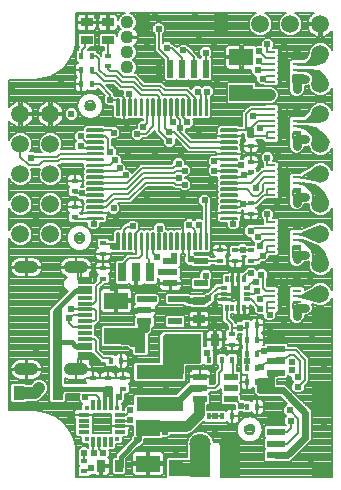
<source format=gtl>
G75*
G70*
%OFA0B0*%
%FSLAX24Y24*%
%IPPOS*%
%LPD*%
%AMOC8*
5,1,8,0,0,1.08239X$1,22.5*
%
%ADD10R,0.0157X0.0236*%
%ADD11R,0.0787X0.0551*%
%ADD12R,0.1575X0.0472*%
%ADD13R,0.0472X0.0217*%
%ADD14R,0.0276X0.0394*%
%ADD15C,0.0079*%
%ADD16C,0.0055*%
%ADD17R,0.0276X0.0630*%
%ADD18R,0.0236X0.0157*%
%ADD19R,0.0394X0.0276*%
%ADD20R,0.0472X0.0354*%
%ADD21R,0.0610X0.0236*%
%ADD22R,0.0709X0.0472*%
%ADD23C,0.0594*%
%ADD24C,0.0709*%
%ADD25R,0.0709X0.1102*%
%ADD26R,0.0157X0.0157*%
%ADD27R,0.0354X0.0118*%
%ADD28R,0.0118X0.0354*%
%ADD29R,0.0354X0.0472*%
%ADD30R,0.0315X0.0098*%
%ADD31R,0.0315X0.0787*%
%ADD32R,0.0098X0.0315*%
%ADD33C,0.0436*%
%ADD34R,0.0118X0.0236*%
%ADD35R,0.0236X0.0118*%
%ADD36R,0.0512X0.0118*%
%ADD37C,0.0397*%
%ADD38R,0.0236X0.0610*%
%ADD39R,0.0472X0.0709*%
%ADD40C,0.0238*%
%ADD41C,0.0098*%
%ADD42C,0.0197*%
%ADD43C,0.0217*%
%ADD44C,0.0236*%
%ADD45C,0.0394*%
%ADD46C,0.0157*%
%ADD47C,0.0315*%
%ADD48C,0.0118*%
%ADD49C,0.0472*%
%ADD50C,0.0354*%
D10*
X034890Y025185D03*
X035244Y025185D03*
X037803Y025224D03*
X038157Y025224D03*
X038591Y025224D03*
X038945Y025224D03*
X039417Y025421D03*
X039772Y025421D03*
X039772Y024949D03*
X039417Y024949D03*
X039417Y024476D03*
X039772Y024476D03*
X039772Y023650D03*
X039417Y023650D03*
X038945Y023335D03*
X038591Y023335D03*
X038157Y023335D03*
X037803Y023335D03*
X039417Y025894D03*
X039772Y025894D03*
X039772Y026366D03*
X039417Y026366D03*
X034260Y034398D03*
X033906Y034398D03*
X033906Y034870D03*
X034260Y034870D03*
X034260Y035343D03*
X033906Y035343D03*
D11*
X039240Y035303D03*
X039240Y034122D03*
X035067Y027193D03*
X035067Y026012D03*
X036130Y022941D03*
X036130Y021760D03*
D12*
X036524Y023748D03*
X036524Y024811D03*
D13*
X037862Y024654D03*
X037862Y024280D03*
X037862Y023906D03*
X038886Y023906D03*
X038886Y024280D03*
X038886Y024654D03*
X037035Y026504D03*
X036012Y026504D03*
X036012Y026878D03*
X036012Y027252D03*
X036878Y027764D03*
X036878Y028138D03*
X036878Y028512D03*
X037902Y028512D03*
X037902Y027764D03*
X037035Y027252D03*
D14*
X037764Y025894D03*
X038354Y025894D03*
X035165Y021681D03*
X034575Y021681D03*
D15*
X031506Y023531D02*
X031506Y029269D01*
X031542Y029181D01*
X031654Y029070D01*
X031799Y029009D01*
X031957Y029009D01*
X032102Y029070D01*
X032214Y029181D01*
X032274Y029327D01*
X032274Y029484D01*
X032214Y029630D01*
X032102Y029741D01*
X031957Y029802D01*
X031799Y029802D01*
X031654Y029741D01*
X031542Y029630D01*
X031506Y029542D01*
X031506Y030269D01*
X031542Y030181D01*
X031654Y030070D01*
X031799Y030009D01*
X031957Y030009D01*
X032102Y030070D01*
X032214Y030181D01*
X032274Y030327D01*
X032274Y030484D01*
X032214Y030630D01*
X032102Y030741D01*
X031957Y030802D01*
X031799Y030802D01*
X031654Y030741D01*
X031542Y030630D01*
X031506Y030542D01*
X031506Y031269D01*
X031542Y031181D01*
X031654Y031070D01*
X031799Y031009D01*
X031957Y031009D01*
X032102Y031070D01*
X032214Y031181D01*
X032274Y031327D01*
X032274Y031484D01*
X032234Y031582D01*
X032522Y031582D01*
X032482Y031484D01*
X032482Y031327D01*
X032542Y031181D01*
X032654Y031070D01*
X032799Y031009D01*
X032957Y031009D01*
X033102Y031070D01*
X033214Y031181D01*
X033274Y031327D01*
X033274Y031484D01*
X033214Y031630D01*
X033144Y031700D01*
X033195Y031700D01*
X033254Y031759D01*
X033977Y031759D01*
X033977Y031621D01*
X033996Y031602D01*
X033977Y031584D01*
X033977Y031424D01*
X033996Y031406D01*
X033977Y031387D01*
X033977Y031227D01*
X033996Y031209D01*
X033977Y031190D01*
X033977Y031030D01*
X033996Y031012D01*
X033978Y030994D01*
X033885Y030994D01*
X033893Y030999D01*
X033919Y031025D01*
X033937Y031056D01*
X033977Y031056D01*
X033937Y031056D02*
X033946Y031092D01*
X033946Y031189D01*
X033946Y031286D01*
X033937Y031322D01*
X033919Y031353D01*
X033893Y031379D01*
X033861Y031398D01*
X033825Y031407D01*
X033689Y031407D01*
X033689Y031189D01*
X033689Y031189D01*
X033946Y031189D01*
X033689Y031189D01*
X033689Y031189D01*
X033689Y031407D01*
X033553Y031407D01*
X033517Y031398D01*
X033485Y031379D01*
X033459Y031353D01*
X033441Y031322D01*
X033431Y031286D01*
X033431Y031189D01*
X033689Y031189D01*
X033689Y031189D01*
X033431Y031189D01*
X033431Y031092D01*
X033441Y031056D01*
X033070Y031056D01*
X033166Y031133D02*
X033431Y031133D01*
X033441Y031056D02*
X033459Y031025D01*
X033485Y030999D01*
X033505Y030988D01*
X033471Y030955D01*
X033471Y030715D01*
X033530Y030657D01*
X033735Y030657D01*
X033835Y030557D01*
X033977Y030557D01*
X033977Y030440D01*
X033996Y030421D01*
X033977Y030403D01*
X033977Y030263D01*
X033971Y030256D01*
X033949Y030218D01*
X033937Y030176D01*
X033937Y030126D01*
X033937Y030076D01*
X033940Y030068D01*
X033906Y030068D01*
X033906Y030088D01*
X033873Y030121D01*
X033893Y030133D01*
X033919Y030159D01*
X033937Y030190D01*
X033946Y030226D01*
X033946Y030323D01*
X033946Y030420D01*
X033937Y030455D01*
X033919Y030487D01*
X033893Y030513D01*
X033861Y030531D01*
X033825Y030541D01*
X033689Y030541D01*
X033689Y030323D01*
X033689Y030323D01*
X033689Y030541D01*
X033553Y030541D01*
X033517Y030531D01*
X033485Y030513D01*
X033459Y030487D01*
X033441Y030455D01*
X033431Y030420D01*
X033431Y030323D01*
X033689Y030323D01*
X033946Y030323D01*
X033689Y030323D01*
X033689Y030323D01*
X033689Y030323D01*
X033431Y030323D01*
X033431Y030226D01*
X033441Y030190D01*
X033459Y030159D01*
X033485Y030133D01*
X033505Y030121D01*
X033471Y030088D01*
X033471Y029849D01*
X033530Y029790D01*
X034036Y029790D01*
X034052Y029775D01*
X034100Y029775D01*
X034100Y029661D01*
X034228Y029534D01*
X034409Y029534D01*
X034537Y029661D01*
X034537Y029775D01*
X034688Y029775D01*
X034763Y029849D01*
X034763Y029989D01*
X034769Y029996D01*
X034791Y030034D01*
X034803Y030076D01*
X034803Y030126D01*
X034803Y030140D01*
X034898Y030045D01*
X035079Y030045D01*
X035207Y030173D01*
X035207Y030354D01*
X035121Y030440D01*
X035557Y030440D01*
X035639Y030521D01*
X036109Y030991D01*
X036939Y030991D01*
X037017Y030912D01*
X037180Y030912D01*
X037260Y030833D01*
X037441Y030833D01*
X037569Y030961D01*
X037569Y031142D01*
X037441Y031270D01*
X037372Y031270D01*
X037372Y031305D01*
X037441Y031305D01*
X037569Y031433D01*
X037569Y031614D01*
X037441Y031742D01*
X037372Y031742D01*
X037372Y031850D01*
X037244Y031978D01*
X037063Y031978D01*
X036935Y031850D01*
X036935Y031777D01*
X036899Y031741D01*
X035876Y031741D01*
X035794Y031660D01*
X035596Y031461D01*
X035472Y031585D01*
X035403Y031585D01*
X035403Y031693D01*
X035276Y031821D01*
X035246Y031821D01*
X035246Y031968D01*
X035118Y032096D01*
X035089Y032096D01*
X035089Y032244D01*
X034961Y032372D01*
X034930Y032372D01*
X034930Y032565D01*
X035079Y032565D01*
X035207Y032693D01*
X035207Y032874D01*
X035079Y033002D01*
X034966Y033002D01*
X034947Y033021D01*
X034704Y033021D01*
X034688Y033036D01*
X034052Y033036D01*
X033977Y032962D01*
X033977Y032883D01*
X033976Y032884D01*
X033795Y032884D01*
X033667Y032756D01*
X033667Y032575D01*
X033734Y032508D01*
X033667Y032441D01*
X033667Y032260D01*
X033694Y032233D01*
X033235Y032233D01*
X033274Y032327D01*
X033274Y032484D01*
X033214Y032630D01*
X033102Y032741D01*
X032957Y032802D01*
X032799Y032802D01*
X032654Y032741D01*
X032542Y032630D01*
X032482Y032484D01*
X032482Y032327D01*
X032542Y032181D01*
X032588Y032135D01*
X032363Y032135D01*
X032323Y032175D01*
X032208Y032175D01*
X032214Y032181D01*
X032274Y032327D01*
X032274Y032484D01*
X032214Y032630D01*
X032102Y032741D01*
X031957Y032802D01*
X031799Y032802D01*
X031654Y032741D01*
X031542Y032630D01*
X031506Y032542D01*
X031506Y033176D01*
X031545Y033121D01*
X031594Y033073D01*
X031649Y033032D01*
X031711Y033001D01*
X031776Y032980D01*
X031839Y032970D01*
X031839Y033366D01*
X031917Y033366D01*
X031917Y032970D01*
X031980Y032980D01*
X032045Y033001D01*
X032107Y033032D01*
X032162Y033073D01*
X032211Y033121D01*
X032251Y033177D01*
X032282Y033238D01*
X032303Y033303D01*
X032313Y033366D01*
X031917Y033366D01*
X031917Y033445D01*
X031839Y033445D01*
X031839Y033841D01*
X031776Y033831D01*
X031711Y033810D01*
X031649Y033779D01*
X031594Y033738D01*
X031545Y033690D01*
X031506Y033635D01*
X031506Y034555D01*
X032350Y034555D01*
X032530Y034567D01*
X032707Y034602D01*
X032878Y034660D01*
X033039Y034740D01*
X033189Y034840D01*
X033325Y034959D01*
X033444Y035094D01*
X033544Y035244D01*
X033623Y035406D01*
X033681Y035576D01*
X033717Y035753D01*
X033728Y035933D01*
X033728Y036778D01*
X035354Y036778D01*
X035261Y036740D01*
X035172Y036650D01*
X035128Y036544D01*
X035128Y036621D01*
X035118Y036656D01*
X035100Y036688D01*
X035074Y036714D01*
X035042Y036732D01*
X035007Y036742D01*
X034821Y036742D01*
X034821Y036494D01*
X034762Y036494D01*
X034762Y036742D01*
X034576Y036742D01*
X034541Y036732D01*
X034509Y036714D01*
X034483Y036688D01*
X034465Y036656D01*
X034455Y036621D01*
X034455Y036494D01*
X034762Y036494D01*
X034762Y036435D01*
X034821Y036435D01*
X034821Y036187D01*
X035007Y036187D01*
X035042Y036197D01*
X035074Y036215D01*
X035100Y036241D01*
X035118Y036273D01*
X035128Y036308D01*
X035164Y036308D01*
X035172Y036291D02*
X035214Y036249D01*
X035213Y036248D01*
X035163Y036198D01*
X035124Y036140D01*
X035097Y036075D01*
X035088Y036026D01*
X035088Y036053D01*
X035029Y036111D01*
X034553Y036111D01*
X034495Y036053D01*
X034495Y035695D01*
X034553Y035637D01*
X034653Y035637D01*
X034653Y035540D01*
X034632Y035540D01*
X034574Y035482D01*
X034574Y035363D01*
X034554Y035383D01*
X034554Y035383D01*
X034536Y035400D01*
X034455Y035481D01*
X034438Y035481D01*
X034438Y035502D01*
X034380Y035560D01*
X034142Y035560D01*
X034182Y035600D01*
X034182Y035637D01*
X034321Y035637D01*
X034379Y035695D01*
X034379Y036053D01*
X034321Y036111D01*
X033845Y036111D01*
X033786Y036053D01*
X033786Y035695D01*
X033836Y035646D01*
X033786Y035597D01*
X033786Y035560D01*
X033727Y035502D01*
X033727Y035183D01*
X033786Y035125D01*
X033799Y035125D01*
X033773Y035118D01*
X033741Y035100D01*
X033715Y035074D01*
X033697Y035042D01*
X033687Y035007D01*
X033687Y034870D01*
X033687Y034734D01*
X033697Y034698D01*
X033715Y034666D01*
X033741Y034640D01*
X033753Y034634D01*
X033741Y034627D01*
X033715Y034601D01*
X033697Y034570D01*
X033687Y034534D01*
X033687Y034398D01*
X033905Y034398D01*
X033905Y034398D01*
X033906Y034398D02*
X033906Y034613D01*
X033906Y034870D01*
X033906Y034398D01*
X033906Y034398D01*
X033906Y034140D01*
X034003Y034140D01*
X034038Y034150D01*
X034070Y034168D01*
X034096Y034194D01*
X034107Y034213D01*
X034140Y034180D01*
X034380Y034180D01*
X034438Y034238D01*
X034438Y034259D01*
X034458Y034259D01*
X034696Y034021D01*
X034652Y033976D01*
X034652Y033795D01*
X034780Y033667D01*
X034961Y033667D01*
X034971Y033678D01*
X034971Y033319D01*
X035046Y033245D01*
X035186Y033245D01*
X035193Y033238D01*
X035231Y033216D01*
X035273Y033205D01*
X035323Y033205D01*
X035372Y033205D01*
X035415Y033216D01*
X035453Y033238D01*
X035460Y033245D01*
X035600Y033245D01*
X035618Y033263D01*
X035636Y033245D01*
X035797Y033245D01*
X035815Y033263D01*
X035833Y033245D01*
X035971Y033245D01*
X035971Y033199D01*
X035882Y033199D01*
X035754Y033071D01*
X035754Y032963D01*
X035685Y032963D01*
X035557Y032835D01*
X035557Y032654D01*
X035685Y032526D01*
X035866Y032526D01*
X035946Y032605D01*
X036109Y032605D01*
X036365Y032862D01*
X036365Y032785D01*
X036620Y032530D01*
X036620Y032417D01*
X036748Y032289D01*
X036929Y032289D01*
X037057Y032417D01*
X037057Y032566D01*
X037470Y032153D01*
X038404Y032153D01*
X038402Y032144D01*
X038402Y032094D01*
X038402Y032057D01*
X038244Y032057D01*
X038116Y031929D01*
X038116Y031748D01*
X038183Y031681D01*
X038116Y031614D01*
X038116Y031433D01*
X038244Y031305D01*
X038425Y031305D01*
X038442Y031322D01*
X038442Y031227D01*
X038460Y031209D01*
X038442Y031190D01*
X038442Y031030D01*
X038460Y031012D01*
X038442Y030994D01*
X038442Y030833D01*
X038460Y030815D01*
X038442Y030797D01*
X038442Y030636D01*
X038460Y030618D01*
X038442Y030600D01*
X038442Y030440D01*
X038460Y030421D01*
X038442Y030403D01*
X038442Y030263D01*
X038435Y030256D01*
X038413Y030218D01*
X038402Y030176D01*
X038402Y030126D01*
X038835Y030126D01*
X039267Y030126D01*
X039267Y030176D01*
X039260Y030203D01*
X039303Y030203D01*
X039298Y030184D01*
X039298Y030087D01*
X039555Y030087D01*
X039555Y030087D01*
X039813Y030087D01*
X039813Y030184D01*
X039803Y030219D01*
X039785Y030251D01*
X039759Y030277D01*
X039740Y030288D01*
X039754Y030302D01*
X039790Y030302D01*
X039871Y030383D01*
X040055Y030568D01*
X040423Y030568D01*
X040481Y030626D01*
X040481Y030807D01*
X040473Y030815D01*
X040481Y030823D01*
X040481Y031004D01*
X040473Y031012D01*
X040481Y031020D01*
X040481Y031201D01*
X040473Y031209D01*
X040481Y031217D01*
X040481Y031397D01*
X040473Y031406D01*
X040481Y031414D01*
X040481Y031594D01*
X040473Y031602D01*
X040481Y031610D01*
X040481Y031791D01*
X040423Y031849D01*
X040308Y031849D01*
X040325Y031866D01*
X040325Y032047D01*
X040197Y032175D01*
X040016Y032175D01*
X039888Y032047D01*
X039888Y031866D01*
X039968Y031787D01*
X039968Y031643D01*
X039911Y031643D01*
X039830Y031561D01*
X039773Y031504D01*
X039773Y031584D01*
X039740Y031618D01*
X039759Y031629D01*
X039785Y031655D01*
X039803Y031686D01*
X039813Y031722D01*
X039813Y031819D01*
X039813Y031916D01*
X039803Y031951D01*
X039785Y031983D01*
X039888Y031983D01*
X039888Y031906D02*
X039813Y031906D01*
X039813Y031828D02*
X039926Y031828D01*
X039968Y031751D02*
X039813Y031751D01*
X039813Y031819D02*
X039555Y031819D01*
X039555Y032037D01*
X039419Y032037D01*
X039383Y032028D01*
X039351Y032009D01*
X039325Y031983D01*
X039245Y031983D01*
X039234Y031964D02*
X039256Y032002D01*
X039267Y032045D01*
X039267Y032094D01*
X038835Y032094D01*
X038835Y032094D01*
X039267Y032094D01*
X039267Y032144D01*
X039256Y032186D01*
X039234Y032225D01*
X039227Y032231D01*
X039227Y032371D01*
X039209Y032390D01*
X039227Y032408D01*
X039227Y032548D01*
X039234Y032555D01*
X039256Y032593D01*
X039267Y032636D01*
X039267Y032685D01*
X038835Y032685D01*
X038835Y032685D01*
X039267Y032685D01*
X039267Y032735D01*
X039265Y032743D01*
X039338Y032743D01*
X039338Y032565D01*
X039371Y032532D01*
X039351Y032521D01*
X039325Y032495D01*
X039307Y032463D01*
X039298Y032428D01*
X039298Y032331D01*
X039555Y032331D01*
X039555Y032331D01*
X039813Y032331D01*
X039813Y032428D01*
X039803Y032463D01*
X039785Y032495D01*
X039759Y032521D01*
X039740Y032532D01*
X039754Y032546D01*
X039968Y032546D01*
X039968Y032516D01*
X040026Y032458D01*
X040423Y032458D01*
X040481Y032516D01*
X040481Y032697D01*
X040473Y032705D01*
X040481Y032713D01*
X040481Y032894D01*
X040473Y032902D01*
X040481Y032910D01*
X040834Y032910D01*
X040842Y032902D01*
X040834Y032894D01*
X040834Y032299D01*
X040873Y032205D01*
X040945Y032133D01*
X041039Y032094D01*
X041142Y032094D01*
X041236Y032133D01*
X041308Y032205D01*
X041347Y032299D01*
X041347Y032330D01*
X041417Y032330D01*
X041482Y032356D01*
X041482Y032327D01*
X041506Y032269D01*
X041519Y032236D01*
X041520Y032218D01*
X041531Y032208D01*
X041542Y032181D01*
X041654Y032070D01*
X041799Y032009D01*
X041957Y032009D01*
X042102Y032070D01*
X042214Y032181D01*
X042250Y032269D01*
X042250Y031542D01*
X042214Y031630D01*
X042102Y031741D01*
X041957Y031802D01*
X041799Y031802D01*
X041748Y031780D01*
X041742Y031780D01*
X041737Y031776D01*
X041654Y031741D01*
X041600Y031687D01*
X041223Y031472D01*
X041216Y031474D01*
X041190Y031456D01*
X040892Y031456D01*
X040834Y031397D01*
X040834Y031217D01*
X040842Y031209D01*
X040834Y031201D01*
X040834Y031020D01*
X040842Y031012D01*
X040834Y031004D01*
X040834Y030410D01*
X040873Y030315D01*
X040945Y030243D01*
X041039Y030204D01*
X041142Y030204D01*
X041236Y030243D01*
X041308Y030315D01*
X041344Y030401D01*
X041417Y030401D01*
X041482Y030427D01*
X041482Y030327D01*
X041542Y030181D01*
X041654Y030070D01*
X041799Y030009D01*
X041957Y030009D01*
X042102Y030070D01*
X042214Y030181D01*
X042250Y030269D01*
X042250Y029542D01*
X042214Y029630D01*
X042102Y029741D01*
X041957Y029802D01*
X041799Y029802D01*
X041722Y029770D01*
X041691Y029767D01*
X041678Y029751D01*
X041660Y029744D01*
X041248Y029586D01*
X041244Y029587D01*
X041196Y029566D01*
X040892Y029566D01*
X040834Y029508D01*
X040834Y029327D01*
X040842Y029319D01*
X040834Y029311D01*
X040834Y029130D01*
X040842Y029122D01*
X040834Y029114D01*
X040834Y028520D01*
X040873Y028425D01*
X040945Y028353D01*
X041039Y028314D01*
X041142Y028314D01*
X041236Y028353D01*
X041308Y028425D01*
X041327Y028471D01*
X041417Y028471D01*
X041489Y028501D01*
X041482Y028484D01*
X041482Y028327D01*
X041542Y028181D01*
X041654Y028070D01*
X041799Y028009D01*
X041957Y028009D01*
X042102Y028070D01*
X042214Y028181D01*
X042250Y028269D01*
X042250Y027542D01*
X042214Y027630D01*
X042102Y027741D01*
X041957Y027802D01*
X041914Y027802D01*
X041906Y027802D01*
X041867Y027815D01*
X041850Y027807D01*
X041831Y027808D01*
X041824Y027802D01*
X041799Y027802D01*
X041654Y027741D01*
X041587Y027675D01*
X041347Y027555D01*
X041347Y027618D01*
X041289Y027676D01*
X040892Y027676D01*
X040834Y027618D01*
X040834Y027437D01*
X040842Y027429D01*
X040834Y027421D01*
X040834Y027240D01*
X040842Y027232D01*
X040834Y027224D01*
X040834Y026630D01*
X040873Y026536D01*
X040945Y026463D01*
X041039Y026424D01*
X041142Y026424D01*
X041236Y026463D01*
X041308Y026536D01*
X041347Y026630D01*
X041347Y026700D01*
X041417Y026700D01*
X041512Y026739D01*
X041584Y026811D01*
X041623Y026906D01*
X041623Y027008D01*
X041598Y027068D01*
X041737Y027035D01*
X041769Y027022D01*
X041771Y027020D01*
X041775Y027019D01*
X041799Y027009D01*
X041846Y027009D01*
X041863Y027005D01*
X041869Y027009D01*
X041957Y027009D01*
X042102Y027070D01*
X042214Y027181D01*
X042250Y027269D01*
X042250Y021309D01*
X038571Y021309D01*
X038571Y022469D01*
X038332Y022469D01*
X038332Y022496D01*
X038263Y022663D01*
X038135Y022790D01*
X037968Y022859D01*
X037788Y022859D01*
X037621Y022790D01*
X037493Y022663D01*
X037424Y022496D01*
X037424Y021977D01*
X036797Y021977D01*
X036739Y021919D01*
X036739Y021309D01*
X036739Y021309D01*
X033728Y021309D01*
X033728Y022154D01*
X033717Y022333D01*
X033681Y022510D01*
X033623Y022681D01*
X033544Y022843D01*
X033444Y022992D01*
X033325Y023128D01*
X033189Y023247D01*
X033039Y023347D01*
X032878Y023427D01*
X032707Y023485D01*
X032530Y023520D01*
X032350Y023531D01*
X031506Y023531D01*
X031506Y023564D02*
X033721Y023564D01*
X033722Y023564D02*
X033696Y023538D01*
X033677Y023507D01*
X033668Y023471D01*
X033668Y023394D01*
X033984Y023394D01*
X033984Y023394D01*
X033668Y023394D01*
X033668Y023316D01*
X033677Y023281D01*
X033696Y023249D01*
X033708Y023237D01*
X033708Y022703D01*
X033766Y022645D01*
X033905Y022645D01*
X033905Y022467D01*
X033963Y022409D01*
X034141Y022409D01*
X034141Y022286D01*
X034094Y022333D01*
X033913Y022333D01*
X033786Y022205D01*
X033786Y022024D01*
X033809Y022000D01*
X033786Y021978D01*
X033786Y021738D01*
X033844Y021681D01*
X033786Y021624D01*
X033786Y021384D01*
X033845Y021326D01*
X034163Y021326D01*
X034221Y021384D01*
X034331Y021384D01*
X034335Y021389D01*
X034351Y021373D01*
X034383Y021354D01*
X034419Y021345D01*
X034545Y021345D01*
X034545Y021652D01*
X034604Y021652D01*
X034604Y021711D01*
X034852Y021711D01*
X034852Y021896D01*
X034842Y021932D01*
X034824Y021964D01*
X034808Y021980D01*
X034852Y022024D01*
X034852Y022205D01*
X034845Y022212D01*
X034990Y022212D01*
X035048Y022270D01*
X035048Y022409D01*
X035226Y022409D01*
X035284Y022467D01*
X035284Y022645D01*
X035423Y022645D01*
X035481Y022703D01*
X035481Y022843D01*
X035493Y022855D01*
X035512Y022887D01*
X035521Y022923D01*
X035521Y022998D01*
X035630Y022998D01*
X035637Y023005D01*
X035637Y022717D01*
X035557Y022638D01*
X035557Y022581D01*
X035046Y022070D01*
X035046Y021977D01*
X034986Y021977D01*
X034928Y021919D01*
X034928Y021443D01*
X034986Y021385D01*
X035344Y021385D01*
X035403Y021443D01*
X035403Y021922D01*
X035809Y022329D01*
X035866Y022329D01*
X035994Y022457D01*
X035994Y022566D01*
X036565Y022566D01*
X036603Y022604D01*
X036772Y022604D01*
X036891Y022723D01*
X037464Y022723D01*
X037566Y022766D01*
X037625Y022825D01*
X037918Y023117D01*
X037923Y023117D01*
X037980Y023174D01*
X038038Y023117D01*
X038277Y023117D01*
X038280Y023120D01*
X038284Y023116D01*
X038464Y023116D01*
X038468Y023120D01*
X038471Y023117D01*
X038710Y023117D01*
X038744Y023150D01*
X038755Y023131D01*
X038781Y023105D01*
X038812Y023087D01*
X038848Y023077D01*
X038945Y023077D01*
X039042Y023077D01*
X039077Y023087D01*
X039109Y023105D01*
X039135Y023131D01*
X039153Y023163D01*
X039163Y023198D01*
X039163Y023335D01*
X039163Y023471D01*
X039259Y023471D01*
X039297Y023432D01*
X039537Y023432D01*
X039570Y023465D01*
X039581Y023446D01*
X039607Y023420D01*
X039639Y023402D01*
X039675Y023392D01*
X039772Y023392D01*
X039869Y023392D01*
X039904Y023402D01*
X039936Y023420D01*
X039962Y023446D01*
X039980Y023478D01*
X039990Y023513D01*
X039990Y023650D01*
X039990Y023786D01*
X039980Y023822D01*
X039962Y023853D01*
X039936Y023879D01*
X039904Y023898D01*
X039869Y023907D01*
X039772Y023907D01*
X039772Y023650D01*
X039772Y023650D01*
X039990Y023650D01*
X039772Y023650D01*
X039772Y023650D01*
X039772Y023907D01*
X039675Y023907D01*
X039639Y023898D01*
X039607Y023879D01*
X039581Y023853D01*
X039570Y023834D01*
X039537Y023867D01*
X039371Y023867D01*
X039331Y023907D01*
X039221Y023907D01*
X039221Y024055D01*
X039184Y024093D01*
X039221Y024130D01*
X039221Y024282D01*
X039227Y024273D01*
X039253Y024247D01*
X039285Y024228D01*
X039320Y024219D01*
X039417Y024219D01*
X039417Y024476D01*
X039417Y024476D01*
X039199Y024476D01*
X039199Y024451D01*
X039184Y024467D01*
X039199Y024482D01*
X039199Y024476D01*
X039417Y024476D01*
X039417Y024476D01*
X039417Y024219D01*
X039514Y024219D01*
X039550Y024228D01*
X039582Y024247D01*
X039608Y024273D01*
X039619Y024292D01*
X039652Y024259D01*
X039652Y024110D01*
X039780Y023982D01*
X039961Y023982D01*
X039961Y023983D01*
X040528Y023983D01*
X040597Y023915D01*
X040597Y023913D01*
X040724Y023786D01*
X040726Y023786D01*
X040763Y023749D01*
X040636Y023622D01*
X040636Y023441D01*
X040742Y023335D01*
X040675Y023268D01*
X040675Y023087D01*
X040722Y023040D01*
X040045Y023040D01*
X039987Y022982D01*
X039987Y022664D01*
X040025Y022626D01*
X039987Y022588D01*
X039987Y022270D01*
X040025Y022232D01*
X039987Y022195D01*
X039987Y021876D01*
X040045Y021818D01*
X040866Y021818D01*
X041456Y022409D01*
X041584Y022536D01*
X041584Y023543D01*
X041033Y024093D01*
X041033Y024094D01*
X040905Y024222D01*
X040904Y024222D01*
X040836Y024291D01*
X040708Y024418D01*
X040442Y024418D01*
X040442Y024574D01*
X040738Y024574D01*
X040796Y024632D01*
X040796Y024698D01*
X040843Y024652D01*
X040911Y024652D01*
X040911Y024543D01*
X040979Y024476D01*
X040911Y024409D01*
X040911Y024228D01*
X041039Y024100D01*
X041220Y024100D01*
X041348Y024228D01*
X041348Y024341D01*
X041424Y024416D01*
X041505Y024498D01*
X041505Y025282D01*
X041190Y025597D01*
X041109Y025678D01*
X040796Y025678D01*
X040796Y025738D01*
X040738Y025796D01*
X040045Y025796D01*
X039987Y025738D01*
X039987Y025718D01*
X039978Y025718D01*
X039980Y025722D01*
X039990Y025757D01*
X039990Y025894D01*
X039990Y026030D01*
X039980Y026066D01*
X039962Y026097D01*
X039936Y026123D01*
X039925Y026130D01*
X039936Y026137D01*
X039962Y026162D01*
X039980Y026194D01*
X039990Y026230D01*
X039990Y026366D01*
X039772Y026366D01*
X039772Y026366D01*
X039990Y026366D01*
X039990Y026503D01*
X039980Y026538D01*
X039962Y026570D01*
X039936Y026596D01*
X039904Y026614D01*
X039869Y026624D01*
X039772Y026624D01*
X039772Y026366D01*
X039772Y026151D01*
X039772Y025894D01*
X039990Y025894D01*
X039772Y025894D01*
X039772Y025894D01*
X039772Y025894D01*
X039772Y026366D01*
X039772Y026366D01*
X039772Y026366D01*
X039772Y026624D01*
X039675Y026624D01*
X039639Y026614D01*
X039607Y026596D01*
X039581Y026570D01*
X039570Y026551D01*
X039537Y026584D01*
X039297Y026584D01*
X039239Y026525D01*
X039239Y026506D01*
X039110Y026506D01*
X039064Y026459D01*
X039064Y026463D01*
X038983Y026544D01*
X038887Y026640D01*
X038887Y026739D01*
X038985Y026739D01*
X038997Y026727D01*
X039029Y026709D01*
X039064Y026699D01*
X039142Y026699D01*
X039219Y026699D01*
X039240Y026705D01*
X039261Y026699D01*
X039339Y026699D01*
X039416Y026699D01*
X039451Y026709D01*
X039483Y026727D01*
X039509Y026753D01*
X039528Y026785D01*
X039537Y026820D01*
X039537Y026957D01*
X039537Y027054D01*
X039652Y026940D01*
X039652Y026827D01*
X039780Y026699D01*
X039961Y026699D01*
X039967Y026705D01*
X039967Y026630D01*
X040095Y026502D01*
X040276Y026502D01*
X040403Y026630D01*
X040403Y026788D01*
X040423Y026788D01*
X040481Y026847D01*
X040481Y027027D01*
X040473Y027035D01*
X040481Y027043D01*
X040481Y027224D01*
X040473Y027232D01*
X040481Y027240D01*
X040481Y027421D01*
X040473Y027429D01*
X040481Y027437D01*
X040481Y027618D01*
X040423Y027676D01*
X040095Y027676D01*
X040088Y027683D01*
X040088Y027928D01*
X040128Y027969D01*
X040128Y028150D01*
X040000Y028277D01*
X039819Y028277D01*
X039752Y028210D01*
X039646Y028317D01*
X039465Y028317D01*
X039385Y028237D01*
X039380Y028237D01*
X039298Y028156D01*
X039281Y028139D01*
X039278Y028136D01*
X039255Y028150D01*
X039219Y028159D01*
X039142Y028159D01*
X039142Y028044D01*
X039142Y028159D01*
X039064Y028159D01*
X039043Y028153D01*
X039022Y028159D01*
X038945Y028159D01*
X038945Y028044D01*
X038945Y028044D01*
X038945Y028159D01*
X038867Y028159D01*
X038832Y028150D01*
X038800Y028131D01*
X038788Y028119D01*
X038648Y028119D01*
X038590Y028061D01*
X038590Y027784D01*
X038510Y027784D01*
X038490Y027765D01*
X038395Y027765D01*
X038121Y027490D01*
X038047Y027490D01*
X037968Y027410D01*
X037585Y027410D01*
X037572Y027398D01*
X037520Y027451D01*
X037339Y027451D01*
X037338Y027450D01*
X037323Y027450D01*
X037313Y027460D01*
X036758Y027460D01*
X036700Y027401D01*
X036700Y027103D01*
X036758Y027044D01*
X037308Y027044D01*
X037339Y027014D01*
X037368Y027014D01*
X037406Y026975D01*
X037545Y026975D01*
X037585Y026936D01*
X038061Y026936D01*
X038100Y026975D01*
X038121Y026975D01*
X038199Y027053D01*
X038228Y027053D01*
X038356Y027181D01*
X038356Y027333D01*
X038412Y027389D01*
X038412Y027352D01*
X038417Y027331D01*
X038412Y027310D01*
X038412Y027232D01*
X038412Y027155D01*
X038421Y027119D01*
X038440Y027088D01*
X038466Y027062D01*
X038497Y027043D01*
X038533Y027034D01*
X038590Y027034D01*
X038590Y026797D01*
X038609Y026778D01*
X038609Y026525D01*
X038786Y026348D01*
X038786Y026249D01*
X038766Y026249D01*
X038708Y026191D01*
X038708Y025951D01*
X038741Y025918D01*
X038722Y025907D01*
X038696Y025881D01*
X038384Y025881D01*
X038384Y025864D02*
X038384Y025923D01*
X038631Y025923D01*
X038631Y026109D01*
X038622Y026144D01*
X038604Y026176D01*
X038578Y026202D01*
X038546Y026220D01*
X038510Y026230D01*
X038384Y026230D01*
X038384Y025923D01*
X038325Y025923D01*
X038325Y025864D01*
X038384Y025864D01*
X038631Y025864D01*
X038631Y025679D01*
X038622Y025643D01*
X038604Y025611D01*
X038578Y025585D01*
X038546Y025567D01*
X038510Y025557D01*
X038384Y025557D01*
X038384Y025864D01*
X038325Y025864D02*
X038325Y025557D01*
X038310Y025557D01*
X038317Y025551D01*
X038317Y025402D01*
X038336Y025384D01*
X038336Y025065D01*
X038277Y025007D01*
X038038Y025007D01*
X037980Y025064D01*
X037923Y025007D01*
X037410Y025007D01*
X037410Y024534D01*
X037352Y024475D01*
X035695Y024475D01*
X035637Y024534D01*
X035637Y025088D01*
X035695Y025147D01*
X036503Y025147D01*
X036503Y026063D01*
X036630Y026190D01*
X036270Y026190D01*
X036270Y026158D02*
X036270Y026296D01*
X036289Y026296D01*
X036347Y026355D01*
X036347Y026653D01*
X036700Y026653D01*
X036700Y026355D01*
X036758Y026296D01*
X037313Y026296D01*
X037371Y026355D01*
X037371Y026653D01*
X037487Y026653D01*
X037487Y026612D02*
X037793Y026612D01*
X037793Y026553D01*
X037487Y026553D01*
X037487Y026427D01*
X037496Y026391D01*
X037514Y026359D01*
X037540Y026333D01*
X037572Y026315D01*
X037608Y026306D01*
X037793Y026306D01*
X037793Y026553D01*
X037852Y026553D01*
X037852Y026306D01*
X038038Y026306D01*
X038073Y026315D01*
X038105Y026333D01*
X038131Y026359D01*
X038150Y026391D01*
X038159Y026427D01*
X038159Y026553D01*
X037852Y026553D01*
X037852Y026612D01*
X037793Y026612D01*
X037793Y026860D01*
X037608Y026860D01*
X037572Y026850D01*
X037540Y026832D01*
X037514Y026806D01*
X037496Y026774D01*
X037487Y026739D01*
X037487Y026612D01*
X037487Y026499D02*
X037371Y026499D01*
X037371Y026576D02*
X037793Y026576D01*
X037852Y026576D02*
X038609Y026576D01*
X038609Y026653D02*
X038159Y026653D01*
X038159Y026612D02*
X038159Y026739D01*
X038150Y026774D01*
X038131Y026806D01*
X038105Y026832D01*
X038073Y026850D01*
X038038Y026860D01*
X037852Y026860D01*
X037852Y026612D01*
X038159Y026612D01*
X038159Y026499D02*
X038636Y026499D01*
X038713Y026422D02*
X038158Y026422D01*
X038116Y026344D02*
X038786Y026344D01*
X038786Y026267D02*
X036270Y026267D01*
X036337Y026344D02*
X036710Y026344D01*
X036700Y026422D02*
X036347Y026422D01*
X036347Y026499D02*
X036700Y026499D01*
X036700Y026576D02*
X036347Y026576D01*
X036347Y026653D02*
X036338Y026663D01*
X036360Y026684D01*
X036378Y026716D01*
X036387Y026751D01*
X036387Y026863D01*
X036027Y026863D01*
X036027Y026893D01*
X036387Y026893D01*
X036387Y027005D01*
X036385Y027014D01*
X036417Y027014D01*
X036545Y027142D01*
X036545Y027323D01*
X036417Y027451D01*
X036298Y027451D01*
X036289Y027460D01*
X035734Y027460D01*
X035676Y027401D01*
X035676Y027103D01*
X035686Y027093D01*
X035664Y027072D01*
X035646Y027040D01*
X035636Y027005D01*
X035636Y026893D01*
X035997Y026893D01*
X035997Y026863D01*
X035636Y026863D01*
X035636Y026751D01*
X035646Y026716D01*
X035664Y026684D01*
X035686Y026663D01*
X035676Y026653D01*
X034536Y026653D01*
X034536Y026576D02*
X035676Y026576D01*
X035676Y026499D02*
X034530Y026499D01*
X034536Y026506D02*
X034536Y026890D01*
X034543Y026864D01*
X034562Y026832D01*
X034588Y026806D01*
X034619Y026787D01*
X034655Y026778D01*
X035028Y026778D01*
X035028Y027154D01*
X035106Y027154D01*
X035106Y027232D01*
X035028Y027232D01*
X035028Y027608D01*
X034655Y027608D01*
X034619Y027598D01*
X034588Y027580D01*
X034536Y027580D01*
X034539Y027587D02*
X034539Y026799D01*
X034536Y026808D02*
X034586Y026808D01*
X034538Y026885D02*
X034536Y026885D01*
X034398Y026839D02*
X034398Y026563D01*
X034339Y026504D01*
X034024Y026504D01*
X034024Y026701D02*
X033630Y026701D01*
X033531Y026602D01*
X033492Y026602D01*
X033492Y026445D01*
X033630Y026307D01*
X034024Y026307D01*
X034379Y026344D02*
X034590Y026344D01*
X034574Y026329D02*
X034632Y026387D01*
X035676Y026387D01*
X035676Y026653D01*
X035642Y026731D02*
X034536Y026731D01*
X034398Y026839D02*
X034339Y026898D01*
X034024Y026898D01*
X033591Y026898D01*
X033571Y026917D01*
X033217Y026996D02*
X033217Y026720D01*
X033138Y026720D01*
X033098Y026760D01*
X032842Y026731D02*
X031506Y026731D01*
X031506Y026808D02*
X032842Y026808D01*
X032842Y026885D02*
X031506Y026885D01*
X031506Y026962D02*
X032911Y026962D01*
X032920Y026971D02*
X032842Y026893D01*
X032842Y023845D01*
X032900Y023786D01*
X033336Y023786D01*
X033395Y023845D01*
X033395Y024082D01*
X033852Y024082D01*
X033825Y024055D01*
X033825Y023874D01*
X033937Y023762D01*
X033905Y023730D01*
X033905Y023592D01*
X033789Y023592D01*
X033753Y023583D01*
X033722Y023564D01*
X033672Y023487D02*
X032697Y023487D01*
X032913Y023409D02*
X033668Y023409D01*
X033668Y023332D02*
X033062Y023332D01*
X033177Y023255D02*
X033692Y023255D01*
X033708Y023178D02*
X033268Y023178D01*
X033349Y023100D02*
X033708Y023100D01*
X033708Y023023D02*
X033417Y023023D01*
X033475Y022946D02*
X033708Y022946D01*
X033708Y022869D02*
X033526Y022869D01*
X033569Y022791D02*
X033708Y022791D01*
X033708Y022714D02*
X033607Y022714D01*
X033638Y022637D02*
X033905Y022637D01*
X033905Y022560D02*
X033665Y022560D01*
X033687Y022482D02*
X033905Y022482D01*
X033909Y022328D02*
X033717Y022328D01*
X033722Y022251D02*
X033832Y022251D01*
X033786Y022173D02*
X033727Y022173D01*
X033728Y022096D02*
X033786Y022096D01*
X033790Y022019D02*
X033728Y022019D01*
X033728Y021942D02*
X033786Y021942D01*
X033786Y021864D02*
X033728Y021864D01*
X033728Y021787D02*
X033786Y021787D01*
X033815Y021710D02*
X033728Y021710D01*
X033728Y021633D02*
X033795Y021633D01*
X033786Y021555D02*
X033728Y021555D01*
X033728Y021478D02*
X033786Y021478D01*
X033786Y021401D02*
X033728Y021401D01*
X033728Y021324D02*
X036739Y021324D01*
X036739Y021401D02*
X036636Y021401D01*
X036635Y021399D02*
X036653Y021430D01*
X036663Y021466D01*
X036663Y021720D01*
X036169Y021720D01*
X036169Y021345D01*
X036542Y021345D01*
X036577Y021354D01*
X036609Y021373D01*
X036635Y021399D01*
X036663Y021478D02*
X036739Y021478D01*
X036739Y021555D02*
X036663Y021555D01*
X036663Y021633D02*
X036739Y021633D01*
X036739Y021710D02*
X036663Y021710D01*
X036663Y021799D02*
X036663Y022054D01*
X036653Y022089D01*
X036635Y022121D01*
X036609Y022147D01*
X036577Y022165D01*
X036542Y022175D01*
X036169Y022175D01*
X036169Y021799D01*
X036091Y021799D01*
X036091Y022175D01*
X035718Y022175D01*
X035682Y022165D01*
X035651Y022147D01*
X035625Y022121D01*
X035606Y022089D01*
X035597Y022054D01*
X035597Y021799D01*
X036091Y021799D01*
X036091Y021720D01*
X036169Y021720D01*
X036169Y021799D01*
X036663Y021799D01*
X036663Y021864D02*
X036739Y021864D01*
X036739Y021787D02*
X036169Y021787D01*
X036169Y021710D02*
X036091Y021710D01*
X036091Y021720D02*
X036091Y021345D01*
X035718Y021345D01*
X035682Y021354D01*
X035651Y021373D01*
X035625Y021399D01*
X035606Y021430D01*
X035597Y021466D01*
X035597Y021720D01*
X036091Y021720D01*
X036091Y021787D02*
X035403Y021787D01*
X035403Y021710D02*
X035597Y021710D01*
X035597Y021633D02*
X035403Y021633D01*
X035403Y021555D02*
X035597Y021555D01*
X035597Y021478D02*
X035403Y021478D01*
X035360Y021401D02*
X035623Y021401D01*
X035597Y021864D02*
X035403Y021864D01*
X035422Y021942D02*
X035597Y021942D01*
X035597Y022019D02*
X035499Y022019D01*
X035576Y022096D02*
X035610Y022096D01*
X035654Y022173D02*
X035713Y022173D01*
X035731Y022251D02*
X037424Y022251D01*
X037424Y022328D02*
X035808Y022328D01*
X035942Y022405D02*
X037424Y022405D01*
X037424Y022482D02*
X035994Y022482D01*
X035994Y022560D02*
X037451Y022560D01*
X037483Y022637D02*
X036804Y022637D01*
X036881Y022714D02*
X037545Y022714D01*
X037592Y022791D02*
X037624Y022791D01*
X037669Y022869D02*
X039083Y022869D01*
X039082Y022874D02*
X039084Y022862D01*
X039084Y022849D01*
X039087Y022846D01*
X039096Y022799D01*
X039094Y022795D01*
X039099Y022783D01*
X039101Y022771D01*
X039105Y022768D01*
X039122Y022723D01*
X039121Y022719D01*
X039128Y022708D01*
X039133Y022697D01*
X039136Y022695D01*
X039162Y022654D01*
X039161Y022650D01*
X039170Y022640D01*
X039177Y022630D01*
X039181Y022629D01*
X039213Y022593D01*
X039214Y022589D01*
X039224Y022581D01*
X039232Y022572D01*
X039237Y022572D01*
X039275Y022543D01*
X039276Y022539D01*
X039288Y022533D01*
X039298Y022526D01*
X039302Y022526D01*
X039345Y022505D01*
X039347Y022501D01*
X039359Y022498D01*
X039371Y022492D01*
X039374Y022493D01*
X039421Y022480D01*
X039424Y022477D01*
X039436Y022476D01*
X039448Y022472D01*
X039452Y022474D01*
X039498Y022470D01*
X039499Y022469D01*
X039502Y022469D01*
X039503Y022467D01*
X039516Y022468D01*
X039528Y022467D01*
X039530Y022469D01*
X039532Y022469D01*
X039534Y022470D01*
X039580Y022474D01*
X039583Y022472D01*
X039595Y022476D01*
X039608Y022477D01*
X039611Y022480D01*
X039657Y022493D01*
X039661Y022492D01*
X039672Y022498D01*
X039684Y022501D01*
X039686Y022505D01*
X039730Y022526D01*
X039734Y022526D01*
X039744Y022533D01*
X039755Y022539D01*
X039756Y022543D01*
X039795Y022572D01*
X039799Y022572D01*
X039808Y022581D01*
X039818Y022589D01*
X039818Y022593D01*
X039851Y022629D01*
X039855Y022630D01*
X039861Y022640D01*
X039870Y022650D01*
X039870Y022654D01*
X039895Y022695D01*
X039899Y022697D01*
X039904Y022708D01*
X039910Y022719D01*
X039909Y022723D01*
X039927Y022768D01*
X039930Y022771D01*
X039932Y022783D01*
X039937Y022795D01*
X039935Y022799D01*
X039944Y022846D01*
X039947Y022849D01*
X039947Y022862D01*
X039949Y022874D01*
X039947Y022877D01*
X039947Y022926D01*
X039949Y022929D01*
X039947Y022942D01*
X039947Y022954D01*
X039944Y022957D01*
X039935Y023005D01*
X039937Y023008D01*
X039932Y023020D01*
X039930Y023033D01*
X039927Y023035D01*
X039909Y023080D01*
X039910Y023084D01*
X039904Y023095D01*
X039899Y023106D01*
X039895Y023108D01*
X039870Y023149D01*
X039870Y023153D01*
X039861Y023163D01*
X039855Y023173D01*
X039851Y023174D01*
X039818Y023210D01*
X039818Y023214D01*
X039808Y023222D01*
X039799Y023231D01*
X039795Y023231D01*
X039756Y023260D01*
X039755Y023264D01*
X039744Y023270D01*
X039734Y023278D01*
X039730Y023277D01*
X039686Y023298D01*
X039684Y023302D01*
X039672Y023306D01*
X039661Y023311D01*
X039657Y023310D01*
X039611Y023323D01*
X039608Y023326D01*
X039595Y023327D01*
X039583Y023331D01*
X039580Y023329D01*
X039534Y023333D01*
X039532Y023335D01*
X039530Y023335D01*
X039528Y023336D01*
X039516Y023335D01*
X039503Y023336D01*
X039502Y023335D01*
X039499Y023335D01*
X039498Y023333D01*
X039452Y023329D01*
X039448Y023331D01*
X039436Y023327D01*
X039424Y023326D01*
X039421Y023323D01*
X039374Y023310D01*
X039371Y023311D01*
X039359Y023306D01*
X039347Y023302D01*
X039345Y023298D01*
X039302Y023277D01*
X039298Y023278D01*
X039288Y023270D01*
X039276Y023264D01*
X039275Y023260D01*
X039237Y023231D01*
X039232Y023231D01*
X039224Y023222D01*
X039214Y023214D01*
X039213Y023210D01*
X039181Y023174D01*
X039177Y023173D01*
X039170Y023163D01*
X039161Y023153D01*
X039162Y023149D01*
X039136Y023108D01*
X039133Y023106D01*
X039128Y023095D01*
X039121Y023084D01*
X039122Y023080D01*
X039105Y023035D01*
X039101Y023033D01*
X039099Y023020D01*
X039094Y023008D01*
X039096Y023005D01*
X039087Y022957D01*
X039084Y022954D01*
X039084Y022942D01*
X039082Y022929D01*
X039084Y022926D01*
X039084Y022877D01*
X039082Y022874D01*
X039084Y022946D02*
X037746Y022946D01*
X037824Y023023D02*
X039100Y023023D01*
X039101Y023100D02*
X039130Y023100D01*
X039157Y023178D02*
X039184Y023178D01*
X039163Y023255D02*
X039268Y023255D01*
X039163Y023332D02*
X039486Y023332D01*
X039546Y023332D02*
X040740Y023332D01*
X040675Y023255D02*
X039764Y023255D01*
X039848Y023178D02*
X040675Y023178D01*
X040675Y023100D02*
X039901Y023100D01*
X039932Y023023D02*
X040028Y023023D01*
X039987Y022946D02*
X039947Y022946D01*
X039948Y022869D02*
X039987Y022869D01*
X039987Y022791D02*
X039936Y022791D01*
X039907Y022714D02*
X039987Y022714D01*
X040014Y022637D02*
X039859Y022637D01*
X039779Y022560D02*
X039987Y022560D01*
X039987Y022482D02*
X039619Y022482D01*
X039413Y022482D02*
X038332Y022482D01*
X038305Y022560D02*
X039253Y022560D01*
X039172Y022637D02*
X038273Y022637D01*
X038211Y022714D02*
X039124Y022714D01*
X039096Y022791D02*
X038132Y022791D01*
X037901Y023100D02*
X038789Y023100D01*
X038945Y023100D02*
X038945Y023100D01*
X038945Y023077D02*
X038945Y023335D01*
X038945Y023335D01*
X038945Y023592D01*
X039028Y023592D01*
X039022Y023599D01*
X039022Y023698D01*
X038608Y023698D01*
X038550Y023756D01*
X038550Y024055D01*
X038588Y024093D01*
X038550Y024130D01*
X038550Y024260D01*
X038550Y024259D01*
X038550Y024259D01*
X038431Y024141D01*
X038198Y024141D01*
X038198Y024130D01*
X038160Y024093D01*
X038198Y024055D01*
X038198Y023756D01*
X038140Y023698D01*
X038099Y023698D01*
X038099Y023552D01*
X038277Y023552D01*
X038280Y023550D01*
X038284Y023553D01*
X038464Y023553D01*
X038468Y023550D01*
X038471Y023552D01*
X038710Y023552D01*
X038744Y023519D01*
X038755Y023538D01*
X038781Y023564D01*
X038812Y023583D01*
X038848Y023592D01*
X038945Y023592D01*
X038945Y023335D01*
X039163Y023335D01*
X038945Y023335D01*
X038945Y023335D01*
X038945Y023335D01*
X038945Y023077D01*
X038945Y023178D02*
X038945Y023178D01*
X038945Y023255D02*
X038945Y023255D01*
X038945Y023332D02*
X038945Y023332D01*
X038945Y023409D02*
X038945Y023409D01*
X038945Y023487D02*
X038945Y023487D01*
X038945Y023564D02*
X038945Y023564D01*
X039022Y023641D02*
X038099Y023641D01*
X038099Y023564D02*
X038780Y023564D01*
X038588Y023718D02*
X038160Y023718D01*
X038198Y023795D02*
X038550Y023795D01*
X038550Y023873D02*
X038198Y023873D01*
X038198Y023950D02*
X038550Y023950D01*
X038550Y024027D02*
X038198Y024027D01*
X038172Y024104D02*
X038576Y024104D01*
X038550Y024182D02*
X038472Y024182D01*
X038374Y024280D02*
X038492Y024398D01*
X038492Y024791D01*
X038591Y024890D01*
X038591Y025224D01*
X038412Y025186D02*
X038336Y025186D01*
X038336Y025263D02*
X038412Y025263D01*
X038412Y025340D02*
X038336Y025340D01*
X038317Y025418D02*
X038446Y025418D01*
X038471Y025442D02*
X038412Y025384D01*
X038412Y025065D01*
X038452Y025026D01*
X038452Y024947D01*
X038353Y024849D01*
X038353Y024455D01*
X038317Y024418D01*
X038198Y024418D01*
X038198Y024429D01*
X038188Y024438D01*
X038210Y024460D01*
X038228Y024491D01*
X038353Y024491D01*
X038353Y024568D02*
X038238Y024568D01*
X038238Y024527D02*
X038238Y024639D01*
X037877Y024639D01*
X037877Y024668D01*
X038238Y024668D01*
X038238Y024780D01*
X038228Y024816D01*
X038210Y024847D01*
X038184Y024873D01*
X038152Y024892D01*
X038117Y024901D01*
X037877Y024901D01*
X037877Y024668D01*
X037847Y024668D01*
X037847Y024639D01*
X037487Y024639D01*
X037487Y024527D01*
X037496Y024491D01*
X037499Y024487D01*
X037461Y024487D01*
X037058Y024084D01*
X035695Y024084D01*
X035637Y024025D01*
X035637Y023743D01*
X035630Y023750D01*
X035449Y023750D01*
X035321Y023622D01*
X035321Y023552D01*
X035284Y023552D01*
X035284Y023730D01*
X035252Y023762D01*
X035364Y023874D01*
X035364Y024055D01*
X035363Y024056D01*
X035363Y024082D01*
X035462Y024082D01*
X035521Y024140D01*
X035521Y024380D01*
X035488Y024413D01*
X035507Y024424D01*
X035533Y024450D01*
X035551Y024482D01*
X035561Y024517D01*
X035561Y024614D01*
X035303Y024614D01*
X034791Y024614D01*
X034534Y024614D01*
X034280Y024614D01*
X034280Y024614D01*
X034791Y024614D01*
X034791Y024614D01*
X034791Y024832D01*
X034655Y024832D01*
X034619Y024823D01*
X034588Y024804D01*
X034562Y024778D01*
X034543Y024747D01*
X034535Y024717D01*
X034528Y024747D01*
X034509Y024778D01*
X034483Y024804D01*
X034451Y024823D01*
X034416Y024832D01*
X034280Y024832D01*
X034280Y024614D01*
X034280Y024614D01*
X034102Y024614D01*
X033925Y024516D01*
X033960Y024562D02*
X034022Y024574D01*
X034022Y024517D01*
X034032Y024482D01*
X034050Y024450D01*
X034062Y024438D01*
X033356Y024438D01*
X033355Y024439D01*
X033355Y024610D01*
X033370Y024600D01*
X033431Y024575D01*
X033497Y024562D01*
X033719Y024562D01*
X033719Y024890D01*
X033738Y024890D01*
X033738Y024909D01*
X034265Y024909D01*
X034265Y024933D01*
X034252Y024998D01*
X034226Y025060D01*
X034209Y025085D01*
X034298Y025085D01*
X034333Y025095D01*
X034365Y025113D01*
X034391Y025139D01*
X034409Y025171D01*
X034419Y025206D01*
X034419Y025283D01*
X034495Y025206D01*
X034576Y025125D01*
X034712Y025125D01*
X034712Y025026D01*
X034770Y024968D01*
X035010Y024968D01*
X035043Y025001D01*
X035054Y024981D01*
X035080Y024955D01*
X035112Y024937D01*
X035147Y024928D01*
X035244Y024928D01*
X035244Y025185D01*
X035244Y025185D01*
X035244Y025443D01*
X035147Y025443D01*
X035112Y025433D01*
X035080Y025415D01*
X035054Y025389D01*
X035043Y025369D01*
X035010Y025403D01*
X034691Y025403D01*
X034536Y025557D01*
X034536Y025912D01*
X034455Y025993D01*
X034396Y026052D01*
X034379Y026052D01*
X034379Y026365D01*
X034396Y026365D01*
X034477Y026446D01*
X034536Y026506D01*
X034452Y026422D02*
X035676Y026422D01*
X035815Y026563D02*
X035815Y025776D01*
X035815Y025697D01*
X036012Y025697D01*
X036012Y026504D01*
X035953Y026504D01*
X035894Y026445D01*
X035933Y026484D02*
X035933Y026524D01*
X036012Y026524D01*
X036012Y026504D01*
X035992Y026563D01*
X035815Y026563D01*
X035697Y026839D02*
X035776Y026917D01*
X036012Y026878D01*
X036027Y026885D02*
X038590Y026885D01*
X038590Y026808D02*
X038129Y026808D01*
X038159Y026731D02*
X038609Y026731D01*
X038748Y026583D02*
X038748Y026957D01*
X038590Y026962D02*
X038087Y026962D01*
X038185Y027040D02*
X038512Y027040D01*
X038423Y027117D02*
X038292Y027117D01*
X038356Y027194D02*
X038412Y027194D01*
X038412Y027232D02*
X038527Y027232D01*
X038527Y027232D01*
X038412Y027232D01*
X038412Y027271D02*
X038356Y027271D01*
X038374Y027272D02*
X038374Y027350D01*
X038453Y027429D01*
X038669Y027429D01*
X038669Y027409D01*
X038669Y027409D01*
X038669Y027429D01*
X038669Y027429D01*
X038669Y027449D01*
X038669Y027449D01*
X038669Y027431D01*
X038669Y027429D01*
X038669Y027429D01*
X038669Y027426D02*
X038669Y027426D01*
X038527Y027429D02*
X038452Y027429D01*
X038452Y027429D01*
X038527Y027429D01*
X038527Y027429D01*
X038413Y027349D02*
X038372Y027349D01*
X038138Y027311D02*
X038138Y027272D01*
X038138Y027311D02*
X038453Y027626D01*
X038669Y027626D01*
X038590Y027812D02*
X038237Y027812D01*
X038237Y027889D02*
X038277Y027929D01*
X038277Y028110D01*
X038150Y028238D01*
X037969Y028238D01*
X037841Y028110D01*
X037841Y027971D01*
X037624Y027971D01*
X037566Y027913D01*
X037566Y027614D01*
X037624Y027556D01*
X038179Y027556D01*
X038237Y027614D01*
X038237Y027889D01*
X038590Y027889D01*
X038590Y027966D02*
X038277Y027966D01*
X038277Y028044D02*
X038590Y028044D01*
X038790Y028121D02*
X038267Y028121D01*
X038189Y028198D02*
X039341Y028198D01*
X039423Y028275D02*
X037214Y028275D01*
X037214Y028287D02*
X037176Y028325D01*
X037214Y028362D01*
X037214Y028598D01*
X037214Y028599D01*
X037214Y028748D01*
X037242Y028741D01*
X037291Y028741D01*
X037291Y029173D01*
X037291Y029173D01*
X037291Y028741D01*
X037341Y028741D01*
X037349Y028743D01*
X037349Y028682D01*
X037329Y028661D01*
X037329Y028480D01*
X037457Y028352D01*
X037576Y028352D01*
X037624Y028304D01*
X038179Y028304D01*
X038237Y028362D01*
X038237Y028373D01*
X038333Y028373D01*
X038372Y028334D01*
X038691Y028334D01*
X038749Y028392D01*
X038749Y028632D01*
X038716Y028665D01*
X038735Y028676D01*
X038761Y028702D01*
X038779Y028734D01*
X038789Y028769D01*
X038789Y028866D01*
X038532Y028866D01*
X038532Y028866D01*
X038789Y028866D01*
X038789Y028963D01*
X038779Y028999D01*
X038761Y029030D01*
X038735Y029056D01*
X038703Y029075D01*
X038668Y029084D01*
X038532Y029084D01*
X038532Y028866D01*
X038531Y028866D01*
X038274Y028866D01*
X038274Y028769D01*
X038284Y028734D01*
X038302Y028702D01*
X038328Y028676D01*
X038347Y028665D01*
X038333Y028651D01*
X038237Y028651D01*
X038237Y028661D01*
X038179Y028719D01*
X037708Y028719D01*
X037646Y028781D01*
X037765Y028781D01*
X037783Y028799D01*
X037802Y028781D01*
X037962Y028781D01*
X037980Y028799D01*
X037999Y028781D01*
X038159Y028781D01*
X038233Y028855D01*
X038233Y029492D01*
X038217Y029507D01*
X038217Y030428D01*
X038238Y030449D01*
X038238Y030630D01*
X038110Y030758D01*
X037929Y030758D01*
X037801Y030630D01*
X037801Y030449D01*
X037929Y030321D01*
X037940Y030321D01*
X037940Y029904D01*
X037913Y029931D01*
X037732Y029931D01*
X037665Y029864D01*
X037598Y029931D01*
X037417Y029931D01*
X037289Y029803D01*
X037289Y029622D01*
X037306Y029606D01*
X037291Y029606D01*
X037242Y029606D01*
X037199Y029595D01*
X037161Y029573D01*
X037155Y029566D01*
X037014Y029566D01*
X036996Y029548D01*
X036978Y029566D01*
X036818Y029566D01*
X036799Y029548D01*
X036781Y029566D01*
X036742Y029566D01*
X036742Y029685D01*
X036614Y029813D01*
X036433Y029813D01*
X036305Y029685D01*
X036305Y029566D01*
X036227Y029566D01*
X036209Y029548D01*
X036190Y029566D01*
X036030Y029566D01*
X036012Y029548D01*
X035994Y029566D01*
X035853Y029566D01*
X035847Y029573D01*
X035834Y029580D01*
X035837Y029583D01*
X035837Y029764D01*
X035709Y029892D01*
X035528Y029892D01*
X035409Y029773D01*
X035364Y029773D01*
X035265Y029674D01*
X035184Y029593D01*
X035184Y029566D01*
X035046Y029566D01*
X034971Y029492D01*
X034971Y029222D01*
X034858Y029222D01*
X034857Y029221D01*
X034851Y029221D01*
X034851Y029222D01*
X034793Y029280D01*
X034475Y029280D01*
X034416Y029222D01*
X034416Y028982D01*
X034449Y028949D01*
X034430Y028938D01*
X034404Y028912D01*
X034386Y028881D01*
X034376Y028845D01*
X034376Y028748D01*
X034376Y028651D01*
X034386Y028615D01*
X034404Y028584D01*
X034430Y028558D01*
X034462Y028539D01*
X034497Y028530D01*
X034634Y028530D01*
X034770Y028530D01*
X034806Y028539D01*
X034838Y028558D01*
X034863Y028584D01*
X034882Y028615D01*
X034891Y028651D01*
X034891Y028748D01*
X034891Y028786D01*
X035039Y028786D01*
X035040Y028786D01*
X035046Y028781D01*
X035206Y028781D01*
X035224Y028799D01*
X035243Y028781D01*
X035403Y028781D01*
X035421Y028799D01*
X035440Y028781D01*
X035580Y028781D01*
X035586Y028774D01*
X035625Y028752D01*
X035636Y028749D01*
X035443Y028749D01*
X035361Y028668D01*
X035246Y028552D01*
X035085Y028552D01*
X035027Y028494D01*
X035027Y027782D01*
X035085Y027723D01*
X035443Y027723D01*
X035476Y027757D01*
X035487Y027737D01*
X035513Y027711D01*
X035545Y027693D01*
X035580Y027683D01*
X035707Y027683D01*
X035707Y028108D01*
X035766Y028108D01*
X035766Y027683D01*
X035892Y027683D01*
X035928Y027693D01*
X035960Y027711D01*
X035986Y027737D01*
X035997Y027757D01*
X036030Y027723D01*
X036388Y027723D01*
X036446Y027782D01*
X036446Y027946D01*
X036473Y027919D01*
X036510Y027919D01*
X036502Y027890D01*
X036502Y027779D01*
X036863Y027779D01*
X036863Y027749D01*
X036502Y027749D01*
X036502Y027637D01*
X036512Y027602D01*
X036530Y027570D01*
X036556Y027544D01*
X036588Y027526D01*
X036623Y027516D01*
X036863Y027516D01*
X036863Y027749D01*
X036893Y027749D01*
X036893Y027779D01*
X037254Y027779D01*
X037254Y027890D01*
X037244Y027926D01*
X037226Y027958D01*
X037204Y027979D01*
X037214Y027988D01*
X037214Y028287D01*
X037204Y028353D02*
X037457Y028353D01*
X037379Y028430D02*
X037214Y028430D01*
X037214Y028507D02*
X037329Y028507D01*
X037329Y028584D02*
X037214Y028584D01*
X037214Y028662D02*
X037329Y028662D01*
X037349Y028739D02*
X037214Y028739D01*
X037291Y028816D02*
X037291Y028816D01*
X037291Y028893D02*
X037291Y028893D01*
X037291Y028971D02*
X037291Y028971D01*
X037291Y029048D02*
X037291Y029048D01*
X037291Y029125D02*
X037291Y029125D01*
X037291Y029173D02*
X037291Y029606D01*
X037291Y029173D01*
X037291Y029173D01*
X037291Y029202D02*
X037291Y029202D01*
X037291Y029280D02*
X037291Y029280D01*
X037291Y029357D02*
X037291Y029357D01*
X037291Y029434D02*
X037291Y029434D01*
X037291Y029511D02*
X037291Y029511D01*
X037291Y029588D02*
X037291Y029588D01*
X037289Y029666D02*
X036742Y029666D01*
X036742Y029588D02*
X037189Y029588D01*
X037289Y029743D02*
X036684Y029743D01*
X036524Y029594D02*
X036504Y029575D01*
X036504Y029173D01*
X036307Y029173D02*
X036307Y028787D01*
X036445Y028650D01*
X036169Y028571D02*
X036169Y028138D01*
X036209Y028138D01*
X036446Y027889D02*
X036502Y027889D01*
X036502Y027812D02*
X036446Y027812D01*
X036399Y027735D02*
X036502Y027735D01*
X036502Y027657D02*
X034586Y027657D01*
X034613Y027684D02*
X034536Y027608D01*
X034536Y027496D01*
X034543Y027522D01*
X034562Y027554D01*
X034588Y027580D01*
X034538Y027503D02*
X034536Y027503D01*
X034613Y027684D02*
X034672Y027743D01*
X034793Y027743D01*
X034851Y027801D01*
X034851Y028041D01*
X034818Y028074D01*
X034838Y028085D01*
X034863Y028111D01*
X034882Y028143D01*
X034891Y028179D01*
X034891Y028276D01*
X034891Y028373D01*
X034882Y028408D01*
X034863Y028440D01*
X034838Y028466D01*
X034806Y028484D01*
X034770Y028494D01*
X034634Y028494D01*
X034634Y028276D01*
X034634Y028276D01*
X034634Y028494D01*
X034497Y028494D01*
X034462Y028484D01*
X034430Y028466D01*
X034404Y028440D01*
X034386Y028408D01*
X034376Y028373D01*
X034376Y028276D01*
X034634Y028276D01*
X034891Y028276D01*
X034634Y028276D01*
X034634Y028276D01*
X034378Y028276D01*
X034319Y028079D01*
X034319Y027823D01*
X034319Y027783D02*
X034398Y027862D01*
X034398Y028098D01*
X034404Y028111D02*
X034430Y028085D01*
X034449Y028074D01*
X034416Y028041D01*
X034416Y028008D01*
X034409Y028034D01*
X034391Y028066D01*
X034365Y028092D01*
X034333Y028110D01*
X034298Y028120D01*
X034209Y028120D01*
X034226Y028145D01*
X034252Y028207D01*
X034265Y028272D01*
X034265Y028295D01*
X033738Y028295D01*
X033738Y028315D01*
X033719Y028315D01*
X033719Y028643D01*
X033497Y028643D01*
X033431Y028630D01*
X033370Y028604D01*
X033315Y028568D01*
X033268Y028520D01*
X033231Y028465D01*
X033205Y028404D01*
X033192Y028338D01*
X033192Y028315D01*
X033718Y028315D01*
X033718Y028295D01*
X033192Y028295D01*
X033192Y028272D01*
X033205Y028207D01*
X033231Y028145D01*
X033268Y028090D01*
X033315Y028043D01*
X033370Y028006D01*
X033431Y027980D01*
X033443Y027978D01*
X033433Y027978D01*
X033294Y027839D01*
X033294Y027642D01*
X033433Y027502D01*
X033451Y027502D01*
X033025Y027076D01*
X032920Y026971D01*
X032920Y026971D01*
X032988Y027040D02*
X031506Y027040D01*
X031506Y027117D02*
X033066Y027117D01*
X033143Y027194D02*
X031506Y027194D01*
X031506Y027271D02*
X033220Y027271D01*
X033297Y027349D02*
X031506Y027349D01*
X031506Y027426D02*
X033375Y027426D01*
X033432Y027503D02*
X031506Y027503D01*
X031506Y027580D02*
X033355Y027580D01*
X033294Y027657D02*
X031506Y027657D01*
X031506Y027735D02*
X033294Y027735D01*
X033294Y027812D02*
X031506Y027812D01*
X031506Y027889D02*
X033344Y027889D01*
X033421Y027966D02*
X031506Y027966D01*
X031506Y028044D02*
X031660Y028044D01*
X031661Y028043D02*
X031716Y028006D01*
X031778Y027980D01*
X031843Y027967D01*
X032065Y027967D01*
X032065Y028295D01*
X032085Y028295D01*
X032085Y028315D01*
X032611Y028315D01*
X032611Y028338D01*
X032598Y028404D01*
X032573Y028465D01*
X032536Y028520D01*
X032489Y028568D01*
X032433Y028604D01*
X032372Y028630D01*
X032306Y028643D01*
X032085Y028643D01*
X032085Y028315D01*
X032065Y028315D01*
X032065Y028643D01*
X031843Y028643D01*
X031778Y028630D01*
X031716Y028604D01*
X031661Y028568D01*
X031614Y028520D01*
X031577Y028465D01*
X031552Y028404D01*
X031539Y028338D01*
X031539Y028315D01*
X032065Y028315D01*
X032065Y028295D01*
X031539Y028295D01*
X031539Y028272D01*
X031552Y028207D01*
X031577Y028145D01*
X031614Y028090D01*
X031661Y028043D01*
X031593Y028121D02*
X031506Y028121D01*
X031506Y028198D02*
X031555Y028198D01*
X031539Y028275D02*
X031506Y028275D01*
X031506Y028353D02*
X031541Y028353D01*
X031562Y028430D02*
X031506Y028430D01*
X031506Y028507D02*
X031605Y028507D01*
X031686Y028584D02*
X031506Y028584D01*
X031506Y028662D02*
X034376Y028662D01*
X034376Y028739D02*
X031506Y028739D01*
X031506Y028816D02*
X034376Y028816D01*
X034376Y028748D02*
X034634Y028748D01*
X034634Y028748D01*
X034891Y028748D01*
X034634Y028748D01*
X034634Y028530D01*
X034634Y028748D01*
X034634Y028748D01*
X034376Y028748D01*
X034393Y028893D02*
X034039Y028893D01*
X034060Y028904D02*
X034064Y028904D01*
X034075Y028911D01*
X034086Y028917D01*
X034087Y028921D01*
X034126Y028950D01*
X034130Y028950D01*
X034138Y028959D01*
X034148Y028967D01*
X034149Y028971D01*
X034182Y029007D01*
X034186Y029008D01*
X034192Y029018D01*
X034201Y029028D01*
X034201Y029032D01*
X034226Y029073D01*
X034230Y029075D01*
X034234Y029086D01*
X034241Y029097D01*
X034240Y029101D01*
X034257Y029146D01*
X034261Y029149D01*
X034263Y029161D01*
X034268Y029173D01*
X034266Y029177D01*
X034275Y029224D01*
X034278Y029227D01*
X034278Y029240D01*
X034280Y029252D01*
X034278Y029255D01*
X034278Y029304D01*
X034280Y029307D01*
X034278Y029320D01*
X034278Y029332D01*
X034275Y029335D01*
X034266Y029383D01*
X034268Y029386D01*
X034263Y029398D01*
X034261Y029411D01*
X034257Y029413D01*
X034240Y029458D01*
X034241Y029462D01*
X034234Y029473D01*
X034230Y029484D01*
X034226Y029486D01*
X034201Y029527D01*
X034201Y029531D01*
X034192Y029541D01*
X034186Y029551D01*
X034182Y029552D01*
X034149Y029588D01*
X034148Y029592D01*
X034138Y029600D01*
X034130Y029609D01*
X034126Y029609D01*
X034087Y029638D01*
X034086Y029642D01*
X034075Y029648D01*
X034064Y029656D01*
X034060Y029655D01*
X034017Y029676D01*
X034015Y029680D01*
X034003Y029684D01*
X033992Y029689D01*
X033988Y029688D01*
X033941Y029701D01*
X033939Y029704D01*
X033926Y029705D01*
X033914Y029709D01*
X033910Y029707D01*
X033864Y029711D01*
X033863Y029713D01*
X033861Y029713D01*
X033859Y029714D01*
X033846Y029713D01*
X033834Y029714D01*
X033832Y029713D01*
X033830Y029713D01*
X033829Y029711D01*
X033783Y029707D01*
X033779Y029709D01*
X033767Y029705D01*
X033754Y029704D01*
X033752Y029701D01*
X033705Y029688D01*
X033701Y029689D01*
X033690Y029684D01*
X033678Y029680D01*
X033676Y029676D01*
X033633Y029655D01*
X033628Y029656D01*
X033618Y029648D01*
X033607Y029642D01*
X033606Y029638D01*
X033567Y029609D01*
X033563Y029609D01*
X033555Y029600D01*
X033544Y029592D01*
X033544Y029588D01*
X033511Y029552D01*
X033507Y029551D01*
X033501Y029541D01*
X033492Y029531D01*
X033492Y029527D01*
X033467Y029486D01*
X033463Y029484D01*
X033459Y029473D01*
X033452Y029462D01*
X033453Y029458D01*
X033435Y029413D01*
X033432Y029411D01*
X033430Y029398D01*
X033425Y029386D01*
X033427Y029383D01*
X033418Y029335D01*
X033415Y029332D01*
X033415Y029320D01*
X033413Y029307D01*
X033415Y029304D01*
X033415Y029255D01*
X033413Y029252D01*
X033415Y029240D01*
X033415Y029227D01*
X033418Y029224D01*
X033427Y029177D01*
X033425Y029173D01*
X033430Y029161D01*
X033432Y029149D01*
X033435Y029146D01*
X033453Y029101D01*
X033452Y029097D01*
X033459Y029086D01*
X033463Y029075D01*
X033467Y029073D01*
X033492Y029032D01*
X033492Y029028D01*
X033501Y029018D01*
X033507Y029008D01*
X033511Y029007D01*
X033544Y028971D01*
X033544Y028967D01*
X033555Y028959D01*
X033563Y028950D01*
X033567Y028950D01*
X033606Y028921D01*
X033607Y028917D01*
X033618Y028911D01*
X033628Y028904D01*
X033633Y028904D01*
X033676Y028883D01*
X033678Y028879D01*
X033690Y028876D01*
X033701Y028870D01*
X033705Y028871D01*
X033752Y028858D01*
X033754Y028855D01*
X033767Y028854D01*
X033779Y028850D01*
X033783Y028852D01*
X033829Y028848D01*
X033830Y028846D01*
X033832Y028846D01*
X033834Y028845D01*
X033846Y028846D01*
X033859Y028845D01*
X033861Y028846D01*
X033863Y028846D01*
X033864Y028848D01*
X033910Y028852D01*
X033914Y028850D01*
X033926Y028854D01*
X033939Y028855D01*
X033941Y028858D01*
X033988Y028871D01*
X033992Y028870D01*
X034003Y028876D01*
X034015Y028879D01*
X034017Y028883D01*
X034060Y028904D01*
X034149Y028971D02*
X034428Y028971D01*
X034416Y029048D02*
X034210Y029048D01*
X034249Y029125D02*
X034416Y029125D01*
X034416Y029202D02*
X034271Y029202D01*
X034278Y029280D02*
X034474Y029280D01*
X034271Y029357D02*
X034971Y029357D01*
X034971Y029434D02*
X034249Y029434D01*
X034210Y029511D02*
X034991Y029511D01*
X035184Y029588D02*
X034464Y029588D01*
X034537Y029666D02*
X035257Y029666D01*
X035334Y029743D02*
X034537Y029743D01*
X034734Y029820D02*
X035456Y029820D01*
X035421Y029634D02*
X035323Y029535D01*
X035323Y029173D01*
X035126Y029173D02*
X035126Y028925D01*
X035067Y028925D01*
X035028Y028925D01*
X034949Y028925D01*
X034988Y028965D01*
X034988Y029043D01*
X034909Y029043D01*
X034909Y028965D01*
X034949Y029004D02*
X034949Y029083D01*
X034634Y029083D01*
X034634Y029102D01*
X034794Y029280D02*
X034971Y029280D01*
X034949Y029083D02*
X035106Y029083D01*
X035067Y029043D02*
X035067Y028925D01*
X035028Y028925D02*
X034949Y029004D01*
X034949Y028925D01*
X034949Y029004D02*
X034909Y029043D01*
X035028Y029043D02*
X035067Y029043D01*
X034891Y028739D02*
X035432Y028739D01*
X035500Y028752D02*
X035717Y028752D01*
X035717Y029173D01*
X035717Y028749D01*
X035717Y028749D01*
X035717Y029173D01*
X035717Y029173D01*
X035717Y029457D01*
X035854Y029594D01*
X035837Y029588D02*
X036305Y029588D01*
X036305Y029666D02*
X035837Y029666D01*
X035837Y029743D02*
X036363Y029743D01*
X035780Y029820D02*
X037307Y029820D01*
X037384Y029897D02*
X034763Y029897D01*
X034763Y029975D02*
X037940Y029975D01*
X037940Y030052D02*
X035085Y030052D01*
X035162Y030129D02*
X037940Y030129D01*
X037940Y030206D02*
X035207Y030206D01*
X035207Y030284D02*
X037940Y030284D01*
X037889Y030361D02*
X035200Y030361D01*
X035123Y030438D02*
X037812Y030438D01*
X037801Y030515D02*
X035633Y030515D01*
X035710Y030593D02*
X037801Y030593D01*
X037841Y030670D02*
X035787Y030670D01*
X035865Y030747D02*
X037919Y030747D01*
X038121Y030747D02*
X038442Y030747D01*
X038442Y030670D02*
X038198Y030670D01*
X038238Y030593D02*
X038442Y030593D01*
X038442Y030515D02*
X038238Y030515D01*
X038227Y030438D02*
X038443Y030438D01*
X038442Y030361D02*
X038217Y030361D01*
X038217Y030284D02*
X038442Y030284D01*
X038410Y030206D02*
X038217Y030206D01*
X038217Y030129D02*
X038402Y030129D01*
X038402Y030126D02*
X038402Y030076D01*
X038413Y030034D01*
X038435Y029996D01*
X038442Y029989D01*
X038442Y029849D01*
X038516Y029775D01*
X038746Y029775D01*
X038746Y029661D01*
X038874Y029534D01*
X039055Y029534D01*
X039183Y029661D01*
X039183Y029805D01*
X039227Y029849D01*
X039227Y029989D01*
X039234Y029996D01*
X039256Y030034D01*
X039267Y030076D01*
X039267Y030126D01*
X038835Y030126D01*
X038835Y030126D01*
X038402Y030126D01*
X038409Y030052D02*
X038217Y030052D01*
X038217Y029975D02*
X038442Y029975D01*
X038442Y029897D02*
X038217Y029897D01*
X038217Y029820D02*
X038471Y029820D01*
X038217Y029743D02*
X038746Y029743D01*
X038746Y029666D02*
X038217Y029666D01*
X038217Y029588D02*
X038819Y029588D01*
X038965Y029752D02*
X038965Y029929D01*
X038835Y029929D01*
X038835Y030126D02*
X038835Y030126D01*
X038835Y030323D02*
X039181Y030323D01*
X039280Y030421D01*
X039555Y030421D01*
X039555Y030441D01*
X039732Y030441D01*
X040008Y030717D01*
X040224Y030717D01*
X040106Y030717D01*
X040106Y030913D01*
X040224Y030913D01*
X040224Y031110D02*
X040008Y031110D01*
X039949Y031051D01*
X039949Y030854D01*
X039791Y030697D01*
X039634Y030697D01*
X039417Y030913D01*
X038835Y030913D01*
X038835Y031110D02*
X039575Y031110D01*
X039969Y031504D01*
X040224Y031504D01*
X040224Y031701D02*
X040106Y031701D01*
X040106Y031957D01*
X040325Y031983D02*
X042250Y031983D01*
X042250Y032060D02*
X042080Y032060D01*
X042170Y032137D02*
X042250Y032137D01*
X042250Y032215D02*
X042228Y032215D01*
X042250Y031906D02*
X040325Y031906D01*
X040444Y031828D02*
X042250Y031828D01*
X042250Y031751D02*
X042079Y031751D01*
X042170Y031674D02*
X042250Y031674D01*
X042250Y031597D02*
X042228Y031597D01*
X041878Y031642D02*
X041799Y031642D01*
X041248Y031327D01*
X041681Y031248D01*
X041602Y031484D01*
X041366Y031366D01*
X041602Y031327D01*
X041563Y031406D01*
X041878Y031406D01*
X041878Y031642D01*
X041677Y031751D02*
X040481Y031751D01*
X040481Y031674D02*
X041576Y031674D01*
X041441Y031597D02*
X040479Y031597D01*
X040481Y031520D02*
X041306Y031520D01*
X041484Y031406D02*
X041563Y031406D01*
X041878Y031406D02*
X041878Y031169D01*
X041091Y031307D01*
X041091Y031110D02*
X041366Y031051D01*
X041524Y030894D01*
X041642Y030736D01*
X041642Y030815D01*
X041957Y030815D01*
X041957Y030776D01*
X041878Y030776D01*
X041878Y030894D01*
X041799Y030894D01*
X041799Y030657D01*
X041681Y030657D01*
X041642Y030657D01*
X041642Y030382D01*
X042114Y030382D01*
X042114Y030500D01*
X041996Y030776D01*
X041839Y030933D01*
X041681Y031051D01*
X041248Y031118D01*
X041445Y031051D02*
X041642Y031051D01*
X041642Y030894D01*
X041799Y030894D01*
X041799Y030933D02*
X041720Y030933D01*
X041720Y031012D01*
X041524Y031012D01*
X041524Y030972D01*
X041445Y030972D01*
X041445Y031051D01*
X041563Y030933D02*
X041720Y030933D01*
X041642Y030894D02*
X041602Y030894D01*
X041602Y030854D01*
X041563Y030854D01*
X041563Y030933D01*
X041642Y030736D02*
X041996Y030736D01*
X041996Y030697D01*
X041681Y030697D01*
X041681Y030657D01*
X041642Y030657D02*
X041642Y030736D01*
X041799Y030657D02*
X042035Y030657D01*
X042035Y030406D01*
X041878Y030406D01*
X042162Y030129D02*
X042250Y030129D01*
X042250Y030052D02*
X042060Y030052D01*
X042250Y029975D02*
X040323Y029975D01*
X040325Y029976D02*
X040325Y030157D01*
X040197Y030285D01*
X040016Y030285D01*
X039888Y030157D01*
X039888Y029976D01*
X039968Y029897D01*
X039968Y029753D01*
X039596Y029753D01*
X039577Y029734D01*
X039465Y029734D01*
X039337Y029606D01*
X039337Y029425D01*
X039465Y029297D01*
X039573Y029297D01*
X039573Y029228D01*
X039679Y029122D01*
X039652Y029094D01*
X039652Y029044D01*
X039430Y029044D01*
X039370Y029104D01*
X039189Y029104D01*
X039129Y029044D01*
X038884Y029044D01*
X038826Y028986D01*
X038826Y028746D01*
X038859Y028713D01*
X038840Y028702D01*
X038814Y028676D01*
X038795Y028644D01*
X038786Y028609D01*
X038786Y028512D01*
X039043Y028512D01*
X039043Y028512D01*
X038786Y028512D01*
X038786Y028415D01*
X038795Y028379D01*
X038814Y028347D01*
X038840Y028322D01*
X038871Y028303D01*
X038907Y028294D01*
X039043Y028294D01*
X039043Y028512D01*
X039043Y028512D01*
X039301Y028512D01*
X039301Y028609D01*
X039291Y028644D01*
X039278Y028667D01*
X039370Y028667D01*
X039393Y028691D01*
X039395Y028689D01*
X039338Y028632D01*
X039338Y028392D01*
X039396Y028334D01*
X039714Y028334D01*
X039773Y028392D01*
X039773Y028393D01*
X039849Y028393D01*
X039927Y028471D01*
X040039Y028471D01*
X040167Y028599D01*
X040167Y028678D01*
X040423Y028678D01*
X040481Y028736D01*
X040481Y028917D01*
X040473Y028925D01*
X040481Y028933D01*
X040481Y029114D01*
X040473Y029122D01*
X040481Y029130D01*
X040481Y029311D01*
X040473Y029319D01*
X040481Y029327D01*
X040481Y029508D01*
X040473Y029516D01*
X040481Y029524D01*
X040481Y029705D01*
X040473Y029713D01*
X040481Y029721D01*
X040481Y029901D01*
X040423Y029960D01*
X040308Y029960D01*
X040325Y029976D01*
X040325Y030052D02*
X041696Y030052D01*
X041594Y030129D02*
X040325Y030129D01*
X040276Y030206D02*
X041033Y030206D01*
X041148Y030206D02*
X041532Y030206D01*
X041500Y030284D02*
X041277Y030284D01*
X041327Y030361D02*
X041482Y030361D01*
X041209Y030657D02*
X041209Y030815D01*
X040972Y030815D01*
X040972Y030854D01*
X041209Y030854D01*
X041209Y030815D01*
X041209Y030854D02*
X041209Y030894D01*
X041091Y030894D01*
X041091Y030913D01*
X041091Y030894D02*
X040972Y030894D01*
X040972Y030854D01*
X040972Y030815D02*
X040972Y030717D01*
X041091Y030717D01*
X040834Y030747D02*
X040481Y030747D01*
X040481Y030670D02*
X040834Y030670D01*
X040834Y030593D02*
X040448Y030593D01*
X040481Y030824D02*
X040834Y030824D01*
X040834Y030902D02*
X040481Y030902D01*
X040481Y030979D02*
X040834Y030979D01*
X040834Y031056D02*
X040481Y031056D01*
X040481Y031133D02*
X040834Y031133D01*
X040840Y031211D02*
X040475Y031211D01*
X040481Y031288D02*
X040834Y031288D01*
X040834Y031365D02*
X040481Y031365D01*
X040481Y031442D02*
X040879Y031442D01*
X040224Y031307D02*
X040008Y031307D01*
X039713Y031012D01*
X039713Y030933D01*
X040003Y030515D02*
X040834Y030515D01*
X040834Y030438D02*
X039926Y030438D01*
X039848Y030361D02*
X040854Y030361D01*
X040904Y030284D02*
X040198Y030284D01*
X040014Y030284D02*
X039747Y030284D01*
X039807Y030206D02*
X039937Y030206D01*
X039888Y030129D02*
X039813Y030129D01*
X039813Y030087D02*
X039555Y030087D01*
X039555Y030087D01*
X039298Y030087D01*
X039298Y029990D01*
X039307Y029954D01*
X039325Y029922D01*
X039351Y029896D01*
X039383Y029878D01*
X039419Y029869D01*
X039555Y029869D01*
X039555Y030087D01*
X039555Y030087D01*
X039555Y029869D01*
X039692Y029869D01*
X039727Y029878D01*
X039759Y029896D01*
X039785Y029922D01*
X039803Y029954D01*
X039813Y029990D01*
X039813Y030087D01*
X039813Y030052D02*
X039888Y030052D01*
X039890Y029975D02*
X039809Y029975D01*
X039760Y029897D02*
X039967Y029897D01*
X039968Y029820D02*
X039199Y029820D01*
X039183Y029743D02*
X039586Y029743D01*
X039654Y029614D02*
X039555Y029516D01*
X039654Y029614D02*
X040224Y029614D01*
X040224Y029417D02*
X039890Y029417D01*
X039791Y029319D01*
X039573Y029280D02*
X038233Y029280D01*
X038233Y029357D02*
X039405Y029357D01*
X039337Y029434D02*
X038233Y029434D01*
X038217Y029511D02*
X039337Y029511D01*
X039337Y029588D02*
X039110Y029588D01*
X039183Y029666D02*
X039396Y029666D01*
X039350Y029897D02*
X039227Y029897D01*
X039227Y029975D02*
X039302Y029975D01*
X039298Y030052D02*
X039261Y030052D01*
X039267Y030129D02*
X039298Y030129D01*
X039555Y030052D02*
X039555Y030052D01*
X039555Y029975D02*
X039555Y029975D01*
X039555Y029897D02*
X039555Y029897D01*
X040106Y029811D02*
X040106Y030067D01*
X040106Y029811D02*
X040224Y029811D01*
X040481Y029820D02*
X042250Y029820D01*
X042250Y029743D02*
X042099Y029743D01*
X042178Y029666D02*
X042250Y029666D01*
X042250Y029588D02*
X042231Y029588D01*
X042250Y029897D02*
X040481Y029897D01*
X040481Y029743D02*
X041657Y029743D01*
X041760Y029634D02*
X041248Y029437D01*
X041760Y029240D01*
X041720Y029555D01*
X041366Y029437D01*
X041720Y029319D01*
X041681Y029476D01*
X041524Y029437D01*
X041681Y029398D01*
X041878Y029406D01*
X041760Y029634D02*
X041799Y029161D01*
X041366Y029358D01*
X041091Y029417D01*
X041091Y029220D02*
X041327Y029161D01*
X041602Y028886D01*
X041602Y028925D01*
X041642Y028925D01*
X041760Y028925D01*
X041760Y028374D01*
X042114Y028374D01*
X042114Y028492D01*
X041996Y028807D01*
X041799Y029004D01*
X041524Y029122D01*
X041287Y029228D01*
X041012Y029228D01*
X040834Y029202D02*
X040481Y029202D01*
X040476Y029125D02*
X040839Y029125D01*
X040834Y029048D02*
X040481Y029048D01*
X040481Y028971D02*
X040834Y028971D01*
X040834Y028893D02*
X040481Y028893D01*
X040481Y028816D02*
X040834Y028816D01*
X040834Y028739D02*
X040481Y028739D01*
X040224Y028827D02*
X040106Y028827D01*
X040106Y029024D01*
X040224Y029024D01*
X040224Y029220D02*
X040008Y029220D01*
X039870Y029083D01*
X039870Y029004D01*
X039652Y029048D02*
X039426Y029048D01*
X039280Y028886D02*
X039280Y028866D01*
X039555Y028866D01*
X039280Y028866D02*
X039043Y028866D01*
X039133Y029048D02*
X038744Y029048D01*
X038787Y028971D02*
X038826Y028971D01*
X038826Y028893D02*
X038789Y028893D01*
X038789Y028816D02*
X038826Y028816D01*
X038833Y028739D02*
X038781Y028739D01*
X038805Y028662D02*
X038719Y028662D01*
X038749Y028584D02*
X038786Y028584D01*
X038786Y028507D02*
X038749Y028507D01*
X038749Y028430D02*
X038786Y028430D01*
X038811Y028353D02*
X038710Y028353D01*
X038531Y028512D02*
X037902Y028512D01*
X037606Y028512D01*
X037547Y028571D01*
X037488Y028630D01*
X037488Y029173D01*
X037685Y029173D02*
X037685Y029535D01*
X037508Y029713D01*
X037632Y029897D02*
X037699Y029897D01*
X037823Y029713D02*
X037882Y029654D01*
X037882Y029173D01*
X038079Y029173D02*
X038079Y030480D01*
X038020Y030539D01*
X038451Y030824D02*
X035942Y030824D01*
X036019Y030902D02*
X037191Y030902D01*
X037075Y031051D02*
X037350Y031051D01*
X037510Y030902D02*
X038442Y030902D01*
X038442Y030979D02*
X037569Y030979D01*
X037569Y031056D02*
X038442Y031056D01*
X038442Y031133D02*
X037569Y031133D01*
X037500Y031211D02*
X038458Y031211D01*
X038442Y031288D02*
X037372Y031288D01*
X037501Y031365D02*
X038184Y031365D01*
X038116Y031442D02*
X037569Y031442D01*
X037569Y031520D02*
X038116Y031520D01*
X038116Y031597D02*
X037569Y031597D01*
X037509Y031674D02*
X038176Y031674D01*
X038116Y031751D02*
X037372Y031751D01*
X037372Y031828D02*
X038116Y031828D01*
X038116Y031906D02*
X037317Y031906D01*
X037154Y031760D02*
X037114Y031760D01*
X036957Y031602D01*
X035933Y031602D01*
X035441Y031110D01*
X034370Y031110D01*
X034370Y030913D02*
X035441Y030913D01*
X035972Y031445D01*
X036996Y031445D01*
X037075Y031524D01*
X037350Y031524D01*
X037154Y031287D02*
X036012Y031287D01*
X035461Y030736D01*
X034949Y030736D01*
X034732Y030520D01*
X034370Y030520D01*
X034370Y030717D02*
X033984Y030717D01*
X033925Y030776D01*
X033906Y030795D01*
X033689Y030795D01*
X033689Y030835D01*
X033471Y030824D02*
X031506Y030824D01*
X031506Y030747D02*
X031667Y030747D01*
X031582Y030670D02*
X031506Y030670D01*
X031506Y030593D02*
X031527Y030593D01*
X031506Y030902D02*
X033471Y030902D01*
X033496Y030979D02*
X031506Y030979D01*
X031506Y031056D02*
X031686Y031056D01*
X031590Y031133D02*
X031506Y031133D01*
X031506Y031211D02*
X031530Y031211D01*
X032070Y031056D02*
X032686Y031056D01*
X032590Y031133D02*
X032166Y031133D01*
X032226Y031211D02*
X032530Y031211D01*
X032498Y031288D02*
X032258Y031288D01*
X032274Y031365D02*
X032482Y031365D01*
X032482Y031442D02*
X032274Y031442D01*
X032260Y031520D02*
X032496Y031520D01*
X032508Y031720D02*
X032154Y031720D01*
X031878Y031996D01*
X031878Y032406D01*
X032166Y032678D02*
X032590Y032678D01*
X032530Y032601D02*
X032226Y032601D01*
X032258Y032524D02*
X032498Y032524D01*
X032482Y032446D02*
X032274Y032446D01*
X032274Y032369D02*
X032482Y032369D01*
X032496Y032292D02*
X032260Y032292D01*
X032228Y032215D02*
X032528Y032215D01*
X032586Y032137D02*
X032360Y032137D01*
X032272Y031996D02*
X032232Y031957D01*
X032272Y031996D02*
X033098Y031996D01*
X033197Y032094D01*
X034370Y032094D01*
X034370Y031898D02*
X033197Y031898D01*
X033138Y031839D01*
X032626Y031839D01*
X032508Y031720D01*
X033170Y031674D02*
X033977Y031674D01*
X033977Y031751D02*
X033247Y031751D01*
X033228Y031597D02*
X033990Y031597D01*
X033977Y031520D02*
X033260Y031520D01*
X033274Y031442D02*
X033977Y031442D01*
X033977Y031365D02*
X033907Y031365D01*
X033946Y031288D02*
X033977Y031288D01*
X033994Y031211D02*
X033946Y031211D01*
X033946Y031133D02*
X033977Y031133D01*
X033689Y031211D02*
X033689Y031211D01*
X033689Y031288D02*
X033689Y031288D01*
X033689Y031365D02*
X033689Y031365D01*
X033471Y031365D02*
X033274Y031365D01*
X033258Y031288D02*
X033432Y031288D01*
X033431Y031211D02*
X033226Y031211D01*
X033089Y030747D02*
X033471Y030747D01*
X033516Y030670D02*
X033174Y030670D01*
X033214Y030630D02*
X033102Y030741D01*
X032957Y030802D01*
X032799Y030802D01*
X032654Y030741D01*
X032542Y030630D01*
X032482Y030484D01*
X032482Y030327D01*
X032542Y030181D01*
X032654Y030070D01*
X032799Y030009D01*
X032957Y030009D01*
X033102Y030070D01*
X033214Y030181D01*
X033274Y030327D01*
X033274Y030484D01*
X033214Y030630D01*
X033229Y030593D02*
X033799Y030593D01*
X033889Y030515D02*
X033977Y030515D01*
X033979Y030438D02*
X033942Y030438D01*
X033946Y030361D02*
X033977Y030361D01*
X033977Y030284D02*
X033946Y030284D01*
X033941Y030206D02*
X033946Y030206D01*
X033937Y030129D02*
X033887Y030129D01*
X033937Y030126D02*
X034370Y030126D01*
X034370Y030126D01*
X033937Y030126D01*
X033689Y029969D02*
X033689Y029929D01*
X034319Y029929D01*
X034370Y029929D01*
X034319Y029929D02*
X034319Y029752D01*
X034319Y029909D01*
X034370Y030126D02*
X034370Y030126D01*
X034803Y030126D01*
X034370Y030126D01*
X034370Y030323D02*
X034732Y030323D01*
X034988Y030579D01*
X035500Y030579D01*
X036051Y031130D01*
X036996Y031130D01*
X037075Y031051D01*
X036951Y030979D02*
X036096Y030979D01*
X035654Y031520D02*
X035537Y031520D01*
X035403Y031597D02*
X035731Y031597D01*
X035808Y031674D02*
X035403Y031674D01*
X035345Y031751D02*
X036909Y031751D01*
X036935Y031828D02*
X035246Y031828D01*
X035246Y031906D02*
X036991Y031906D01*
X036932Y032292D02*
X037331Y032292D01*
X037408Y032215D02*
X035089Y032215D01*
X035089Y032137D02*
X038402Y032137D01*
X038402Y032094D02*
X038835Y032094D01*
X038402Y032094D01*
X038402Y032060D02*
X035154Y032060D01*
X035231Y031983D02*
X038170Y031983D01*
X038335Y031839D02*
X038394Y031898D01*
X038835Y031898D01*
X038835Y032094D02*
X038835Y032094D01*
X038835Y032291D02*
X037528Y032291D01*
X036996Y032823D01*
X036839Y032823D01*
X036701Y032961D01*
X036701Y033638D01*
X036898Y033638D02*
X036898Y033197D01*
X036957Y033138D01*
X037094Y033315D02*
X037094Y033638D01*
X037291Y033638D02*
X037291Y033315D01*
X037429Y033177D01*
X037429Y033138D01*
X037648Y033142D02*
X039259Y033142D01*
X039259Y033219D02*
X037648Y033219D01*
X037648Y033228D02*
X037631Y033245D01*
X037765Y033245D01*
X037783Y033263D01*
X037802Y033245D01*
X037962Y033245D01*
X037980Y033263D01*
X037999Y033245D01*
X038159Y033245D01*
X038233Y033319D01*
X038233Y033956D01*
X038218Y033972D01*
X038317Y034071D01*
X038317Y034252D01*
X038189Y034380D01*
X038008Y034380D01*
X037941Y034313D01*
X037874Y034380D01*
X037693Y034380D01*
X037570Y034256D01*
X037568Y034258D01*
X037487Y034340D01*
X036739Y034340D01*
X036662Y034416D01*
X036581Y034497D01*
X036030Y034497D01*
X035836Y034691D01*
X035754Y034773D01*
X035692Y034773D01*
X035710Y034791D01*
X035758Y034907D01*
X035758Y035034D01*
X035710Y035150D01*
X035640Y035220D01*
X035710Y035291D01*
X035758Y035407D01*
X035758Y035534D01*
X035710Y035650D01*
X035668Y035692D01*
X035669Y035693D01*
X035719Y035743D01*
X035758Y035801D01*
X035785Y035866D01*
X035798Y035935D01*
X035798Y035951D01*
X035461Y035951D01*
X035461Y035990D01*
X035798Y035990D01*
X035798Y036006D01*
X035785Y036075D01*
X035758Y036140D01*
X035719Y036198D01*
X035669Y036248D01*
X035668Y036249D01*
X035710Y036291D01*
X035758Y036407D01*
X035758Y036534D01*
X035710Y036650D01*
X035621Y036740D01*
X035528Y036778D01*
X039742Y036778D01*
X039654Y036741D01*
X039542Y036630D01*
X039482Y036484D01*
X039482Y036327D01*
X039542Y036181D01*
X039654Y036070D01*
X039799Y036009D01*
X039957Y036009D01*
X040102Y036070D01*
X040214Y036181D01*
X040274Y036327D01*
X040274Y036484D01*
X040214Y036630D01*
X040102Y036741D01*
X040014Y036778D01*
X040742Y036778D01*
X040654Y036741D01*
X040542Y036630D01*
X040482Y036484D01*
X040482Y036327D01*
X040542Y036181D01*
X040654Y036070D01*
X040799Y036009D01*
X040957Y036009D01*
X041102Y036070D01*
X041214Y036181D01*
X041274Y036327D01*
X041274Y036484D01*
X041214Y036630D01*
X041102Y036741D01*
X041014Y036778D01*
X041648Y036778D01*
X041594Y036738D01*
X041545Y036690D01*
X041505Y036634D01*
X041474Y036573D01*
X041452Y036508D01*
X041443Y036445D01*
X041839Y036445D01*
X041839Y036366D01*
X041917Y036366D01*
X041917Y035970D01*
X041980Y035980D01*
X042045Y036001D01*
X042107Y036032D01*
X042162Y036073D01*
X042211Y036121D01*
X042250Y036176D01*
X042250Y035542D01*
X042214Y035630D01*
X042102Y035741D01*
X041957Y035802D01*
X041799Y035802D01*
X041654Y035741D01*
X041542Y035630D01*
X041500Y035529D01*
X041493Y035522D01*
X041493Y035512D01*
X041482Y035484D01*
X041482Y035457D01*
X041481Y035455D01*
X041482Y035454D01*
X041431Y035320D01*
X041331Y035235D01*
X040892Y035235D01*
X040834Y035177D01*
X040834Y034996D01*
X040842Y034988D01*
X040834Y034980D01*
X040834Y034799D01*
X040842Y034791D01*
X040834Y034783D01*
X040834Y034189D01*
X040873Y034095D01*
X040945Y034022D01*
X041039Y033983D01*
X041142Y033983D01*
X041236Y034022D01*
X041308Y034095D01*
X041347Y034189D01*
X041347Y034338D01*
X041417Y034338D01*
X041482Y034364D01*
X041482Y034327D01*
X041542Y034181D01*
X041654Y034070D01*
X041799Y034009D01*
X041957Y034009D01*
X042102Y034070D01*
X042214Y034181D01*
X042250Y034269D01*
X042250Y033542D01*
X042214Y033630D01*
X042102Y033741D01*
X041957Y033802D01*
X041799Y033802D01*
X041654Y033741D01*
X041542Y033630D01*
X041496Y033518D01*
X041402Y033401D01*
X041317Y033351D01*
X041307Y033353D01*
X041297Y033345D01*
X040892Y033345D01*
X040834Y033287D01*
X040834Y033106D01*
X040842Y033098D01*
X040834Y033090D01*
X040834Y032910D01*
X040834Y032987D02*
X040481Y032987D01*
X040481Y033064D02*
X040834Y033064D01*
X040834Y033142D02*
X040481Y033142D01*
X040481Y033106D02*
X040481Y033287D01*
X040473Y033295D01*
X040481Y033303D01*
X040481Y033484D01*
X040473Y033492D01*
X040481Y033500D01*
X040481Y033681D01*
X040423Y033739D01*
X040026Y033739D01*
X040016Y033729D01*
X039517Y033729D01*
X039340Y033552D01*
X039259Y033471D01*
X039259Y033021D01*
X039169Y033021D01*
X039153Y033036D01*
X038516Y033036D01*
X038442Y032962D01*
X038442Y032822D01*
X038435Y032815D01*
X038413Y032777D01*
X038402Y032735D01*
X038402Y032685D01*
X038402Y032636D01*
X038404Y032627D01*
X037585Y032627D01*
X037386Y032826D01*
X037411Y032850D01*
X037411Y032919D01*
X037520Y032919D01*
X037648Y033047D01*
X037648Y033228D01*
X037648Y033064D02*
X039259Y033064D01*
X039398Y032941D02*
X039398Y033413D01*
X039575Y033591D01*
X040224Y033591D01*
X040244Y033747D02*
X040353Y033792D01*
X040436Y033876D01*
X040481Y033984D01*
X040481Y034102D01*
X040436Y034211D01*
X040353Y034294D01*
X040244Y034340D01*
X039733Y034340D01*
X039733Y034439D01*
X039675Y034497D01*
X038805Y034497D01*
X038747Y034439D01*
X038747Y033805D01*
X038805Y033747D01*
X040244Y033747D01*
X040274Y033759D02*
X041697Y033759D01*
X041594Y033682D02*
X040480Y033682D01*
X040481Y033605D02*
X041532Y033605D01*
X041500Y033528D02*
X040481Y033528D01*
X040481Y033451D02*
X041442Y033451D01*
X041355Y033373D02*
X040481Y033373D01*
X040474Y033296D02*
X040843Y033296D01*
X040834Y033219D02*
X040481Y033219D01*
X040481Y033106D02*
X040473Y033098D01*
X040481Y033090D01*
X040481Y032910D01*
X040481Y032833D02*
X040834Y032833D01*
X040834Y032755D02*
X040481Y032755D01*
X040481Y032678D02*
X040834Y032678D01*
X040834Y032601D02*
X040481Y032601D01*
X040481Y032524D02*
X040834Y032524D01*
X040834Y032446D02*
X039808Y032446D01*
X039813Y032369D02*
X040834Y032369D01*
X040837Y032292D02*
X039813Y032292D01*
X039813Y032331D02*
X039555Y032331D01*
X039555Y032331D01*
X039298Y032331D01*
X039298Y032234D01*
X039307Y032198D01*
X039325Y032166D01*
X039351Y032140D01*
X039383Y032122D01*
X039419Y032113D01*
X039555Y032113D01*
X039555Y032331D01*
X039555Y032331D01*
X039555Y032113D01*
X039692Y032113D01*
X039727Y032122D01*
X039759Y032140D01*
X039785Y032166D01*
X039803Y032198D01*
X039813Y032234D01*
X039813Y032331D01*
X039808Y032215D02*
X040869Y032215D01*
X040940Y032137D02*
X040234Y032137D01*
X040312Y032060D02*
X041676Y032060D01*
X041586Y032137D02*
X041241Y032137D01*
X041312Y032215D02*
X041524Y032215D01*
X041506Y032269D02*
X041506Y032269D01*
X041506Y032269D01*
X041496Y032292D02*
X041344Y032292D01*
X041209Y032587D02*
X041209Y032744D01*
X040972Y032744D01*
X040972Y032783D01*
X041091Y032783D01*
X041091Y032803D01*
X041091Y032783D02*
X041209Y032783D01*
X041209Y032744D01*
X041091Y032606D02*
X040972Y032606D01*
X040972Y032744D01*
X041654Y032840D02*
X041654Y032862D01*
X041681Y032862D01*
X041756Y032783D02*
X041756Y032780D01*
X041756Y032783D02*
X041760Y032783D01*
X041796Y032665D02*
X041796Y032660D01*
X041799Y032665D02*
X041796Y032665D01*
X041917Y032587D02*
X041917Y032488D01*
X041961Y032488D01*
X042224Y033605D02*
X042250Y033605D01*
X042250Y033682D02*
X042162Y033682D01*
X042250Y033759D02*
X042059Y033759D01*
X042250Y033837D02*
X040397Y033837D01*
X040452Y033914D02*
X042250Y033914D01*
X042250Y033991D02*
X041161Y033991D01*
X041020Y033991D02*
X040481Y033991D01*
X040481Y034068D02*
X040899Y034068D01*
X040852Y034146D02*
X040463Y034146D01*
X040424Y034223D02*
X040834Y034223D01*
X040834Y034300D02*
X040339Y034300D01*
X040423Y034347D02*
X040481Y034406D01*
X040481Y034586D01*
X040473Y034594D01*
X040481Y034603D01*
X040481Y034783D01*
X040473Y034791D01*
X040481Y034799D01*
X040481Y034980D01*
X040473Y034988D01*
X040481Y034996D01*
X040481Y035177D01*
X040473Y035185D01*
X040481Y035193D01*
X040481Y035374D01*
X040473Y035382D01*
X040481Y035390D01*
X040481Y035571D01*
X040423Y035629D01*
X040308Y035629D01*
X040325Y035646D01*
X040325Y035827D01*
X040197Y035955D01*
X040016Y035955D01*
X039888Y035827D01*
X039888Y035718D01*
X039740Y035718D01*
X039715Y035693D01*
X039688Y035709D01*
X039652Y035718D01*
X039280Y035718D01*
X039280Y035343D01*
X039201Y035343D01*
X039201Y035718D01*
X038828Y035718D01*
X038793Y035709D01*
X038761Y035690D01*
X038735Y035664D01*
X038717Y035633D01*
X038707Y035597D01*
X038707Y035343D01*
X039201Y035343D01*
X039201Y035264D01*
X038707Y035264D01*
X038707Y035009D01*
X038717Y034974D01*
X038735Y034942D01*
X038761Y034916D01*
X038793Y034898D01*
X038828Y034888D01*
X039201Y034888D01*
X039201Y035264D01*
X039280Y035264D01*
X039280Y034888D01*
X039573Y034888D01*
X039573Y034780D01*
X039701Y034652D01*
X039730Y034652D01*
X039730Y034504D01*
X039858Y034376D01*
X039971Y034376D01*
X039990Y034357D01*
X040016Y034357D01*
X040026Y034347D01*
X040423Y034347D01*
X040453Y034377D02*
X040834Y034377D01*
X040834Y034455D02*
X040481Y034455D01*
X040481Y034532D02*
X040834Y034532D01*
X040834Y034609D02*
X040481Y034609D01*
X040481Y034686D02*
X040834Y034686D01*
X040834Y034764D02*
X040481Y034764D01*
X040481Y034841D02*
X040834Y034841D01*
X040834Y034918D02*
X040481Y034918D01*
X040480Y034995D02*
X040835Y034995D01*
X040834Y035073D02*
X040481Y035073D01*
X040481Y035150D02*
X040834Y035150D01*
X040884Y035227D02*
X040481Y035227D01*
X040481Y035304D02*
X041413Y035304D01*
X041454Y035382D02*
X040474Y035382D01*
X040481Y035459D02*
X041482Y035459D01*
X041503Y035536D02*
X040481Y035536D01*
X040439Y035613D02*
X041535Y035613D01*
X041603Y035690D02*
X040325Y035690D01*
X040325Y035768D02*
X041717Y035768D01*
X041776Y035980D02*
X041711Y036001D01*
X041649Y036032D01*
X041594Y036073D01*
X041545Y036121D01*
X041505Y036177D01*
X041474Y036238D01*
X041452Y036303D01*
X041443Y036366D01*
X041839Y036366D01*
X041839Y035970D01*
X041776Y035980D01*
X041716Y035999D02*
X036623Y035999D01*
X036623Y035922D02*
X039983Y035922D01*
X039906Y035845D02*
X036623Y035845D01*
X036669Y035837D02*
X036623Y035790D01*
X036623Y036078D01*
X036703Y036158D01*
X036703Y036339D01*
X036575Y036466D01*
X036394Y036466D01*
X036266Y036339D01*
X036266Y036158D01*
X036346Y036078D01*
X036346Y035521D01*
X036660Y035206D01*
X036660Y034573D01*
X036719Y034515D01*
X037037Y034515D01*
X037075Y034552D01*
X037112Y034515D01*
X037431Y034515D01*
X037469Y034552D01*
X037506Y034515D01*
X037825Y034515D01*
X037862Y034552D01*
X037900Y034515D01*
X038218Y034515D01*
X038277Y034573D01*
X038277Y035266D01*
X038225Y035317D01*
X038277Y035370D01*
X038277Y035551D01*
X038150Y035679D01*
X037969Y035679D01*
X037841Y035551D01*
X037841Y035370D01*
X037893Y035317D01*
X037862Y035286D01*
X037825Y035324D01*
X037804Y035324D01*
X037804Y035361D01*
X037487Y035678D01*
X037481Y035678D01*
X037401Y035758D01*
X037221Y035758D01*
X037097Y035634D01*
X036975Y035757D01*
X036930Y035757D01*
X036850Y035837D01*
X036669Y035837D01*
X036760Y035618D02*
X036917Y035618D01*
X037272Y035264D01*
X037272Y034919D01*
X037665Y034919D02*
X037665Y035303D01*
X037429Y035539D01*
X037311Y035539D01*
X037153Y035690D02*
X037041Y035690D01*
X036919Y035768D02*
X039888Y035768D01*
X040106Y035736D02*
X040106Y035480D01*
X040224Y035480D01*
X040224Y035283D02*
X040047Y035283D01*
X039831Y035500D01*
X039831Y035185D02*
X039929Y035087D01*
X040224Y035087D01*
X040224Y034890D02*
X039811Y034890D01*
X039791Y034870D01*
X039573Y034841D02*
X038277Y034841D01*
X038277Y034918D02*
X038759Y034918D01*
X038711Y034995D02*
X038277Y034995D01*
X038277Y035073D02*
X038707Y035073D01*
X038707Y035150D02*
X038277Y035150D01*
X038277Y035227D02*
X038707Y035227D01*
X038707Y035382D02*
X038277Y035382D01*
X038277Y035459D02*
X038707Y035459D01*
X038707Y035536D02*
X038277Y035536D01*
X038215Y035613D02*
X038711Y035613D01*
X038761Y035690D02*
X037469Y035690D01*
X037551Y035613D02*
X037903Y035613D01*
X037841Y035536D02*
X037629Y035536D01*
X037706Y035459D02*
X037841Y035459D01*
X037841Y035382D02*
X037783Y035382D01*
X037844Y035304D02*
X037880Y035304D01*
X038059Y035461D02*
X038059Y034919D01*
X038277Y034764D02*
X039589Y034764D01*
X039666Y034686D02*
X038277Y034686D01*
X038277Y034609D02*
X039730Y034609D01*
X039730Y034532D02*
X038235Y034532D01*
X038191Y034377D02*
X038747Y034377D01*
X038747Y034300D02*
X038269Y034300D01*
X038317Y034223D02*
X038747Y034223D01*
X038747Y034146D02*
X038317Y034146D01*
X038314Y034068D02*
X038747Y034068D01*
X038747Y033991D02*
X038237Y033991D01*
X038233Y033914D02*
X038747Y033914D01*
X038747Y033837D02*
X038233Y033837D01*
X038233Y033759D02*
X038793Y033759D01*
X039259Y033451D02*
X038233Y033451D01*
X038233Y033528D02*
X039316Y033528D01*
X039393Y033605D02*
X038233Y033605D01*
X038233Y033682D02*
X039470Y033682D01*
X039693Y033394D02*
X039634Y033335D01*
X039693Y033394D02*
X040224Y033394D01*
X040224Y033197D02*
X039811Y033197D01*
X039555Y032941D01*
X039555Y032862D01*
X039476Y032862D01*
X039476Y032685D01*
X039555Y032685D02*
X039634Y032685D01*
X039634Y032862D01*
X039555Y032862D02*
X039555Y032685D01*
X039634Y032685D02*
X040106Y032685D01*
X040106Y032606D01*
X040224Y032606D01*
X040106Y032685D02*
X040106Y032803D01*
X040224Y032803D01*
X040224Y033000D02*
X039929Y033000D01*
X039870Y032941D01*
X039555Y032862D02*
X039535Y032882D01*
X039398Y032882D01*
X039398Y032941D01*
X039535Y032941D01*
X039398Y032882D02*
X038835Y032882D01*
X038835Y032685D02*
X038835Y032685D01*
X039220Y032685D01*
X039339Y032567D01*
X039338Y032601D02*
X039258Y032601D01*
X039267Y032678D02*
X039338Y032678D01*
X039356Y032524D02*
X039227Y032524D01*
X039227Y032446D02*
X039303Y032446D01*
X039298Y032369D02*
X039227Y032369D01*
X039227Y032292D02*
X039298Y032292D01*
X039303Y032215D02*
X039240Y032215D01*
X039267Y032137D02*
X039357Y032137D01*
X039267Y032060D02*
X039901Y032060D01*
X039978Y032137D02*
X039754Y032137D01*
X039727Y032028D02*
X039692Y032037D01*
X039555Y032037D01*
X039555Y031819D01*
X039555Y031819D01*
X039813Y031819D01*
X039796Y031674D02*
X039968Y031674D01*
X039865Y031597D02*
X039760Y031597D01*
X039773Y031520D02*
X039788Y031520D01*
X039555Y031465D02*
X039555Y031425D01*
X039378Y031425D01*
X039319Y031366D01*
X039260Y031307D01*
X038835Y031307D01*
X038835Y031504D02*
X038354Y031504D01*
X038335Y031524D01*
X038835Y031701D02*
X039240Y031701D01*
X039227Y031919D02*
X039227Y031958D01*
X039234Y031964D01*
X039227Y031919D02*
X039299Y031919D01*
X039307Y031951D01*
X039325Y031983D01*
X039555Y031983D02*
X039555Y031983D01*
X039555Y031906D02*
X039555Y031906D01*
X039555Y031828D02*
X039555Y031828D01*
X039555Y031819D02*
X039555Y031819D01*
X039727Y032028D02*
X039759Y032009D01*
X039785Y031983D01*
X039555Y032137D02*
X039555Y032137D01*
X039555Y032215D02*
X039555Y032215D01*
X039555Y032292D02*
X039555Y032292D01*
X039754Y032524D02*
X039968Y032524D01*
X039259Y033296D02*
X038210Y033296D01*
X038233Y033373D02*
X039259Y033373D01*
X038835Y032685D02*
X038402Y032685D01*
X038835Y032685D01*
X038835Y032488D02*
X037528Y032488D01*
X037193Y032823D01*
X037193Y032941D01*
X037193Y033217D01*
X037094Y033315D01*
X037488Y033638D02*
X037488Y033945D01*
X037390Y034043D01*
X036642Y034043D01*
X036484Y034201D01*
X035933Y034201D01*
X035657Y034476D01*
X035264Y034476D01*
X035067Y034673D01*
X034713Y034673D01*
X034496Y034890D01*
X034496Y035244D01*
X034398Y035343D01*
X034260Y035343D01*
X034404Y035536D02*
X034628Y035536D01*
X034653Y035613D02*
X034182Y035613D01*
X034043Y035657D02*
X033925Y035539D01*
X033925Y035343D01*
X033906Y035343D01*
X033727Y035382D02*
X033612Y035382D01*
X033641Y035459D02*
X033727Y035459D01*
X033762Y035536D02*
X033668Y035536D01*
X033689Y035613D02*
X033803Y035613D01*
X033786Y035560D02*
X033786Y035560D01*
X033791Y035690D02*
X033704Y035690D01*
X033718Y035768D02*
X033786Y035768D01*
X033786Y035845D02*
X033723Y035845D01*
X033728Y035922D02*
X033786Y035922D01*
X033786Y035999D02*
X033728Y035999D01*
X033728Y036077D02*
X033810Y036077D01*
X033728Y036154D02*
X035134Y036154D01*
X035098Y036077D02*
X035064Y036077D01*
X035090Y036231D02*
X035196Y036231D01*
X035172Y036291D02*
X035128Y036397D01*
X035128Y036308D01*
X035128Y036386D02*
X035132Y036386D01*
X035128Y036617D02*
X035158Y036617D01*
X035216Y036695D02*
X035093Y036695D01*
X035339Y036772D02*
X033728Y036772D01*
X033728Y036695D02*
X033781Y036695D01*
X033774Y036688D02*
X033756Y036656D01*
X033746Y036621D01*
X033746Y036494D01*
X034053Y036494D01*
X034053Y036435D01*
X033746Y036435D01*
X033746Y036308D01*
X033728Y036308D01*
X033746Y036308D02*
X033756Y036273D01*
X033774Y036241D01*
X033800Y036215D01*
X033832Y036197D01*
X033867Y036187D01*
X034053Y036187D01*
X034053Y036435D01*
X034112Y036435D01*
X034112Y036187D01*
X034298Y036187D01*
X034333Y036197D01*
X034365Y036215D01*
X034391Y036241D01*
X034409Y036273D01*
X034419Y036308D01*
X034455Y036308D01*
X034465Y036273D01*
X034483Y036241D01*
X034509Y036215D01*
X034541Y036197D01*
X034576Y036187D01*
X034762Y036187D01*
X034762Y036435D01*
X034455Y036435D01*
X034455Y036308D01*
X034419Y036308D02*
X034419Y036435D01*
X034112Y036435D01*
X034112Y036494D01*
X034053Y036494D01*
X034053Y036742D01*
X033867Y036742D01*
X033832Y036732D01*
X033800Y036714D01*
X033774Y036688D01*
X033746Y036617D02*
X033728Y036617D01*
X033728Y036540D02*
X033746Y036540D01*
X033728Y036463D02*
X034053Y036463D01*
X034112Y036463D02*
X034762Y036463D01*
X034762Y036540D02*
X034821Y036540D01*
X034821Y036617D02*
X034762Y036617D01*
X034762Y036695D02*
X034821Y036695D01*
X034821Y036386D02*
X034762Y036386D01*
X034762Y036308D02*
X034821Y036308D01*
X034821Y036231D02*
X034762Y036231D01*
X034493Y036231D02*
X034381Y036231D01*
X034355Y036077D02*
X034519Y036077D01*
X034495Y035999D02*
X034379Y035999D01*
X034379Y035922D02*
X034495Y035922D01*
X034495Y035845D02*
X034379Y035845D01*
X034379Y035768D02*
X034495Y035768D01*
X034500Y035690D02*
X034374Y035690D01*
X034478Y035459D02*
X034574Y035459D01*
X034574Y035382D02*
X034555Y035382D01*
X034791Y035362D02*
X034791Y035874D01*
X034455Y036386D02*
X034419Y036386D01*
X034419Y036494D02*
X034419Y036621D01*
X034409Y036656D01*
X034391Y036688D01*
X034365Y036714D01*
X034333Y036732D01*
X034298Y036742D01*
X034112Y036742D01*
X034112Y036494D01*
X034419Y036494D01*
X034419Y036540D02*
X034455Y036540D01*
X034455Y036617D02*
X034419Y036617D01*
X034384Y036695D02*
X034490Y036695D01*
X034112Y036695D02*
X034053Y036695D01*
X034053Y036617D02*
X034112Y036617D01*
X034112Y036540D02*
X034053Y036540D01*
X034053Y036386D02*
X034112Y036386D01*
X034112Y036308D02*
X034053Y036308D01*
X034053Y036231D02*
X034112Y036231D01*
X033784Y036231D02*
X033728Y036231D01*
X033728Y036386D02*
X033746Y036386D01*
X034043Y035874D02*
X034083Y035874D01*
X034043Y035874D02*
X034043Y035657D01*
X033727Y035304D02*
X033573Y035304D01*
X033532Y035227D02*
X033727Y035227D01*
X033761Y035150D02*
X033481Y035150D01*
X033425Y035073D02*
X033715Y035073D01*
X033687Y034995D02*
X033357Y034995D01*
X033278Y034918D02*
X033687Y034918D01*
X033687Y034870D02*
X033905Y034870D01*
X033687Y034870D01*
X033687Y034841D02*
X033190Y034841D01*
X033075Y034764D02*
X033687Y034764D01*
X033704Y034686D02*
X032931Y034686D01*
X032728Y034609D02*
X033723Y034609D01*
X033687Y034532D02*
X031506Y034532D01*
X031506Y034455D02*
X033687Y034455D01*
X033687Y034398D02*
X033687Y034261D01*
X033697Y034226D01*
X033715Y034194D01*
X033741Y034168D01*
X033773Y034150D01*
X033808Y034140D01*
X033906Y034140D01*
X033906Y034398D01*
X033906Y034398D01*
X033905Y034398D02*
X033687Y034398D01*
X033687Y034377D02*
X031506Y034377D01*
X031506Y034300D02*
X033687Y034300D01*
X033699Y034223D02*
X031506Y034223D01*
X031506Y034146D02*
X033788Y034146D01*
X033906Y034146D02*
X033906Y034146D01*
X033906Y034223D02*
X033906Y034223D01*
X033906Y034300D02*
X033906Y034300D01*
X033906Y034377D02*
X033906Y034377D01*
X033906Y034455D02*
X033906Y034455D01*
X033906Y034532D02*
X033906Y034532D01*
X033906Y034609D02*
X033906Y034609D01*
X033906Y034686D02*
X033906Y034686D01*
X033906Y034764D02*
X033906Y034764D01*
X033906Y034841D02*
X033906Y034841D01*
X033906Y034870D02*
X033906Y034870D01*
X033905Y034870D02*
X033905Y034870D01*
X034260Y034870D02*
X034260Y034791D01*
X034398Y034791D01*
X034673Y034516D01*
X035028Y034516D01*
X035224Y034319D01*
X035618Y034319D01*
X035894Y034043D01*
X036445Y034043D01*
X036504Y033984D01*
X036504Y033638D01*
X036504Y032843D01*
X036839Y032508D01*
X037057Y032524D02*
X037099Y032524D01*
X037057Y032446D02*
X037176Y032446D01*
X037254Y032369D02*
X037009Y032369D01*
X036746Y032292D02*
X035041Y032292D01*
X034963Y032369D02*
X036668Y032369D01*
X036620Y032446D02*
X034930Y032446D01*
X034930Y032524D02*
X036620Y032524D01*
X036549Y032601D02*
X035941Y032601D01*
X036051Y032744D02*
X036307Y033000D01*
X036307Y033638D01*
X036110Y033638D02*
X036110Y033118D01*
X035972Y032980D01*
X035754Y032987D02*
X035093Y032987D01*
X035171Y032910D02*
X035632Y032910D01*
X035557Y032833D02*
X035207Y032833D01*
X035207Y032755D02*
X035557Y032755D01*
X035557Y032678D02*
X035192Y032678D01*
X035114Y032601D02*
X035610Y032601D01*
X035776Y032744D02*
X036051Y032744D01*
X036181Y032678D02*
X036472Y032678D01*
X036395Y032755D02*
X036259Y032755D01*
X036336Y032833D02*
X036365Y032833D01*
X035971Y033219D02*
X035419Y033219D01*
X035323Y033219D02*
X035323Y033219D01*
X035323Y033205D02*
X035323Y033638D01*
X035323Y033951D01*
X035323Y033951D01*
X035323Y033638D01*
X035323Y033638D01*
X035323Y033945D01*
X035146Y034122D01*
X035106Y034122D01*
X035028Y034201D01*
X035086Y034261D02*
X035167Y034180D01*
X035289Y034180D01*
X035282Y034173D01*
X035282Y034070D01*
X035273Y034070D01*
X035231Y034059D01*
X035193Y034037D01*
X035186Y034030D01*
X035046Y034030D01*
X035040Y034025D01*
X035009Y034056D01*
X035009Y034101D01*
X034733Y034377D01*
X034970Y034377D01*
X035086Y034261D01*
X035124Y034223D02*
X034887Y034223D01*
X034964Y034146D02*
X035282Y034146D01*
X035266Y034068D02*
X035009Y034068D01*
X034870Y034043D02*
X034516Y034398D01*
X034260Y034398D01*
X034423Y034223D02*
X034494Y034223D01*
X034571Y034146D02*
X034023Y034146D01*
X034044Y034093D02*
X034032Y034089D01*
X034030Y034086D01*
X033987Y034064D01*
X033983Y034065D01*
X033973Y034057D01*
X033961Y034052D01*
X033960Y034048D01*
X033922Y034019D01*
X033917Y034018D01*
X033909Y034009D01*
X033899Y034002D01*
X033898Y033997D01*
X033866Y033962D01*
X033862Y033961D01*
X033855Y033950D01*
X033847Y033941D01*
X033847Y033937D01*
X033821Y033896D01*
X033818Y033894D01*
X033813Y033882D01*
X033806Y033871D01*
X033807Y033867D01*
X033790Y033822D01*
X033786Y033820D01*
X033784Y033808D01*
X033780Y033796D01*
X033781Y033792D01*
X033772Y033745D01*
X033769Y033742D01*
X033769Y033729D01*
X033767Y033717D01*
X033769Y033713D01*
X033769Y033665D01*
X033767Y033661D01*
X033769Y033649D01*
X033769Y033636D01*
X033772Y033633D01*
X033781Y033586D01*
X033780Y033582D01*
X033784Y033570D01*
X033786Y033558D01*
X033790Y033556D01*
X033807Y033511D01*
X033806Y033507D01*
X033813Y033496D01*
X033818Y033484D01*
X033821Y033482D01*
X033847Y033441D01*
X033847Y033437D01*
X033855Y033428D01*
X033862Y033417D01*
X033866Y033416D01*
X033898Y033381D01*
X033899Y033376D01*
X033909Y033369D01*
X033917Y033359D01*
X033922Y033359D01*
X033960Y033330D01*
X033961Y033326D01*
X033973Y033321D01*
X033983Y033313D01*
X033987Y033314D01*
X034030Y033292D01*
X034032Y033288D01*
X034044Y033285D01*
X034056Y033279D01*
X034060Y033281D01*
X034106Y033267D01*
X034109Y033264D01*
X034121Y033263D01*
X034133Y033260D01*
X034137Y033262D01*
X034183Y033257D01*
X034184Y033256D01*
X034187Y033256D01*
X034188Y033255D01*
X034201Y033256D01*
X034213Y033255D01*
X034215Y033256D01*
X034217Y033256D01*
X034219Y033257D01*
X034265Y033262D01*
X034268Y033260D01*
X034280Y033263D01*
X034293Y033264D01*
X034296Y033267D01*
X034342Y033281D01*
X034346Y033279D01*
X034357Y033285D01*
X034369Y033288D01*
X034371Y033292D01*
X034415Y033314D01*
X034419Y033313D01*
X034429Y033321D01*
X034440Y033326D01*
X034441Y033330D01*
X034480Y033359D01*
X034484Y033359D01*
X034493Y033369D01*
X034503Y033376D01*
X034503Y033381D01*
X034536Y033416D01*
X034540Y033417D01*
X034547Y033428D01*
X034555Y033437D01*
X034555Y033441D01*
X034580Y033482D01*
X034584Y033484D01*
X034589Y033496D01*
X034595Y033507D01*
X034594Y033511D01*
X034612Y033556D01*
X034615Y033558D01*
X034617Y033570D01*
X034622Y033582D01*
X034620Y033586D01*
X034629Y033633D01*
X034632Y033636D01*
X034632Y033649D01*
X034635Y033661D01*
X034632Y033665D01*
X034632Y033713D01*
X034635Y033717D01*
X034632Y033729D01*
X034632Y033742D01*
X034629Y033745D01*
X034620Y033792D01*
X034622Y033796D01*
X034617Y033808D01*
X034615Y033820D01*
X034612Y033822D01*
X034594Y033867D01*
X034595Y033871D01*
X034589Y033882D01*
X034584Y033894D01*
X034580Y033896D01*
X034555Y033937D01*
X034555Y033941D01*
X034547Y033950D01*
X034540Y033961D01*
X034536Y033962D01*
X034503Y033997D01*
X034503Y034002D01*
X034493Y034009D01*
X034484Y034018D01*
X034480Y034019D01*
X034441Y034048D01*
X034440Y034052D01*
X034429Y034057D01*
X034419Y034065D01*
X034415Y034064D01*
X034371Y034086D01*
X034369Y034089D01*
X034357Y034093D01*
X034346Y034099D01*
X034342Y034097D01*
X034296Y034111D01*
X034293Y034114D01*
X034280Y034115D01*
X034268Y034118D01*
X034265Y034116D01*
X034219Y034121D01*
X034217Y034122D01*
X034215Y034122D01*
X034213Y034123D01*
X034201Y034122D01*
X034188Y034123D01*
X034187Y034122D01*
X034184Y034122D01*
X034183Y034121D01*
X034137Y034116D01*
X034133Y034118D01*
X034121Y034115D01*
X034109Y034114D01*
X034106Y034111D01*
X034060Y034097D01*
X034056Y034099D01*
X034044Y034093D01*
X033995Y034068D02*
X031506Y034068D01*
X031506Y033991D02*
X033893Y033991D01*
X033833Y033914D02*
X031506Y033914D01*
X031506Y033837D02*
X031812Y033837D01*
X031839Y033837D02*
X031917Y033837D01*
X031917Y033841D02*
X031917Y033445D01*
X032313Y033445D01*
X032303Y033508D01*
X032282Y033573D01*
X032251Y033634D01*
X032211Y033690D01*
X032162Y033738D01*
X032107Y033779D01*
X032045Y033810D01*
X031980Y033831D01*
X031917Y033841D01*
X031944Y033837D02*
X032812Y033837D01*
X032839Y033837D02*
X032917Y033837D01*
X032917Y033841D02*
X032917Y033445D01*
X032839Y033445D01*
X032839Y033841D01*
X032776Y033831D01*
X032711Y033810D01*
X032649Y033779D01*
X032594Y033738D01*
X032545Y033690D01*
X032505Y033634D01*
X032474Y033573D01*
X032452Y033508D01*
X032443Y033445D01*
X032839Y033445D01*
X032839Y033366D01*
X032917Y033366D01*
X032917Y032970D01*
X032980Y032980D01*
X033045Y033001D01*
X033107Y033032D01*
X033162Y033073D01*
X033211Y033121D01*
X033251Y033177D01*
X033282Y033238D01*
X033303Y033303D01*
X033313Y033366D01*
X032917Y033366D01*
X032917Y033445D01*
X033313Y033445D01*
X033303Y033508D01*
X033282Y033573D01*
X033251Y033634D01*
X033211Y033690D01*
X033162Y033738D01*
X033107Y033779D01*
X033045Y033810D01*
X032980Y033831D01*
X032917Y033841D01*
X032944Y033837D02*
X033795Y033837D01*
X033775Y033759D02*
X033133Y033759D01*
X033216Y033682D02*
X033769Y033682D01*
X033778Y033605D02*
X033688Y033605D01*
X033661Y033632D02*
X033789Y033504D01*
X033789Y033323D01*
X033661Y033195D01*
X033480Y033195D01*
X033352Y033323D01*
X033352Y033504D01*
X033480Y033632D01*
X033661Y033632D01*
X033765Y033528D02*
X033801Y033528D01*
X033789Y033451D02*
X033841Y033451D01*
X033789Y033373D02*
X033903Y033373D01*
X034022Y033296D02*
X033762Y033296D01*
X033685Y033219D02*
X035227Y033219D01*
X035323Y033205D02*
X035323Y033638D01*
X035323Y033638D01*
X035323Y033605D02*
X035323Y033605D01*
X035323Y033682D02*
X035323Y033682D01*
X035323Y033759D02*
X035323Y033759D01*
X035323Y033837D02*
X035323Y033837D01*
X035323Y033914D02*
X035323Y033914D01*
X035126Y033886D02*
X034870Y033886D01*
X034870Y034043D01*
X034667Y033991D02*
X034509Y033991D01*
X034569Y033914D02*
X034652Y033914D01*
X034652Y033837D02*
X034606Y033837D01*
X034626Y033759D02*
X034688Y033759D01*
X034632Y033682D02*
X034765Y033682D01*
X034624Y033605D02*
X034971Y033605D01*
X034971Y033528D02*
X034601Y033528D01*
X034561Y033451D02*
X034971Y033451D01*
X034971Y033373D02*
X034499Y033373D01*
X034379Y033296D02*
X034995Y033296D01*
X035323Y033296D02*
X035323Y033296D01*
X035323Y033373D02*
X035323Y033373D01*
X035323Y033451D02*
X035323Y033451D01*
X035323Y033528D02*
X035323Y033528D01*
X035520Y033638D02*
X035520Y034063D01*
X035500Y034083D01*
X035126Y033886D02*
X035126Y033638D01*
X034649Y034068D02*
X034407Y034068D01*
X034269Y033831D02*
X034236Y033843D01*
X034201Y033846D01*
X034166Y033843D01*
X034132Y033831D01*
X034103Y033812D01*
X034078Y033787D01*
X034059Y033757D01*
X034047Y033724D01*
X034043Y033689D01*
X034047Y033654D01*
X034059Y033621D01*
X034078Y033591D01*
X034103Y033566D01*
X034132Y033547D01*
X034166Y033535D01*
X034201Y033531D01*
X034236Y033535D01*
X034269Y033547D01*
X034299Y033566D01*
X034324Y033591D01*
X034343Y033621D01*
X034354Y033654D01*
X034358Y033689D01*
X034354Y033724D01*
X034343Y033757D01*
X034324Y033787D01*
X034299Y033812D01*
X034269Y033831D01*
X034252Y033837D02*
X034149Y033837D01*
X034060Y033759D02*
X034341Y033759D01*
X034358Y033682D02*
X034044Y033682D01*
X034069Y033605D02*
X034333Y033605D01*
X034809Y034300D02*
X035047Y034300D01*
X035303Y034634D02*
X035106Y034831D01*
X034870Y034831D01*
X034791Y034909D01*
X034791Y035008D01*
X034850Y034969D01*
X035303Y034634D02*
X035697Y034634D01*
X035972Y034358D01*
X036524Y034358D01*
X036681Y034201D01*
X037429Y034201D01*
X037685Y033945D01*
X037685Y033638D01*
X037882Y033638D02*
X037882Y034063D01*
X037783Y034161D01*
X037613Y034300D02*
X037526Y034300D01*
X037691Y034377D02*
X036701Y034377D01*
X036623Y034455D02*
X038763Y034455D01*
X039201Y034918D02*
X039280Y034918D01*
X039280Y034995D02*
X039201Y034995D01*
X039201Y035073D02*
X039280Y035073D01*
X039280Y035150D02*
X039201Y035150D01*
X039201Y035227D02*
X039280Y035227D01*
X039201Y035304D02*
X038238Y035304D01*
X039201Y035382D02*
X039280Y035382D01*
X039280Y035459D02*
X039201Y035459D01*
X039201Y035536D02*
X039280Y035536D01*
X039280Y035613D02*
X039201Y035613D01*
X039201Y035690D02*
X039280Y035690D01*
X039646Y036077D02*
X036623Y036077D01*
X036699Y036154D02*
X039569Y036154D01*
X039521Y036231D02*
X036703Y036231D01*
X036703Y036308D02*
X039489Y036308D01*
X039482Y036386D02*
X036656Y036386D01*
X036578Y036463D02*
X039482Y036463D01*
X039505Y036540D02*
X035756Y036540D01*
X035758Y036463D02*
X036390Y036463D01*
X036313Y036386D02*
X035749Y036386D01*
X035717Y036308D02*
X036266Y036308D01*
X036266Y036231D02*
X035686Y036231D01*
X035748Y036154D02*
X036269Y036154D01*
X036346Y036077D02*
X035784Y036077D01*
X035798Y035999D02*
X036346Y035999D01*
X036346Y035922D02*
X035796Y035922D01*
X035776Y035845D02*
X036346Y035845D01*
X036346Y035768D02*
X035735Y035768D01*
X035670Y035690D02*
X036346Y035690D01*
X036346Y035613D02*
X035725Y035613D01*
X035757Y035536D02*
X036346Y035536D01*
X036408Y035459D02*
X035758Y035459D01*
X035748Y035382D02*
X036485Y035382D01*
X036562Y035304D02*
X035716Y035304D01*
X035647Y035227D02*
X036640Y035227D01*
X036660Y035150D02*
X035710Y035150D01*
X035742Y035073D02*
X036660Y035073D01*
X036660Y034995D02*
X035758Y034995D01*
X035758Y034918D02*
X036660Y034918D01*
X036660Y034841D02*
X035731Y034841D01*
X035763Y034764D02*
X036660Y034764D01*
X036660Y034686D02*
X035841Y034686D01*
X035918Y034609D02*
X036660Y034609D01*
X036702Y034532D02*
X035995Y034532D01*
X036799Y034919D02*
X036878Y034919D01*
X036799Y034919D02*
X036799Y035264D01*
X036484Y035579D01*
X036484Y036248D01*
X035724Y036617D02*
X039537Y036617D01*
X039607Y036695D02*
X035666Y036695D01*
X035543Y036772D02*
X039727Y036772D01*
X040029Y036772D02*
X040727Y036772D01*
X040607Y036695D02*
X040149Y036695D01*
X040219Y036617D02*
X040537Y036617D01*
X040505Y036540D02*
X040251Y036540D01*
X040274Y036463D02*
X040482Y036463D01*
X040482Y036386D02*
X040274Y036386D01*
X040267Y036308D02*
X040489Y036308D01*
X040521Y036231D02*
X040235Y036231D01*
X040187Y036154D02*
X040569Y036154D01*
X040646Y036077D02*
X040109Y036077D01*
X040229Y035922D02*
X042250Y035922D01*
X042250Y035845D02*
X040306Y035845D01*
X041109Y036077D02*
X041590Y036077D01*
X041522Y036154D02*
X041187Y036154D01*
X041235Y036231D02*
X041477Y036231D01*
X041452Y036308D02*
X041267Y036308D01*
X041274Y036386D02*
X041839Y036386D01*
X041839Y036308D02*
X041917Y036308D01*
X041917Y036231D02*
X041839Y036231D01*
X041839Y036154D02*
X041917Y036154D01*
X041917Y036077D02*
X041839Y036077D01*
X041839Y035999D02*
X041917Y035999D01*
X042040Y035999D02*
X042250Y035999D01*
X042250Y036077D02*
X042166Y036077D01*
X042234Y036154D02*
X042250Y036154D01*
X042250Y035768D02*
X042039Y035768D01*
X042153Y035690D02*
X042250Y035690D01*
X042250Y035613D02*
X042221Y035613D01*
X041681Y034831D02*
X041583Y034831D01*
X041583Y034811D01*
X041327Y034713D02*
X041327Y034555D01*
X041091Y034555D01*
X041091Y034594D02*
X041091Y034693D01*
X040972Y034713D02*
X041327Y034713D01*
X041091Y034496D02*
X040972Y034496D01*
X040972Y034713D01*
X041347Y034300D02*
X041493Y034300D01*
X041525Y034223D02*
X041347Y034223D01*
X041329Y034146D02*
X041577Y034146D01*
X041656Y034068D02*
X041282Y034068D01*
X042100Y034068D02*
X042250Y034068D01*
X042250Y034146D02*
X042178Y034146D01*
X042231Y034223D02*
X042250Y034223D01*
X040224Y034496D02*
X040047Y034496D01*
X039949Y034594D01*
X040047Y034693D01*
X040224Y034693D01*
X039857Y034377D02*
X039733Y034377D01*
X039717Y034455D02*
X039780Y034455D01*
X038098Y034161D02*
X038079Y034142D01*
X038079Y033638D01*
X038006Y034377D02*
X037876Y034377D01*
X037883Y034532D02*
X037842Y034532D01*
X037489Y034532D02*
X037448Y034532D01*
X037095Y034532D02*
X037054Y034532D01*
X035825Y033142D02*
X033225Y033142D01*
X033272Y033219D02*
X033457Y033219D01*
X033379Y033296D02*
X033301Y033296D01*
X033352Y033373D02*
X032917Y033373D01*
X032917Y033296D02*
X032839Y033296D01*
X032839Y033366D02*
X032839Y032970D01*
X032776Y032980D01*
X032711Y033001D01*
X032649Y033032D01*
X032594Y033073D01*
X032545Y033121D01*
X032505Y033177D01*
X032474Y033238D01*
X032452Y033303D01*
X032443Y033366D01*
X032839Y033366D01*
X032839Y033373D02*
X031917Y033373D01*
X031917Y033296D02*
X031839Y033296D01*
X031839Y033219D02*
X031917Y033219D01*
X031917Y033142D02*
X031839Y033142D01*
X031839Y033064D02*
X031917Y033064D01*
X031917Y032987D02*
X031839Y032987D01*
X031754Y032987D02*
X031506Y032987D01*
X031506Y032910D02*
X033977Y032910D01*
X034002Y032987D02*
X033002Y032987D01*
X032917Y032987D02*
X032839Y032987D01*
X032839Y033064D02*
X032917Y033064D01*
X032917Y033142D02*
X032839Y033142D01*
X032839Y033219D02*
X032917Y033219D01*
X032917Y033451D02*
X032839Y033451D01*
X032839Y033528D02*
X032917Y033528D01*
X032917Y033605D02*
X032839Y033605D01*
X032839Y033682D02*
X032917Y033682D01*
X032917Y033759D02*
X032839Y033759D01*
X032623Y033759D02*
X032133Y033759D01*
X032216Y033682D02*
X032540Y033682D01*
X032490Y033605D02*
X032266Y033605D01*
X032297Y033528D02*
X032459Y033528D01*
X032443Y033451D02*
X032312Y033451D01*
X032301Y033296D02*
X032455Y033296D01*
X032484Y033219D02*
X032272Y033219D01*
X032225Y033142D02*
X032531Y033142D01*
X032605Y033064D02*
X032150Y033064D01*
X032002Y032987D02*
X032754Y032987D01*
X032687Y032755D02*
X032069Y032755D01*
X031687Y032755D02*
X031506Y032755D01*
X031506Y032678D02*
X031590Y032678D01*
X031530Y032601D02*
X031506Y032601D01*
X031506Y032833D02*
X033744Y032833D01*
X033667Y032755D02*
X033069Y032755D01*
X033166Y032678D02*
X033667Y032678D01*
X033667Y032601D02*
X033226Y032601D01*
X033258Y032524D02*
X033719Y032524D01*
X033673Y032446D02*
X033274Y032446D01*
X033274Y032369D02*
X033667Y032369D01*
X033667Y032292D02*
X033260Y032292D01*
X033886Y032350D02*
X033945Y032291D01*
X034370Y032291D01*
X034370Y032488D02*
X034063Y032488D01*
X033886Y032665D01*
X034370Y032685D02*
X034693Y032685D01*
X034791Y032587D01*
X034791Y032232D01*
X034870Y032154D01*
X035028Y031878D02*
X034850Y031701D01*
X034370Y031701D01*
X034370Y031504D02*
X035087Y031504D01*
X035185Y031602D01*
X035382Y031366D02*
X035323Y031307D01*
X034370Y031307D01*
X033689Y030515D02*
X033689Y030515D01*
X033689Y030438D02*
X033689Y030438D01*
X033689Y030361D02*
X033689Y030361D01*
X033489Y030515D02*
X033261Y030515D01*
X033274Y030438D02*
X033436Y030438D01*
X033431Y030361D02*
X033274Y030361D01*
X033256Y030284D02*
X033431Y030284D01*
X033437Y030206D02*
X033224Y030206D01*
X033162Y030129D02*
X033491Y030129D01*
X033471Y030052D02*
X033060Y030052D01*
X032957Y029802D02*
X032799Y029802D01*
X032654Y029741D01*
X032542Y029630D01*
X032482Y029484D01*
X032482Y029327D01*
X032542Y029181D01*
X032654Y029070D01*
X032799Y029009D01*
X032957Y029009D01*
X033102Y029070D01*
X033214Y029181D01*
X033274Y029327D01*
X033274Y029484D01*
X033214Y029630D01*
X033102Y029741D01*
X032957Y029802D01*
X033099Y029743D02*
X034100Y029743D01*
X034100Y029666D02*
X034039Y029666D01*
X034149Y029588D02*
X034173Y029588D01*
X033970Y029378D02*
X033945Y029403D01*
X033915Y029421D01*
X033881Y029433D01*
X033846Y029437D01*
X033811Y029433D01*
X033778Y029421D01*
X033748Y029403D01*
X033723Y029378D01*
X033705Y029348D01*
X033693Y029315D01*
X033689Y029280D01*
X034004Y029280D01*
X034000Y029315D01*
X033988Y029348D01*
X033970Y029378D01*
X033983Y029357D02*
X033710Y029357D01*
X033689Y029280D02*
X033693Y029244D01*
X033705Y029211D01*
X033723Y029181D01*
X033748Y029156D01*
X033778Y029138D01*
X033811Y029126D01*
X033846Y029122D01*
X033881Y029126D01*
X033915Y029138D01*
X033945Y029156D01*
X033970Y029181D01*
X033988Y029211D01*
X034000Y029244D01*
X034004Y029280D01*
X033983Y029202D02*
X033710Y029202D01*
X033820Y029125D02*
X033873Y029125D01*
X033873Y029434D02*
X033820Y029434D01*
X033654Y029666D02*
X033178Y029666D01*
X033231Y029588D02*
X033544Y029588D01*
X033483Y029511D02*
X033263Y029511D01*
X033274Y029434D02*
X033444Y029434D01*
X033422Y029357D02*
X033274Y029357D01*
X033255Y029280D02*
X033415Y029280D01*
X033422Y029202D02*
X033223Y029202D01*
X033158Y029125D02*
X033444Y029125D01*
X033483Y029048D02*
X033050Y029048D01*
X032706Y029048D02*
X032050Y029048D01*
X032158Y029125D02*
X032598Y029125D01*
X032533Y029202D02*
X032223Y029202D01*
X032255Y029280D02*
X032501Y029280D01*
X032482Y029357D02*
X032274Y029357D01*
X032274Y029434D02*
X032482Y029434D01*
X032493Y029511D02*
X032263Y029511D01*
X032231Y029588D02*
X032525Y029588D01*
X032578Y029666D02*
X032178Y029666D01*
X032099Y029743D02*
X032657Y029743D01*
X032696Y030052D02*
X032060Y030052D01*
X032162Y030129D02*
X032594Y030129D01*
X032532Y030206D02*
X032224Y030206D01*
X032256Y030284D02*
X032500Y030284D01*
X032482Y030361D02*
X032274Y030361D01*
X032274Y030438D02*
X032482Y030438D01*
X032495Y030515D02*
X032261Y030515D01*
X032229Y030593D02*
X032527Y030593D01*
X032582Y030670D02*
X032174Y030670D01*
X032089Y030747D02*
X032667Y030747D01*
X033471Y029975D02*
X031506Y029975D01*
X031506Y030052D02*
X031696Y030052D01*
X031594Y030129D02*
X031506Y030129D01*
X031506Y030206D02*
X031532Y030206D01*
X031506Y029897D02*
X033471Y029897D01*
X033500Y029820D02*
X031506Y029820D01*
X031506Y029743D02*
X031657Y029743D01*
X031578Y029666D02*
X031506Y029666D01*
X031506Y029588D02*
X031525Y029588D01*
X031506Y029202D02*
X031533Y029202D01*
X031506Y029125D02*
X031598Y029125D01*
X031506Y029048D02*
X031706Y029048D01*
X031506Y028971D02*
X033544Y028971D01*
X033654Y028893D02*
X031506Y028893D01*
X032065Y028584D02*
X032085Y028584D01*
X032085Y028507D02*
X032065Y028507D01*
X032065Y028430D02*
X032085Y028430D01*
X032085Y028353D02*
X032065Y028353D01*
X032085Y028295D02*
X032611Y028295D01*
X032611Y028272D01*
X032598Y028207D01*
X032573Y028145D01*
X032536Y028090D01*
X032489Y028043D01*
X032433Y028006D01*
X032372Y027980D01*
X032306Y027967D01*
X032085Y027967D01*
X032085Y028295D01*
X032085Y028275D02*
X032065Y028275D01*
X032065Y028198D02*
X032085Y028198D01*
X032085Y028121D02*
X032065Y028121D01*
X032065Y028044D02*
X032085Y028044D01*
X032490Y028044D02*
X033314Y028044D01*
X033247Y028121D02*
X032556Y028121D01*
X032595Y028198D02*
X033209Y028198D01*
X033192Y028275D02*
X032611Y028275D01*
X032608Y028353D02*
X033195Y028353D01*
X033216Y028430D02*
X032587Y028430D01*
X032545Y028507D02*
X033259Y028507D01*
X033340Y028584D02*
X032463Y028584D01*
X033719Y028584D02*
X033738Y028584D01*
X033738Y028643D02*
X033738Y028315D01*
X034265Y028315D01*
X034265Y028338D01*
X034252Y028404D01*
X034226Y028465D01*
X034189Y028520D01*
X034142Y028568D01*
X034087Y028604D01*
X034025Y028630D01*
X033960Y028643D01*
X033738Y028643D01*
X033738Y028507D02*
X033719Y028507D01*
X033719Y028430D02*
X033738Y028430D01*
X033738Y028353D02*
X033719Y028353D01*
X033728Y028305D02*
X033807Y028305D01*
X033807Y027921D01*
X033886Y027921D01*
X033886Y028305D01*
X034117Y028584D02*
X034404Y028584D01*
X034398Y028430D02*
X034241Y028430D01*
X034262Y028353D02*
X034376Y028353D01*
X034358Y028335D02*
X034319Y028079D01*
X034220Y028000D01*
X034220Y027921D02*
X034201Y027921D01*
X034201Y027783D01*
X034319Y027783D01*
X034358Y027862D02*
X034358Y028098D01*
X034399Y028121D02*
X034210Y028121D01*
X034220Y028118D02*
X034220Y028098D01*
X034240Y028098D01*
X034240Y027862D01*
X034220Y027921D02*
X034378Y028276D01*
X034376Y028276D02*
X034376Y028179D01*
X034386Y028143D01*
X034404Y028111D01*
X034404Y028044D02*
X034419Y028044D01*
X034376Y028198D02*
X034248Y028198D01*
X034280Y028177D02*
X034220Y028118D01*
X034201Y028098D01*
X034201Y027921D01*
X034024Y027921D02*
X034024Y027803D01*
X034024Y027803D01*
X034024Y027921D01*
X034024Y027921D01*
X033886Y027921D01*
X034024Y027889D02*
X034024Y027889D01*
X034024Y027812D02*
X034024Y027812D01*
X034024Y027606D02*
X034024Y027547D01*
X034024Y027488D01*
X034024Y027547D02*
X034004Y027547D01*
X034398Y027665D02*
X034555Y027823D01*
X034555Y027921D01*
X034634Y027921D01*
X034663Y027735D02*
X035074Y027735D01*
X035027Y027812D02*
X034851Y027812D01*
X034851Y027889D02*
X035027Y027889D01*
X035027Y027966D02*
X034851Y027966D01*
X034849Y028044D02*
X035027Y028044D01*
X035027Y028121D02*
X034869Y028121D01*
X034891Y028198D02*
X035027Y028198D01*
X035027Y028275D02*
X034891Y028275D01*
X034891Y028353D02*
X035027Y028353D01*
X035027Y028430D02*
X034869Y028430D01*
X034864Y028584D02*
X035278Y028584D01*
X035355Y028662D02*
X034891Y028662D01*
X035040Y028507D02*
X034198Y028507D01*
X034265Y028275D02*
X034376Y028275D01*
X034376Y028276D02*
X034634Y028276D01*
X034634Y028276D01*
X034634Y028353D02*
X034634Y028353D01*
X034634Y028430D02*
X034634Y028430D01*
X034634Y028584D02*
X034634Y028584D01*
X034634Y028662D02*
X034634Y028662D01*
X034634Y028739D02*
X034634Y028739D01*
X034634Y028748D02*
X034634Y028748D01*
X035343Y028453D02*
X035500Y028610D01*
X035815Y028610D01*
X035913Y028709D01*
X035913Y029173D01*
X035717Y029173D02*
X035717Y029463D01*
X035717Y029463D01*
X035717Y029173D01*
X035717Y029173D01*
X035717Y029202D02*
X035717Y029202D01*
X035717Y029125D02*
X035717Y029125D01*
X035717Y029048D02*
X035717Y029048D01*
X035717Y028971D02*
X035717Y028971D01*
X035717Y028893D02*
X035717Y028893D01*
X035717Y028816D02*
X035717Y028816D01*
X036110Y028630D02*
X036169Y028571D01*
X036110Y028630D02*
X036110Y029173D01*
X035717Y029280D02*
X035717Y029280D01*
X035717Y029357D02*
X035717Y029357D01*
X035717Y029434D02*
X035717Y029434D01*
X035579Y029634D02*
X035421Y029634D01*
X035579Y029634D02*
X035618Y029673D01*
X034891Y030052D02*
X034796Y030052D01*
X034803Y030129D02*
X034814Y030129D01*
X033689Y029969D02*
X033689Y029949D01*
X035343Y028453D02*
X035343Y028138D01*
X035264Y028138D01*
X035454Y027735D02*
X035489Y027735D01*
X035479Y027608D02*
X035106Y027608D01*
X035106Y027232D01*
X035600Y027232D01*
X035600Y027487D01*
X035591Y027522D01*
X035572Y027554D01*
X035546Y027580D01*
X035514Y027598D01*
X035479Y027608D01*
X035546Y027580D02*
X036524Y027580D01*
X036442Y027426D02*
X036724Y027426D01*
X036700Y027349D02*
X036519Y027349D01*
X036545Y027271D02*
X036700Y027271D01*
X036700Y027194D02*
X036545Y027194D01*
X036520Y027117D02*
X036700Y027117D01*
X036443Y027040D02*
X037313Y027040D01*
X037429Y027232D02*
X037429Y027272D01*
X037545Y027426D02*
X037983Y027426D01*
X038134Y027503D02*
X035596Y027503D01*
X035600Y027426D02*
X035701Y027426D01*
X035676Y027349D02*
X035600Y027349D01*
X035600Y027271D02*
X035676Y027271D01*
X035676Y027194D02*
X035106Y027194D01*
X035106Y027154D02*
X035600Y027154D01*
X035600Y026899D01*
X035591Y026864D01*
X035572Y026832D01*
X035546Y026806D01*
X035514Y026787D01*
X035479Y026778D01*
X035106Y026778D01*
X035106Y027154D01*
X035106Y027117D02*
X035028Y027117D01*
X035028Y027040D02*
X035106Y027040D01*
X035106Y026962D02*
X035028Y026962D01*
X035028Y026885D02*
X035106Y026885D01*
X035106Y026808D02*
X035028Y026808D01*
X035028Y027271D02*
X035106Y027271D01*
X035106Y027349D02*
X035028Y027349D01*
X035028Y027426D02*
X035106Y027426D01*
X035106Y027503D02*
X035028Y027503D01*
X035028Y027580D02*
X035106Y027580D01*
X034613Y027684D02*
X034613Y027684D01*
X034398Y027665D02*
X034398Y027193D01*
X034299Y027094D01*
X034024Y027094D01*
X034379Y026267D02*
X034574Y026267D01*
X034574Y026329D02*
X034574Y025695D01*
X034632Y025637D01*
X035245Y025637D01*
X035261Y025627D01*
X035301Y025637D01*
X035443Y025637D01*
X035521Y025558D01*
X035597Y025558D01*
X035597Y025419D01*
X035656Y025361D01*
X036092Y025361D01*
X036151Y025419D01*
X036151Y026039D01*
X036270Y026158D01*
X036225Y026113D02*
X036553Y026113D01*
X036503Y026035D02*
X036151Y026035D01*
X036151Y025958D02*
X036503Y025958D01*
X036503Y025881D02*
X036151Y025881D01*
X036151Y025804D02*
X036503Y025804D01*
X036503Y025726D02*
X036151Y025726D01*
X036151Y025649D02*
X036503Y025649D01*
X036503Y025572D02*
X036151Y025572D01*
X036151Y025495D02*
X036503Y025495D01*
X036503Y025418D02*
X036149Y025418D01*
X036503Y025340D02*
X035457Y025340D01*
X035453Y025357D02*
X035434Y025389D01*
X035408Y025415D01*
X035377Y025433D01*
X035341Y025443D01*
X035244Y025443D01*
X035244Y025185D01*
X035244Y025185D01*
X035244Y024928D01*
X035341Y024928D01*
X035377Y024937D01*
X035408Y024955D01*
X035434Y024981D01*
X035453Y025013D01*
X035462Y025049D01*
X035462Y025185D01*
X035244Y025185D01*
X035244Y025185D01*
X035462Y025185D01*
X035462Y025321D01*
X035453Y025357D01*
X035403Y025418D02*
X035599Y025418D01*
X035597Y025495D02*
X034599Y025495D01*
X034536Y025572D02*
X035507Y025572D01*
X035579Y025697D02*
X035500Y025776D01*
X035815Y025776D01*
X035815Y025697D02*
X035579Y025697D01*
X035500Y025776D02*
X035343Y025776D01*
X035283Y025776D02*
X035264Y025854D01*
X035264Y026012D02*
X035067Y026012D01*
X034574Y026035D02*
X034413Y026035D01*
X034379Y026113D02*
X034574Y026113D01*
X034574Y026190D02*
X034379Y026190D01*
X034490Y025958D02*
X034574Y025958D01*
X034574Y025881D02*
X034536Y025881D01*
X034536Y025804D02*
X034574Y025804D01*
X034574Y025726D02*
X034536Y025726D01*
X034536Y025649D02*
X034620Y025649D01*
X034676Y025418D02*
X035085Y025418D01*
X035244Y025418D02*
X035244Y025418D01*
X035244Y025340D02*
X035244Y025340D01*
X035244Y025263D02*
X035244Y025263D01*
X035244Y025186D02*
X035244Y025186D01*
X035244Y025109D02*
X035244Y025109D01*
X035244Y025031D02*
X035244Y025031D01*
X035244Y024954D02*
X035244Y024954D01*
X035303Y024832D02*
X035167Y024832D01*
X035131Y024823D01*
X035099Y024804D01*
X035074Y024778D01*
X035055Y024747D01*
X035047Y024717D01*
X035039Y024747D01*
X035021Y024778D01*
X034995Y024804D01*
X034963Y024823D01*
X034928Y024832D01*
X034791Y024832D01*
X034791Y024614D01*
X034791Y024614D01*
X034791Y024614D01*
X035046Y024614D01*
X035303Y024614D01*
X035303Y024614D01*
X035303Y024614D01*
X035303Y024832D01*
X035303Y024614D01*
X035303Y024614D01*
X035561Y024614D01*
X035561Y024711D01*
X035551Y024747D01*
X035533Y024778D01*
X035507Y024804D01*
X035475Y024823D01*
X035440Y024832D01*
X035303Y024832D01*
X035303Y024800D02*
X035303Y024800D01*
X035303Y024722D02*
X035303Y024722D01*
X035303Y024645D02*
X035303Y024645D01*
X035047Y024614D02*
X035047Y024949D01*
X034535Y024949D01*
X034358Y024949D01*
X034260Y024954D02*
X035082Y024954D01*
X035095Y024800D02*
X035000Y024800D01*
X035046Y024722D02*
X035049Y024722D01*
X034791Y024722D02*
X034791Y024722D01*
X034791Y024645D02*
X034791Y024645D01*
X034791Y024800D02*
X034791Y024800D01*
X034583Y024800D02*
X034488Y024800D01*
X034534Y024722D02*
X034537Y024722D01*
X034535Y024614D02*
X034535Y024949D01*
X034712Y025031D02*
X034238Y025031D01*
X034280Y025028D02*
X034201Y025106D01*
X034201Y025146D01*
X034398Y025146D01*
X034398Y025185D02*
X034240Y025343D01*
X034024Y025343D01*
X034024Y025283D01*
X033886Y025283D01*
X033886Y024900D01*
X033807Y024900D02*
X033728Y024900D01*
X033738Y024890D02*
X033738Y024562D01*
X033960Y024562D01*
X033990Y024568D02*
X034022Y024568D01*
X034029Y024491D02*
X033355Y024491D01*
X033355Y024568D02*
X033466Y024568D01*
X033719Y024568D02*
X033738Y024568D01*
X033738Y024645D02*
X033719Y024645D01*
X033719Y024722D02*
X033738Y024722D01*
X033738Y024800D02*
X033719Y024800D01*
X033719Y024877D02*
X033738Y024877D01*
X033738Y024890D02*
X034265Y024890D01*
X034265Y024866D01*
X034258Y024832D01*
X034280Y024832D01*
X034280Y024614D01*
X034280Y024645D02*
X034280Y024645D01*
X034280Y024722D02*
X034280Y024722D01*
X034280Y024800D02*
X034280Y024800D01*
X034265Y024877D02*
X035637Y024877D01*
X035637Y024954D02*
X035406Y024954D01*
X035458Y025031D02*
X035637Y025031D01*
X035657Y025109D02*
X035462Y025109D01*
X035462Y025186D02*
X036503Y025186D01*
X036503Y025263D02*
X035462Y025263D01*
X035512Y024800D02*
X035637Y024800D01*
X035637Y024722D02*
X035558Y024722D01*
X035561Y024645D02*
X035637Y024645D01*
X035637Y024568D02*
X035561Y024568D01*
X035554Y024491D02*
X035680Y024491D01*
X035489Y024413D02*
X037387Y024413D01*
X037367Y024491D02*
X037497Y024491D01*
X037487Y024568D02*
X037410Y024568D01*
X037410Y024645D02*
X037847Y024645D01*
X037847Y024668D02*
X037487Y024668D01*
X037487Y024780D01*
X037496Y024816D01*
X037514Y024847D01*
X037540Y024873D01*
X037572Y024892D01*
X037608Y024901D01*
X037847Y024901D01*
X037847Y024668D01*
X037877Y024645D02*
X038353Y024645D01*
X038353Y024722D02*
X038238Y024722D01*
X038233Y024800D02*
X038353Y024800D01*
X038381Y024877D02*
X038178Y024877D01*
X038302Y025031D02*
X038446Y025031D01*
X038452Y024954D02*
X037410Y024954D01*
X037410Y024877D02*
X037546Y024877D01*
X037492Y024800D02*
X037410Y024800D01*
X037410Y024722D02*
X037487Y024722D01*
X037847Y024722D02*
X037877Y024722D01*
X037877Y024800D02*
X037847Y024800D01*
X037847Y024877D02*
X037877Y024877D01*
X037947Y025031D02*
X038013Y025031D01*
X038138Y025224D02*
X038138Y025421D01*
X038098Y025461D01*
X038077Y025679D02*
X038008Y025679D01*
X038001Y025672D01*
X038001Y026132D01*
X037943Y026190D01*
X038119Y026190D01*
X038131Y026202D02*
X038105Y026176D01*
X038087Y026144D01*
X038077Y026109D01*
X038077Y025923D01*
X038325Y025923D01*
X038325Y026230D01*
X038198Y026230D01*
X038163Y026220D01*
X038131Y026202D01*
X038078Y026113D02*
X038001Y026113D01*
X038001Y026035D02*
X038077Y026035D01*
X038077Y025958D02*
X038001Y025958D01*
X038001Y025881D02*
X038325Y025881D01*
X038325Y025864D02*
X038077Y025864D01*
X038077Y025679D01*
X038077Y025726D02*
X038001Y025726D01*
X038001Y025804D02*
X038077Y025804D01*
X038325Y025804D02*
X038384Y025804D01*
X038384Y025726D02*
X038325Y025726D01*
X038325Y025649D02*
X038384Y025649D01*
X038384Y025572D02*
X038325Y025572D01*
X038317Y025495D02*
X039239Y025495D01*
X039239Y025572D02*
X039166Y025572D01*
X039173Y025584D02*
X039183Y025619D01*
X039183Y025717D01*
X039183Y025814D01*
X039173Y025849D01*
X039155Y025881D01*
X039129Y025907D01*
X039110Y025918D01*
X039143Y025951D01*
X039143Y026069D01*
X039255Y026069D01*
X039239Y026053D01*
X039239Y025734D01*
X039279Y025695D01*
X039279Y025620D01*
X039239Y025581D01*
X039239Y025276D01*
X039219Y025256D01*
X039219Y025075D01*
X039239Y025054D01*
X039239Y024790D01*
X039297Y024731D01*
X039311Y024731D01*
X039285Y024724D01*
X039253Y024706D01*
X039227Y024680D01*
X039221Y024670D01*
X039221Y024803D01*
X039163Y024861D01*
X039103Y024861D01*
X039103Y025045D01*
X039123Y025065D01*
X039123Y025384D01*
X039065Y025442D01*
X038825Y025442D01*
X038768Y025385D01*
X038710Y025442D01*
X038471Y025442D01*
X038555Y025572D02*
X038684Y025572D01*
X038677Y025584D02*
X038696Y025552D01*
X038722Y025526D01*
X038753Y025508D01*
X038789Y025498D01*
X038925Y025498D01*
X038925Y025717D01*
X038925Y025717D01*
X038668Y025717D01*
X038668Y025814D01*
X038677Y025849D01*
X038696Y025881D01*
X038708Y025958D02*
X038631Y025958D01*
X038631Y026035D02*
X038708Y026035D01*
X038708Y026113D02*
X038630Y026113D01*
X038590Y026190D02*
X038708Y026190D01*
X038925Y026287D02*
X038925Y026071D01*
X038925Y026287D02*
X039201Y026287D01*
X039417Y026287D01*
X039417Y026366D01*
X039417Y025894D01*
X039417Y025421D01*
X039417Y025165D01*
X039437Y025165D01*
X039417Y025165D02*
X039417Y024949D01*
X039239Y024954D02*
X039103Y024954D01*
X039103Y024877D02*
X039239Y024877D01*
X039239Y024800D02*
X039221Y024800D01*
X039224Y024752D02*
X039224Y024728D01*
X039417Y024728D01*
X039417Y024476D01*
X039224Y024476D01*
X039224Y024728D01*
X039221Y024722D02*
X039281Y024722D01*
X039417Y024722D02*
X039417Y024722D01*
X039417Y024731D02*
X039417Y024476D01*
X039417Y024476D01*
X039417Y024731D01*
X039417Y024731D01*
X039417Y024645D02*
X039417Y024645D01*
X039417Y024568D02*
X039417Y024568D01*
X039417Y024491D02*
X039417Y024491D01*
X039417Y024413D02*
X039417Y024413D01*
X039417Y024336D02*
X039417Y024336D01*
X039417Y024259D02*
X039417Y024259D01*
X039241Y024259D02*
X039221Y024259D01*
X039224Y024280D02*
X039224Y024476D01*
X039221Y024182D02*
X039652Y024182D01*
X039652Y024259D02*
X039594Y024259D01*
X039658Y024104D02*
X039196Y024104D01*
X039221Y024027D02*
X039735Y024027D01*
X039772Y023873D02*
X039772Y023873D01*
X039772Y023795D02*
X039772Y023795D01*
X039772Y023718D02*
X039772Y023718D01*
X039772Y023650D02*
X039772Y023392D01*
X039772Y023650D01*
X039772Y023650D01*
X039772Y023641D02*
X039772Y023641D01*
X039772Y023564D02*
X039772Y023564D01*
X039772Y023487D02*
X039772Y023487D01*
X039772Y023409D02*
X039772Y023409D01*
X039917Y023409D02*
X040668Y023409D01*
X040636Y023487D02*
X039983Y023487D01*
X039990Y023564D02*
X040636Y023564D01*
X040655Y023641D02*
X039990Y023641D01*
X039990Y023718D02*
X040732Y023718D01*
X040715Y023795D02*
X039987Y023795D01*
X039943Y023873D02*
X040637Y023873D01*
X040561Y023950D02*
X039221Y023950D01*
X039365Y023873D02*
X039601Y023873D01*
X039417Y023689D02*
X039240Y023689D01*
X039083Y023846D01*
X038886Y023846D01*
X038886Y023906D01*
X039163Y023409D02*
X039626Y023409D01*
X039417Y023650D02*
X039417Y023689D01*
X039481Y023055D02*
X039447Y023043D01*
X039418Y023025D01*
X039393Y023000D01*
X039374Y022970D01*
X039362Y022937D01*
X039358Y022902D01*
X039362Y022867D01*
X039374Y022833D01*
X039393Y022803D01*
X039418Y022778D01*
X039447Y022760D01*
X039481Y022748D01*
X039516Y022744D01*
X039551Y022748D01*
X039584Y022760D01*
X039614Y022778D01*
X039639Y022803D01*
X039658Y022833D01*
X039669Y022867D01*
X039673Y022902D01*
X039669Y022937D01*
X039658Y022970D01*
X039639Y023000D01*
X039614Y023025D01*
X039584Y023043D01*
X039551Y023055D01*
X039516Y023059D01*
X039481Y023055D01*
X039416Y023023D02*
X039616Y023023D01*
X039666Y022946D02*
X039365Y022946D01*
X039362Y022869D02*
X039670Y022869D01*
X039627Y022791D02*
X039405Y022791D01*
X039987Y022405D02*
X038571Y022405D01*
X038571Y022328D02*
X039987Y022328D01*
X040006Y022251D02*
X038571Y022251D01*
X038571Y022173D02*
X039987Y022173D01*
X039987Y022096D02*
X038571Y022096D01*
X038571Y022019D02*
X039987Y022019D01*
X039987Y021942D02*
X038571Y021942D01*
X038571Y021864D02*
X039999Y021864D01*
X040392Y022429D02*
X040776Y022429D01*
X041130Y022783D01*
X041130Y023256D01*
X040854Y023531D01*
X040894Y023177D02*
X040894Y022941D01*
X040776Y022823D01*
X040392Y022823D01*
X041144Y022096D02*
X042250Y022096D01*
X042250Y022019D02*
X041067Y022019D01*
X040989Y021942D02*
X042250Y021942D01*
X042250Y021864D02*
X040912Y021864D01*
X041221Y022173D02*
X042250Y022173D01*
X042250Y022251D02*
X041298Y022251D01*
X041376Y022328D02*
X042250Y022328D01*
X042250Y022405D02*
X041453Y022405D01*
X041530Y022482D02*
X042250Y022482D01*
X042250Y022560D02*
X041584Y022560D01*
X041584Y022637D02*
X042250Y022637D01*
X042250Y022714D02*
X041584Y022714D01*
X041584Y022791D02*
X042250Y022791D01*
X042250Y022869D02*
X041584Y022869D01*
X041584Y022946D02*
X042250Y022946D01*
X042250Y023023D02*
X041584Y023023D01*
X041584Y023100D02*
X042250Y023100D01*
X042250Y023178D02*
X041584Y023178D01*
X041584Y023255D02*
X042250Y023255D01*
X042250Y023332D02*
X041584Y023332D01*
X041584Y023409D02*
X042250Y023409D01*
X042250Y023487D02*
X041584Y023487D01*
X041563Y023564D02*
X042250Y023564D01*
X042250Y023641D02*
X041485Y023641D01*
X041408Y023718D02*
X042250Y023718D01*
X042250Y023795D02*
X041331Y023795D01*
X041254Y023873D02*
X042250Y023873D01*
X042250Y023950D02*
X041177Y023950D01*
X041099Y024027D02*
X042250Y024027D01*
X042250Y024104D02*
X041224Y024104D01*
X041302Y024182D02*
X042250Y024182D01*
X042250Y024259D02*
X041348Y024259D01*
X041348Y024336D02*
X042250Y024336D01*
X042250Y024413D02*
X041421Y024413D01*
X041424Y024416D02*
X041424Y024416D01*
X041498Y024491D02*
X042250Y024491D01*
X042250Y024568D02*
X041505Y024568D01*
X041505Y024645D02*
X042250Y024645D01*
X042250Y024722D02*
X041505Y024722D01*
X041505Y024800D02*
X042250Y024800D01*
X042250Y024877D02*
X041505Y024877D01*
X041505Y024954D02*
X042250Y024954D01*
X042250Y025031D02*
X041505Y025031D01*
X041505Y025109D02*
X042250Y025109D01*
X042250Y025186D02*
X041505Y025186D01*
X041505Y025263D02*
X042250Y025263D01*
X042250Y025340D02*
X041446Y025340D01*
X041369Y025418D02*
X042250Y025418D01*
X042250Y025495D02*
X041292Y025495D01*
X041215Y025572D02*
X042250Y025572D01*
X042250Y025649D02*
X041138Y025649D01*
X041051Y025539D02*
X040392Y025539D01*
X040392Y025579D01*
X040392Y025500D01*
X039988Y025500D01*
X039772Y025500D01*
X039772Y025421D01*
X039982Y025726D02*
X039987Y025726D01*
X039990Y025804D02*
X042250Y025804D01*
X042250Y025881D02*
X039990Y025881D01*
X039990Y025958D02*
X042250Y025958D01*
X042250Y026035D02*
X039988Y026035D01*
X039947Y026113D02*
X042250Y026113D01*
X042250Y026190D02*
X039978Y026190D01*
X039990Y026267D02*
X042250Y026267D01*
X042250Y026344D02*
X039990Y026344D01*
X039990Y026422D02*
X042250Y026422D01*
X042250Y026499D02*
X041272Y026499D01*
X041325Y026576D02*
X042250Y026576D01*
X042250Y026653D02*
X041347Y026653D01*
X041491Y026731D02*
X042250Y026731D01*
X042250Y026808D02*
X041581Y026808D01*
X041614Y026885D02*
X042250Y026885D01*
X042250Y026962D02*
X041623Y026962D01*
X041610Y027040D02*
X041718Y027040D01*
X041839Y027154D02*
X041091Y027331D01*
X041169Y027311D02*
X041799Y027232D01*
X041799Y027587D01*
X041327Y027350D01*
X041760Y027311D01*
X041760Y027547D01*
X041484Y027390D01*
X041720Y027350D01*
X041720Y027469D01*
X041602Y027429D01*
X041878Y027406D01*
X041839Y027154D02*
X041878Y027665D01*
X041169Y027311D01*
X041091Y027134D02*
X041091Y026937D01*
X041091Y026957D02*
X040972Y026957D01*
X040972Y027114D01*
X041091Y027114D01*
X041091Y027134D01*
X040834Y027117D02*
X040481Y027117D01*
X040481Y027194D02*
X040834Y027194D01*
X040834Y027271D02*
X040481Y027271D01*
X040481Y027349D02*
X040834Y027349D01*
X040838Y027426D02*
X040477Y027426D01*
X040481Y027503D02*
X040834Y027503D01*
X040834Y027580D02*
X040481Y027580D01*
X040442Y027657D02*
X040873Y027657D01*
X041308Y027657D02*
X041552Y027657D01*
X041647Y027735D02*
X040088Y027735D01*
X040088Y027812D02*
X041861Y027812D01*
X041877Y027812D02*
X042250Y027812D01*
X042250Y027889D02*
X040088Y027889D01*
X040126Y027966D02*
X042250Y027966D01*
X042250Y028044D02*
X042040Y028044D01*
X042154Y028121D02*
X042250Y028121D01*
X042250Y028198D02*
X042221Y028198D01*
X042035Y028406D02*
X042035Y028689D01*
X041957Y028768D01*
X041957Y028650D01*
X041681Y028650D01*
X041681Y028728D01*
X041917Y028728D01*
X041917Y028768D01*
X041642Y028768D01*
X041642Y028846D01*
X041917Y028846D01*
X041602Y028886D01*
X041642Y028728D01*
X041642Y028374D01*
X041760Y028374D01*
X041878Y028406D02*
X042035Y028406D01*
X041957Y028768D02*
X041957Y028846D01*
X041839Y028925D02*
X041839Y028965D01*
X041563Y028965D01*
X041563Y029004D01*
X041681Y029004D01*
X041681Y029043D01*
X041642Y029043D01*
X041642Y028925D01*
X041760Y028925D02*
X041839Y028925D01*
X041642Y029043D02*
X041484Y029043D01*
X041484Y029083D01*
X041445Y029083D01*
X041445Y029122D01*
X041484Y029122D01*
X041484Y029083D01*
X041209Y029024D02*
X041209Y028945D01*
X040972Y028945D01*
X040972Y029024D01*
X041091Y029024D01*
X041209Y029024D01*
X041209Y028945D02*
X041209Y028906D01*
X040972Y028906D01*
X040972Y028945D01*
X040972Y028906D02*
X040972Y028650D01*
X041091Y028650D01*
X041091Y028827D01*
X041209Y028906D02*
X041209Y028728D01*
X041310Y028430D02*
X041482Y028430D01*
X041482Y028353D02*
X041235Y028353D01*
X041503Y028275D02*
X040002Y028275D01*
X040079Y028198D02*
X041535Y028198D01*
X041602Y028121D02*
X040128Y028121D01*
X040128Y028044D02*
X041716Y028044D01*
X042109Y027735D02*
X042250Y027735D01*
X042250Y027657D02*
X042186Y027657D01*
X042234Y027580D02*
X042250Y027580D01*
X042250Y027194D02*
X042219Y027194D01*
X042250Y027117D02*
X042150Y027117D01*
X042250Y027040D02*
X042030Y027040D01*
X041398Y027580D02*
X041347Y027580D01*
X040834Y027040D02*
X040477Y027040D01*
X040481Y026962D02*
X040834Y026962D01*
X040834Y026885D02*
X040481Y026885D01*
X040442Y026808D02*
X040834Y026808D01*
X040834Y026731D02*
X040403Y026731D01*
X040403Y026653D02*
X040834Y026653D01*
X040856Y026576D02*
X040350Y026576D01*
X040185Y026720D02*
X040106Y026799D01*
X040106Y026937D01*
X040106Y027134D01*
X040224Y027134D01*
X040224Y027331D02*
X039969Y027331D01*
X039870Y027232D01*
X039673Y027429D02*
X039417Y027429D01*
X039417Y027232D02*
X039555Y027232D01*
X039870Y026917D01*
X039652Y026885D02*
X039537Y026885D01*
X039537Y026957D02*
X039339Y026957D01*
X039537Y026957D01*
X039537Y026962D02*
X039629Y026962D01*
X039552Y027040D02*
X039537Y027040D01*
X039339Y026957D02*
X039339Y026957D01*
X039339Y026814D02*
X039339Y026699D01*
X039339Y026814D01*
X039339Y026814D01*
X039339Y026808D02*
X039339Y026808D01*
X039339Y026731D02*
X039339Y026731D01*
X039487Y026731D02*
X039748Y026731D01*
X039671Y026808D02*
X039534Y026808D01*
X039545Y026576D02*
X039588Y026576D01*
X039772Y026576D02*
X039772Y026576D01*
X039772Y026499D02*
X039772Y026499D01*
X039772Y026422D02*
X039772Y026422D01*
X039772Y026344D02*
X039772Y026344D01*
X039772Y026267D02*
X039772Y026267D01*
X039772Y026190D02*
X039772Y026190D01*
X039772Y026113D02*
X039772Y026113D01*
X039772Y026035D02*
X039772Y026035D01*
X039772Y025958D02*
X039772Y025958D01*
X039239Y025958D02*
X039143Y025958D01*
X039143Y026035D02*
X039239Y026035D01*
X039239Y025881D02*
X039155Y025881D01*
X039183Y025804D02*
X039239Y025804D01*
X039247Y025726D02*
X039183Y025726D01*
X039183Y025717D02*
X038925Y025717D01*
X038925Y025717D01*
X038668Y025717D01*
X038668Y025619D01*
X038677Y025584D01*
X038668Y025649D02*
X038624Y025649D01*
X038631Y025726D02*
X038668Y025726D01*
X038668Y025804D02*
X038631Y025804D01*
X038384Y025958D02*
X038325Y025958D01*
X038325Y026035D02*
X038384Y026035D01*
X038384Y026113D02*
X038325Y026113D01*
X038325Y026190D02*
X038384Y026190D01*
X037943Y026190D02*
X036630Y026190D01*
X036700Y026653D02*
X036758Y026712D01*
X037313Y026712D01*
X037371Y026653D01*
X037487Y026731D02*
X036382Y026731D01*
X036387Y026808D02*
X037516Y026808D01*
X037559Y026962D02*
X036387Y026962D01*
X035997Y026885D02*
X035596Y026885D01*
X035600Y026962D02*
X035636Y026962D01*
X035646Y027040D02*
X035600Y027040D01*
X035600Y027117D02*
X035676Y027117D01*
X035636Y026808D02*
X035548Y026808D01*
X035707Y027735D02*
X035766Y027735D01*
X035766Y027812D02*
X035707Y027812D01*
X035707Y027889D02*
X035766Y027889D01*
X035766Y027966D02*
X035707Y027966D01*
X035707Y028044D02*
X035766Y028044D01*
X035983Y027735D02*
X036018Y027735D01*
X036563Y028138D02*
X036878Y028138D01*
X037214Y028121D02*
X037851Y028121D01*
X037841Y028044D02*
X037214Y028044D01*
X037217Y027966D02*
X037619Y027966D01*
X037566Y027889D02*
X037254Y027889D01*
X037254Y027812D02*
X037566Y027812D01*
X037566Y027735D02*
X037254Y027735D01*
X037254Y027749D02*
X036893Y027749D01*
X036893Y027516D01*
X037133Y027516D01*
X037168Y027526D01*
X037200Y027544D01*
X037226Y027570D01*
X037244Y027602D01*
X037254Y027637D01*
X037254Y027749D01*
X037254Y027657D02*
X037566Y027657D01*
X037600Y027580D02*
X037232Y027580D01*
X036893Y027580D02*
X036863Y027580D01*
X036863Y027657D02*
X036893Y027657D01*
X036893Y027735D02*
X036863Y027735D01*
X037214Y028198D02*
X037929Y028198D01*
X038059Y028020D02*
X038059Y027764D01*
X037902Y027764D01*
X038237Y027735D02*
X038365Y027735D01*
X038288Y027657D02*
X038237Y027657D01*
X038211Y027580D02*
X038203Y027580D01*
X037823Y027272D02*
X037823Y027173D01*
X037793Y026808D02*
X037852Y026808D01*
X037852Y026731D02*
X037793Y026731D01*
X037793Y026653D02*
X037852Y026653D01*
X037852Y026499D02*
X037793Y026499D01*
X037793Y026422D02*
X037852Y026422D01*
X037852Y026344D02*
X037793Y026344D01*
X037529Y026344D02*
X037361Y026344D01*
X037371Y026422D02*
X037488Y026422D01*
X037764Y025972D02*
X037764Y025894D01*
X037803Y025894D01*
X037803Y025776D01*
X037665Y025224D02*
X037665Y025185D01*
X037783Y025185D01*
X037469Y025185D02*
X037469Y025224D01*
X037469Y025185D02*
X037311Y025185D01*
X037173Y025697D02*
X037173Y025972D01*
X037114Y025972D01*
X038138Y025224D02*
X038157Y025224D01*
X038336Y025109D02*
X038412Y025109D01*
X038735Y025418D02*
X038801Y025418D01*
X038925Y025498D02*
X038925Y025717D01*
X038925Y025717D01*
X039183Y025717D01*
X039183Y025649D02*
X039279Y025649D01*
X039173Y025584D02*
X039155Y025552D01*
X039129Y025526D01*
X039097Y025508D01*
X039062Y025498D01*
X038925Y025498D01*
X038925Y025572D02*
X038925Y025572D01*
X038925Y025649D02*
X038925Y025649D01*
X039089Y025418D02*
X039239Y025418D01*
X039239Y025340D02*
X039123Y025340D01*
X039123Y025263D02*
X039226Y025263D01*
X039219Y025186D02*
X039123Y025186D01*
X039123Y025109D02*
X039219Y025109D01*
X039239Y025031D02*
X039103Y025031D01*
X038965Y025224D02*
X038965Y024654D01*
X038886Y024654D01*
X038945Y025224D02*
X038965Y025224D01*
X039772Y024949D02*
X039909Y024988D01*
X040028Y025106D01*
X040392Y025106D01*
X040392Y025185D01*
X040392Y025264D01*
X040736Y025264D01*
X040854Y025382D01*
X041012Y025382D01*
X041209Y025185D01*
X041209Y024713D01*
X041130Y024634D01*
X040911Y024645D02*
X040796Y024645D01*
X040911Y024568D02*
X040442Y024568D01*
X040442Y024491D02*
X040964Y024491D01*
X040916Y024413D02*
X040713Y024413D01*
X040790Y024336D02*
X040911Y024336D01*
X040911Y024259D02*
X040868Y024259D01*
X040946Y024182D02*
X040958Y024182D01*
X041023Y024104D02*
X041035Y024104D01*
X041130Y024319D02*
X041366Y024555D01*
X041366Y025224D01*
X041051Y025539D01*
X040796Y025726D02*
X042250Y025726D01*
X040910Y026499D02*
X039990Y026499D01*
X040020Y026576D02*
X039956Y026576D01*
X039967Y026653D02*
X038887Y026653D01*
X038887Y026731D02*
X038994Y026731D01*
X039142Y026731D02*
X039142Y026731D01*
X039142Y026699D02*
X039142Y026814D01*
X039142Y026814D01*
X039142Y026699D01*
X039142Y026808D02*
X039142Y026808D01*
X039290Y026576D02*
X038951Y026576D01*
X038983Y026544D02*
X038983Y026544D01*
X039028Y026499D02*
X039103Y026499D01*
X038925Y026406D02*
X038748Y026583D01*
X038925Y026406D02*
X038925Y026287D01*
X039142Y027099D02*
X039142Y027214D01*
X039161Y027214D01*
X039161Y027644D01*
X039142Y027644D01*
X039142Y027759D01*
X039142Y027759D01*
X039142Y027644D01*
X039064Y027644D01*
X039043Y027650D01*
X039022Y027644D01*
X038945Y027644D01*
X038945Y027759D01*
X038945Y027759D01*
X038945Y027644D01*
X038925Y027644D01*
X038925Y027515D01*
X038925Y027514D01*
X038927Y027507D01*
X038927Y027429D01*
X038812Y027429D01*
X038812Y027429D01*
X038927Y027429D01*
X038927Y027352D01*
X038921Y027331D01*
X038927Y027310D01*
X038927Y027232D01*
X038812Y027232D01*
X038927Y027232D01*
X038927Y027174D01*
X038985Y027174D01*
X038997Y027186D01*
X039029Y027205D01*
X039064Y027214D01*
X039142Y027214D01*
X039142Y027099D01*
X039142Y027099D01*
X039142Y027117D02*
X039142Y027117D01*
X039142Y027194D02*
X039142Y027194D01*
X039161Y027271D02*
X038927Y027271D01*
X038927Y027194D02*
X039010Y027194D01*
X038926Y027349D02*
X039161Y027349D01*
X039161Y027426D02*
X038927Y027426D01*
X038927Y027503D02*
X039161Y027503D01*
X039161Y027580D02*
X038925Y027580D01*
X038945Y027657D02*
X038945Y027657D01*
X038945Y027735D02*
X038945Y027735D01*
X039142Y027735D02*
X039142Y027735D01*
X039142Y027657D02*
X039142Y027657D01*
X039417Y027626D02*
X039496Y027626D01*
X039496Y027705D01*
X039614Y027823D01*
X039713Y027823D01*
X039909Y028059D02*
X039949Y028020D01*
X039949Y027626D01*
X040047Y027528D01*
X040224Y027528D01*
X039752Y027508D02*
X039673Y027429D01*
X039339Y027902D02*
X039339Y028000D01*
X039437Y028098D01*
X039555Y028098D01*
X039687Y028275D02*
X039817Y028275D01*
X039733Y028353D02*
X040946Y028353D01*
X040871Y028430D02*
X039886Y028430D01*
X039791Y028531D02*
X039949Y028689D01*
X040087Y028827D01*
X040224Y028827D01*
X040167Y028662D02*
X040834Y028662D01*
X040834Y028584D02*
X040153Y028584D01*
X040076Y028507D02*
X040839Y028507D01*
X039791Y028531D02*
X039555Y028531D01*
X039555Y028512D01*
X039338Y028507D02*
X039301Y028507D01*
X039301Y028512D02*
X039043Y028512D01*
X039043Y028512D01*
X039043Y028294D01*
X039180Y028294D01*
X039215Y028303D01*
X039247Y028322D01*
X039273Y028347D01*
X039291Y028379D01*
X039301Y028415D01*
X039301Y028512D01*
X039301Y028584D02*
X039338Y028584D01*
X039368Y028662D02*
X039281Y028662D01*
X039301Y028430D02*
X039338Y028430D01*
X039377Y028353D02*
X039276Y028353D01*
X039043Y028353D02*
X039043Y028353D01*
X039043Y028430D02*
X039043Y028430D01*
X039043Y028507D02*
X039043Y028507D01*
X038945Y028121D02*
X038945Y028121D01*
X039142Y028121D02*
X039142Y028121D01*
X039142Y028044D02*
X039142Y028044D01*
X038353Y028353D02*
X038227Y028353D01*
X038237Y028662D02*
X038344Y028662D01*
X038282Y028739D02*
X037688Y028739D01*
X038194Y028816D02*
X038274Y028816D01*
X038274Y028866D02*
X038531Y028866D01*
X038531Y028866D01*
X038531Y029084D01*
X038395Y029084D01*
X038360Y029075D01*
X038328Y029056D01*
X038302Y029030D01*
X038284Y028999D01*
X038274Y028963D01*
X038274Y028866D01*
X038274Y028893D02*
X038233Y028893D01*
X038233Y028971D02*
X038276Y028971D01*
X038233Y029048D02*
X038319Y029048D01*
X038233Y029125D02*
X039676Y029125D01*
X039599Y029202D02*
X038233Y029202D01*
X038531Y029048D02*
X038532Y029048D01*
X038531Y028971D02*
X038532Y028971D01*
X038531Y028893D02*
X038532Y028893D01*
X036996Y028689D02*
X036996Y028512D01*
X036878Y028512D01*
X038812Y027232D02*
X038812Y027232D01*
X040106Y026937D02*
X040224Y026937D01*
X039831Y024516D02*
X039772Y024476D01*
X038374Y024280D02*
X037862Y024280D01*
X037862Y023906D02*
X037823Y023906D01*
X037823Y023807D01*
X037823Y023413D02*
X037823Y023335D01*
X037803Y023335D01*
X038157Y023335D02*
X038374Y023335D01*
X038591Y023335D01*
X037469Y023059D02*
X037409Y023059D01*
X037409Y023000D01*
X036681Y023000D02*
X036681Y022823D01*
X036547Y022173D02*
X037424Y022173D01*
X037424Y022096D02*
X036649Y022096D01*
X036663Y022019D02*
X037424Y022019D01*
X037587Y021839D02*
X037075Y021839D01*
X037075Y021701D01*
X037075Y021681D01*
X037035Y021681D01*
X037075Y021701D02*
X037075Y021602D01*
X036878Y021602D01*
X036878Y021366D01*
X037878Y021366D01*
X037878Y021854D01*
X038571Y021787D02*
X042250Y021787D01*
X042250Y021710D02*
X038571Y021710D01*
X038571Y021633D02*
X042250Y021633D01*
X042250Y021555D02*
X038571Y021555D01*
X038571Y021478D02*
X042250Y021478D01*
X042250Y021401D02*
X038571Y021401D01*
X038571Y021324D02*
X042250Y021324D01*
X038228Y024491D02*
X038238Y024527D01*
X037310Y024336D02*
X035521Y024336D01*
X035521Y024259D02*
X037233Y024259D01*
X037156Y024182D02*
X035521Y024182D01*
X035485Y024104D02*
X037079Y024104D01*
X035639Y024027D02*
X035364Y024027D01*
X035364Y023950D02*
X035637Y023950D01*
X035637Y023873D02*
X035363Y023873D01*
X035285Y023795D02*
X035637Y023795D01*
X035417Y023718D02*
X035284Y023718D01*
X035284Y023641D02*
X035340Y023641D01*
X035321Y023564D02*
X035284Y023564D01*
X035106Y023610D02*
X035106Y023925D01*
X035146Y023965D01*
X035224Y024043D01*
X035224Y024260D01*
X035303Y024260D01*
X035539Y023531D02*
X035402Y023394D01*
X035205Y023394D01*
X035205Y023197D02*
X035520Y023197D01*
X035539Y023217D01*
X035500Y023000D02*
X035579Y022921D01*
X035521Y022946D02*
X035637Y022946D01*
X035637Y022869D02*
X035501Y022869D01*
X035481Y022791D02*
X035637Y022791D01*
X035634Y022714D02*
X035481Y022714D01*
X035557Y022637D02*
X035284Y022637D01*
X035284Y022560D02*
X035536Y022560D01*
X035459Y022482D02*
X035284Y022482D01*
X035382Y022405D02*
X035048Y022405D01*
X035048Y022328D02*
X035304Y022328D01*
X035227Y022251D02*
X035029Y022251D01*
X035150Y022173D02*
X034852Y022173D01*
X034852Y022096D02*
X035073Y022096D01*
X035046Y022019D02*
X034848Y022019D01*
X034837Y021942D02*
X034951Y021942D01*
X034928Y021864D02*
X034852Y021864D01*
X034852Y021787D02*
X034928Y021787D01*
X034928Y021710D02*
X034604Y021710D01*
X034604Y021652D02*
X034852Y021652D01*
X034852Y021466D01*
X034842Y021430D01*
X034824Y021399D01*
X034798Y021373D01*
X034766Y021354D01*
X034731Y021345D01*
X034604Y021345D01*
X034604Y021652D01*
X034604Y021633D02*
X034545Y021633D01*
X034545Y021555D02*
X034604Y021555D01*
X034604Y021478D02*
X034545Y021478D01*
X034545Y021401D02*
X034604Y021401D01*
X034825Y021401D02*
X034970Y021401D01*
X034928Y021478D02*
X034852Y021478D01*
X034852Y021555D02*
X034928Y021555D01*
X034928Y021633D02*
X034852Y021633D01*
X034634Y022114D02*
X034496Y022252D01*
X034496Y022488D01*
X034299Y022488D02*
X034299Y022134D01*
X034319Y022114D01*
X034141Y022328D02*
X034099Y022328D01*
X034141Y022405D02*
X033702Y022405D01*
X034004Y022114D02*
X034004Y021858D01*
X034004Y021543D02*
X034181Y021543D01*
X034240Y021602D01*
X034004Y021543D02*
X034004Y021504D01*
X034280Y022783D02*
X034280Y023260D01*
X034291Y023281D01*
X034301Y023316D01*
X034301Y023394D01*
X034301Y023413D01*
X034909Y023413D01*
X034909Y023133D01*
X034898Y023113D01*
X034888Y023077D01*
X034888Y023000D01*
X034888Y022923D01*
X034898Y022887D01*
X034909Y022867D01*
X034909Y022783D01*
X034280Y022783D01*
X034280Y022791D02*
X034909Y022791D01*
X034908Y022869D02*
X034280Y022869D01*
X034280Y022946D02*
X034888Y022946D01*
X034888Y023000D02*
X035205Y023000D01*
X035447Y023000D01*
X035447Y023000D01*
X035205Y023000D01*
X035205Y023000D01*
X035205Y023020D01*
X035205Y023020D01*
X035205Y023000D01*
X035205Y023000D01*
X035205Y022980D01*
X035205Y022980D01*
X035205Y023000D01*
X035205Y023000D01*
X035205Y023000D01*
X034888Y023000D01*
X034909Y023000D02*
X035500Y023000D01*
X034888Y023023D02*
X034280Y023023D01*
X034280Y023100D02*
X034894Y023100D01*
X034909Y023178D02*
X034280Y023178D01*
X034280Y023255D02*
X034909Y023255D01*
X034909Y023332D02*
X034301Y023332D01*
X034301Y023394D02*
X033984Y023394D01*
X034301Y023394D01*
X034301Y023409D02*
X034909Y023409D01*
X034496Y023709D02*
X034496Y023945D01*
X034398Y024043D01*
X034122Y024043D01*
X034043Y023965D01*
X033825Y023950D02*
X033395Y023950D01*
X033395Y024027D02*
X033825Y024027D01*
X033826Y023873D02*
X033395Y023873D01*
X033345Y023795D02*
X033904Y023795D01*
X033905Y023718D02*
X031506Y023718D01*
X031506Y023641D02*
X033905Y023641D01*
X033984Y023394D02*
X033984Y023394D01*
X032891Y023795D02*
X032046Y023795D01*
X032037Y023786D02*
X032077Y023826D01*
X032409Y023826D01*
X032518Y023871D01*
X032602Y023954D01*
X032759Y024112D01*
X032804Y024221D01*
X032804Y024338D01*
X032759Y024447D01*
X032676Y024531D01*
X032567Y024576D01*
X032449Y024576D01*
X032340Y024531D01*
X032228Y024418D01*
X032077Y024418D01*
X032037Y024458D01*
X031601Y024458D01*
X031542Y024399D01*
X031542Y023845D01*
X031601Y023786D01*
X032037Y023786D01*
X031917Y024122D02*
X031819Y024122D01*
X031542Y024104D02*
X031506Y024104D01*
X031506Y024027D02*
X031542Y024027D01*
X031542Y023950D02*
X031506Y023950D01*
X031506Y023873D02*
X031542Y023873D01*
X031506Y023795D02*
X031592Y023795D01*
X031542Y024182D02*
X031506Y024182D01*
X031506Y024259D02*
X031542Y024259D01*
X031542Y024336D02*
X031506Y024336D01*
X031506Y024413D02*
X031556Y024413D01*
X031506Y024491D02*
X032300Y024491D01*
X032306Y024562D02*
X032372Y024575D01*
X032433Y024600D01*
X032489Y024637D01*
X032536Y024684D01*
X032573Y024740D01*
X032598Y024801D01*
X032611Y024866D01*
X032611Y024890D01*
X032085Y024890D01*
X032085Y024909D01*
X032611Y024909D01*
X032611Y024933D01*
X032598Y024998D01*
X032573Y025060D01*
X032536Y025115D01*
X032489Y025162D01*
X032433Y025199D01*
X032372Y025224D01*
X032306Y025237D01*
X032085Y025237D01*
X032085Y024909D01*
X032065Y024909D01*
X032065Y024890D01*
X031539Y024890D01*
X031539Y024866D01*
X031552Y024801D01*
X031577Y024740D01*
X031614Y024684D01*
X031661Y024637D01*
X031716Y024600D01*
X031778Y024575D01*
X031843Y024562D01*
X032065Y024562D01*
X032065Y024890D01*
X032085Y024890D01*
X032085Y024562D01*
X032306Y024562D01*
X032337Y024568D02*
X032430Y024568D01*
X032496Y024645D02*
X032842Y024645D01*
X032842Y024568D02*
X032586Y024568D01*
X032716Y024491D02*
X032842Y024491D01*
X032842Y024413D02*
X032773Y024413D01*
X032804Y024336D02*
X032842Y024336D01*
X032842Y024259D02*
X032804Y024259D01*
X032788Y024182D02*
X032842Y024182D01*
X032842Y024104D02*
X032752Y024104D01*
X032674Y024027D02*
X032842Y024027D01*
X032842Y023950D02*
X032597Y023950D01*
X032520Y023873D02*
X032842Y023873D01*
X032842Y024722D02*
X032561Y024722D01*
X032597Y024800D02*
X032842Y024800D01*
X032842Y024877D02*
X032611Y024877D01*
X032607Y024954D02*
X032842Y024954D01*
X032842Y025031D02*
X032584Y025031D01*
X032540Y025109D02*
X032842Y025109D01*
X032842Y025186D02*
X032453Y025186D01*
X032085Y025186D02*
X032065Y025186D01*
X032065Y025237D02*
X031843Y025237D01*
X031778Y025224D01*
X031716Y025199D01*
X031661Y025162D01*
X031614Y025115D01*
X031577Y025060D01*
X031552Y024998D01*
X031539Y024933D01*
X031539Y024909D01*
X032065Y024909D01*
X032065Y025237D01*
X032065Y025109D02*
X032085Y025109D01*
X032085Y025031D02*
X032065Y025031D01*
X032065Y024954D02*
X032085Y024954D01*
X032085Y024877D02*
X032065Y024877D01*
X032065Y024800D02*
X032085Y024800D01*
X032085Y024722D02*
X032065Y024722D01*
X032065Y024645D02*
X032085Y024645D01*
X032085Y024568D02*
X032065Y024568D01*
X031813Y024568D02*
X031506Y024568D01*
X031506Y024645D02*
X031653Y024645D01*
X031589Y024722D02*
X031506Y024722D01*
X031506Y024800D02*
X031552Y024800D01*
X031539Y024877D02*
X031506Y024877D01*
X031506Y024954D02*
X031543Y024954D01*
X031565Y025031D02*
X031506Y025031D01*
X031506Y025109D02*
X031610Y025109D01*
X031697Y025186D02*
X031506Y025186D01*
X031506Y025263D02*
X032842Y025263D01*
X032842Y025340D02*
X031506Y025340D01*
X031506Y025418D02*
X032842Y025418D01*
X032842Y025495D02*
X031506Y025495D01*
X031506Y025572D02*
X032842Y025572D01*
X032842Y025649D02*
X031506Y025649D01*
X031506Y025726D02*
X032842Y025726D01*
X032842Y025804D02*
X031506Y025804D01*
X031506Y025881D02*
X032842Y025881D01*
X032842Y025958D02*
X031506Y025958D01*
X031506Y026035D02*
X032842Y026035D01*
X032842Y026113D02*
X031506Y026113D01*
X031506Y026190D02*
X032842Y026190D01*
X032842Y026267D02*
X031506Y026267D01*
X031506Y026344D02*
X032842Y026344D01*
X032842Y026422D02*
X031506Y026422D01*
X031506Y026499D02*
X032842Y026499D01*
X032842Y026576D02*
X031506Y026576D01*
X031506Y026653D02*
X032842Y026653D01*
X034024Y025913D02*
X034339Y025913D01*
X034398Y025854D01*
X034398Y025500D01*
X034634Y025264D01*
X034890Y025264D01*
X034890Y025185D01*
X034712Y025109D02*
X034358Y025109D01*
X034398Y025185D02*
X034201Y025185D01*
X034201Y025146D01*
X034201Y025185D02*
X034201Y025224D01*
X034398Y025224D01*
X034437Y025224D02*
X034280Y025382D01*
X034280Y025421D02*
X034437Y025264D01*
X034438Y025263D02*
X034419Y025263D01*
X034413Y025186D02*
X034516Y025186D01*
X034240Y025106D02*
X034240Y025343D01*
X034201Y025421D02*
X034280Y025421D01*
X034201Y025421D02*
X034201Y025224D01*
X034024Y025283D02*
X034024Y025283D01*
X034024Y025402D01*
X034024Y025402D01*
X034024Y025283D01*
X034024Y025340D02*
X034024Y025340D01*
X033886Y025283D02*
X033807Y025283D01*
X033807Y024900D01*
X034024Y025598D02*
X034024Y025657D01*
X034004Y025657D01*
X034024Y025657D02*
X034024Y025717D01*
X036091Y022173D02*
X036169Y022173D01*
X036169Y022096D02*
X036091Y022096D01*
X036091Y022019D02*
X036169Y022019D01*
X036169Y021942D02*
X036091Y021942D01*
X036091Y021864D02*
X036169Y021864D01*
X036169Y021633D02*
X036091Y021633D01*
X036091Y021555D02*
X036169Y021555D01*
X036169Y021478D02*
X036091Y021478D01*
X036091Y021401D02*
X036169Y021401D01*
X036663Y021942D02*
X036762Y021942D01*
X040481Y029280D02*
X040834Y029280D01*
X040834Y029357D02*
X040481Y029357D01*
X040481Y029434D02*
X040834Y029434D01*
X040837Y029511D02*
X040478Y029511D01*
X040481Y029588D02*
X041255Y029588D01*
X041456Y029666D02*
X040481Y029666D01*
X039280Y030421D02*
X039181Y030520D01*
X038835Y030520D01*
X038402Y032678D02*
X037534Y032678D01*
X037457Y032755D02*
X038408Y032755D01*
X038442Y032833D02*
X037393Y032833D01*
X037411Y032910D02*
X038442Y032910D01*
X038467Y032987D02*
X037587Y032987D01*
X035754Y033064D02*
X033150Y033064D01*
X033312Y033451D02*
X033352Y033451D01*
X033376Y033528D02*
X033297Y033528D01*
X033266Y033605D02*
X033454Y033605D01*
X034370Y032882D02*
X034890Y032882D01*
X034988Y032783D01*
X031917Y033451D02*
X031839Y033451D01*
X031839Y033528D02*
X031917Y033528D01*
X031917Y033605D02*
X031839Y033605D01*
X031839Y033682D02*
X031917Y033682D01*
X031917Y033759D02*
X031839Y033759D01*
X031623Y033759D02*
X031506Y033759D01*
X031506Y033682D02*
X031540Y033682D01*
X031531Y033142D02*
X031506Y033142D01*
X031506Y033064D02*
X031605Y033064D01*
X041029Y036772D02*
X041640Y036772D01*
X041550Y036695D02*
X041149Y036695D01*
X041219Y036617D02*
X041496Y036617D01*
X041463Y036540D02*
X041251Y036540D01*
X041274Y036463D02*
X041445Y036463D01*
X042224Y030206D02*
X042250Y030206D01*
D16*
X039101Y030154D02*
X038569Y030154D01*
X039101Y030154D02*
X039101Y030098D01*
X038569Y030098D01*
X038569Y030154D01*
X038569Y030152D02*
X039101Y030152D01*
X039101Y030351D02*
X038569Y030351D01*
X039101Y030351D02*
X039101Y030295D01*
X038569Y030295D01*
X038569Y030351D01*
X038569Y030349D02*
X039101Y030349D01*
X039101Y030548D02*
X038569Y030548D01*
X039101Y030548D02*
X039101Y030492D01*
X038569Y030492D01*
X038569Y030548D01*
X038569Y030546D02*
X039101Y030546D01*
X039101Y030745D02*
X038569Y030745D01*
X039101Y030745D02*
X039101Y030689D01*
X038569Y030689D01*
X038569Y030745D01*
X038569Y030743D02*
X039101Y030743D01*
X039101Y030941D02*
X038569Y030941D01*
X039101Y030941D02*
X039101Y030885D01*
X038569Y030885D01*
X038569Y030941D01*
X038569Y030939D02*
X039101Y030939D01*
X039101Y031138D02*
X038569Y031138D01*
X039101Y031138D02*
X039101Y031082D01*
X038569Y031082D01*
X038569Y031138D01*
X038569Y031136D02*
X039101Y031136D01*
X039101Y031335D02*
X038569Y031335D01*
X039101Y031335D02*
X039101Y031279D01*
X038569Y031279D01*
X038569Y031335D01*
X038569Y031333D02*
X039101Y031333D01*
X039101Y031532D02*
X038569Y031532D01*
X039101Y031532D02*
X039101Y031476D01*
X038569Y031476D01*
X038569Y031532D01*
X038569Y031530D02*
X039101Y031530D01*
X039101Y031729D02*
X038569Y031729D01*
X039101Y031729D02*
X039101Y031673D01*
X038569Y031673D01*
X038569Y031729D01*
X038569Y031727D02*
X039101Y031727D01*
X039101Y031926D02*
X038569Y031926D01*
X039101Y031926D02*
X039101Y031870D01*
X038569Y031870D01*
X038569Y031926D01*
X038569Y031924D02*
X039101Y031924D01*
X039101Y032122D02*
X038569Y032122D01*
X039101Y032122D02*
X039101Y032066D01*
X038569Y032066D01*
X038569Y032122D01*
X038569Y032120D02*
X039101Y032120D01*
X039101Y032319D02*
X038569Y032319D01*
X039101Y032319D02*
X039101Y032263D01*
X038569Y032263D01*
X038569Y032319D01*
X038569Y032317D02*
X039101Y032317D01*
X039101Y032516D02*
X038569Y032516D01*
X039101Y032516D02*
X039101Y032460D01*
X038569Y032460D01*
X038569Y032516D01*
X038569Y032514D02*
X039101Y032514D01*
X039101Y032713D02*
X038569Y032713D01*
X039101Y032713D02*
X039101Y032657D01*
X038569Y032657D01*
X038569Y032713D01*
X038569Y032711D02*
X039101Y032711D01*
X039101Y032910D02*
X038569Y032910D01*
X039101Y032910D02*
X039101Y032854D01*
X038569Y032854D01*
X038569Y032910D01*
X038569Y032908D02*
X039101Y032908D01*
X038107Y033372D02*
X038107Y033904D01*
X038107Y033372D02*
X038051Y033372D01*
X038051Y033904D01*
X038107Y033904D01*
X038107Y033426D02*
X038051Y033426D01*
X038051Y033480D02*
X038107Y033480D01*
X038107Y033534D02*
X038051Y033534D01*
X038051Y033588D02*
X038107Y033588D01*
X038107Y033642D02*
X038051Y033642D01*
X038051Y033696D02*
X038107Y033696D01*
X038107Y033750D02*
X038051Y033750D01*
X038051Y033804D02*
X038107Y033804D01*
X038107Y033858D02*
X038051Y033858D01*
X037910Y033904D02*
X037910Y033372D01*
X037854Y033372D01*
X037854Y033904D01*
X037910Y033904D01*
X037910Y033426D02*
X037854Y033426D01*
X037854Y033480D02*
X037910Y033480D01*
X037910Y033534D02*
X037854Y033534D01*
X037854Y033588D02*
X037910Y033588D01*
X037910Y033642D02*
X037854Y033642D01*
X037854Y033696D02*
X037910Y033696D01*
X037910Y033750D02*
X037854Y033750D01*
X037854Y033804D02*
X037910Y033804D01*
X037910Y033858D02*
X037854Y033858D01*
X037713Y033904D02*
X037713Y033372D01*
X037657Y033372D01*
X037657Y033904D01*
X037713Y033904D01*
X037713Y033426D02*
X037657Y033426D01*
X037657Y033480D02*
X037713Y033480D01*
X037713Y033534D02*
X037657Y033534D01*
X037657Y033588D02*
X037713Y033588D01*
X037713Y033642D02*
X037657Y033642D01*
X037657Y033696D02*
X037713Y033696D01*
X037713Y033750D02*
X037657Y033750D01*
X037657Y033804D02*
X037713Y033804D01*
X037713Y033858D02*
X037657Y033858D01*
X037516Y033904D02*
X037516Y033372D01*
X037460Y033372D01*
X037460Y033904D01*
X037516Y033904D01*
X037516Y033426D02*
X037460Y033426D01*
X037460Y033480D02*
X037516Y033480D01*
X037516Y033534D02*
X037460Y033534D01*
X037460Y033588D02*
X037516Y033588D01*
X037516Y033642D02*
X037460Y033642D01*
X037460Y033696D02*
X037516Y033696D01*
X037516Y033750D02*
X037460Y033750D01*
X037460Y033804D02*
X037516Y033804D01*
X037516Y033858D02*
X037460Y033858D01*
X037319Y033904D02*
X037319Y033372D01*
X037263Y033372D01*
X037263Y033904D01*
X037319Y033904D01*
X037319Y033426D02*
X037263Y033426D01*
X037263Y033480D02*
X037319Y033480D01*
X037319Y033534D02*
X037263Y033534D01*
X037263Y033588D02*
X037319Y033588D01*
X037319Y033642D02*
X037263Y033642D01*
X037263Y033696D02*
X037319Y033696D01*
X037319Y033750D02*
X037263Y033750D01*
X037263Y033804D02*
X037319Y033804D01*
X037319Y033858D02*
X037263Y033858D01*
X037122Y033904D02*
X037122Y033372D01*
X037066Y033372D01*
X037066Y033904D01*
X037122Y033904D01*
X037122Y033426D02*
X037066Y033426D01*
X037066Y033480D02*
X037122Y033480D01*
X037122Y033534D02*
X037066Y033534D01*
X037066Y033588D02*
X037122Y033588D01*
X037122Y033642D02*
X037066Y033642D01*
X037066Y033696D02*
X037122Y033696D01*
X037122Y033750D02*
X037066Y033750D01*
X037066Y033804D02*
X037122Y033804D01*
X037122Y033858D02*
X037066Y033858D01*
X036926Y033904D02*
X036926Y033372D01*
X036870Y033372D01*
X036870Y033904D01*
X036926Y033904D01*
X036926Y033426D02*
X036870Y033426D01*
X036870Y033480D02*
X036926Y033480D01*
X036926Y033534D02*
X036870Y033534D01*
X036870Y033588D02*
X036926Y033588D01*
X036926Y033642D02*
X036870Y033642D01*
X036870Y033696D02*
X036926Y033696D01*
X036926Y033750D02*
X036870Y033750D01*
X036870Y033804D02*
X036926Y033804D01*
X036926Y033858D02*
X036870Y033858D01*
X036729Y033904D02*
X036729Y033372D01*
X036673Y033372D01*
X036673Y033904D01*
X036729Y033904D01*
X036729Y033426D02*
X036673Y033426D01*
X036673Y033480D02*
X036729Y033480D01*
X036729Y033534D02*
X036673Y033534D01*
X036673Y033588D02*
X036729Y033588D01*
X036729Y033642D02*
X036673Y033642D01*
X036673Y033696D02*
X036729Y033696D01*
X036729Y033750D02*
X036673Y033750D01*
X036673Y033804D02*
X036729Y033804D01*
X036729Y033858D02*
X036673Y033858D01*
X036532Y033904D02*
X036532Y033372D01*
X036476Y033372D01*
X036476Y033904D01*
X036532Y033904D01*
X036532Y033426D02*
X036476Y033426D01*
X036476Y033480D02*
X036532Y033480D01*
X036532Y033534D02*
X036476Y033534D01*
X036476Y033588D02*
X036532Y033588D01*
X036532Y033642D02*
X036476Y033642D01*
X036476Y033696D02*
X036532Y033696D01*
X036532Y033750D02*
X036476Y033750D01*
X036476Y033804D02*
X036532Y033804D01*
X036532Y033858D02*
X036476Y033858D01*
X036335Y033904D02*
X036335Y033372D01*
X036279Y033372D01*
X036279Y033904D01*
X036335Y033904D01*
X036335Y033426D02*
X036279Y033426D01*
X036279Y033480D02*
X036335Y033480D01*
X036335Y033534D02*
X036279Y033534D01*
X036279Y033588D02*
X036335Y033588D01*
X036335Y033642D02*
X036279Y033642D01*
X036279Y033696D02*
X036335Y033696D01*
X036335Y033750D02*
X036279Y033750D01*
X036279Y033804D02*
X036335Y033804D01*
X036335Y033858D02*
X036279Y033858D01*
X036138Y033904D02*
X036138Y033372D01*
X036082Y033372D01*
X036082Y033904D01*
X036138Y033904D01*
X036138Y033426D02*
X036082Y033426D01*
X036082Y033480D02*
X036138Y033480D01*
X036138Y033534D02*
X036082Y033534D01*
X036082Y033588D02*
X036138Y033588D01*
X036138Y033642D02*
X036082Y033642D01*
X036082Y033696D02*
X036138Y033696D01*
X036138Y033750D02*
X036082Y033750D01*
X036082Y033804D02*
X036138Y033804D01*
X036138Y033858D02*
X036082Y033858D01*
X035941Y033904D02*
X035941Y033372D01*
X035885Y033372D01*
X035885Y033904D01*
X035941Y033904D01*
X035941Y033426D02*
X035885Y033426D01*
X035885Y033480D02*
X035941Y033480D01*
X035941Y033534D02*
X035885Y033534D01*
X035885Y033588D02*
X035941Y033588D01*
X035941Y033642D02*
X035885Y033642D01*
X035885Y033696D02*
X035941Y033696D01*
X035941Y033750D02*
X035885Y033750D01*
X035885Y033804D02*
X035941Y033804D01*
X035941Y033858D02*
X035885Y033858D01*
X035745Y033904D02*
X035745Y033372D01*
X035689Y033372D01*
X035689Y033904D01*
X035745Y033904D01*
X035745Y033426D02*
X035689Y033426D01*
X035689Y033480D02*
X035745Y033480D01*
X035745Y033534D02*
X035689Y033534D01*
X035689Y033588D02*
X035745Y033588D01*
X035745Y033642D02*
X035689Y033642D01*
X035689Y033696D02*
X035745Y033696D01*
X035745Y033750D02*
X035689Y033750D01*
X035689Y033804D02*
X035745Y033804D01*
X035745Y033858D02*
X035689Y033858D01*
X035548Y033904D02*
X035548Y033372D01*
X035492Y033372D01*
X035492Y033904D01*
X035548Y033904D01*
X035548Y033426D02*
X035492Y033426D01*
X035492Y033480D02*
X035548Y033480D01*
X035548Y033534D02*
X035492Y033534D01*
X035492Y033588D02*
X035548Y033588D01*
X035548Y033642D02*
X035492Y033642D01*
X035492Y033696D02*
X035548Y033696D01*
X035548Y033750D02*
X035492Y033750D01*
X035492Y033804D02*
X035548Y033804D01*
X035548Y033858D02*
X035492Y033858D01*
X035351Y033904D02*
X035351Y033372D01*
X035295Y033372D01*
X035295Y033904D01*
X035351Y033904D01*
X035351Y033426D02*
X035295Y033426D01*
X035295Y033480D02*
X035351Y033480D01*
X035351Y033534D02*
X035295Y033534D01*
X035295Y033588D02*
X035351Y033588D01*
X035351Y033642D02*
X035295Y033642D01*
X035295Y033696D02*
X035351Y033696D01*
X035351Y033750D02*
X035295Y033750D01*
X035295Y033804D02*
X035351Y033804D01*
X035351Y033858D02*
X035295Y033858D01*
X035154Y033904D02*
X035154Y033372D01*
X035098Y033372D01*
X035098Y033904D01*
X035154Y033904D01*
X035154Y033426D02*
X035098Y033426D01*
X035098Y033480D02*
X035154Y033480D01*
X035154Y033534D02*
X035098Y033534D01*
X035098Y033588D02*
X035154Y033588D01*
X035154Y033642D02*
X035098Y033642D01*
X035098Y033696D02*
X035154Y033696D01*
X035154Y033750D02*
X035098Y033750D01*
X035098Y033804D02*
X035154Y033804D01*
X035154Y033858D02*
X035098Y033858D01*
X034636Y032910D02*
X034104Y032910D01*
X034636Y032910D02*
X034636Y032854D01*
X034104Y032854D01*
X034104Y032910D01*
X034104Y032908D02*
X034636Y032908D01*
X034636Y032713D02*
X034104Y032713D01*
X034636Y032713D02*
X034636Y032657D01*
X034104Y032657D01*
X034104Y032713D01*
X034104Y032711D02*
X034636Y032711D01*
X034636Y032516D02*
X034104Y032516D01*
X034636Y032516D02*
X034636Y032460D01*
X034104Y032460D01*
X034104Y032516D01*
X034104Y032514D02*
X034636Y032514D01*
X034636Y032319D02*
X034104Y032319D01*
X034636Y032319D02*
X034636Y032263D01*
X034104Y032263D01*
X034104Y032319D01*
X034104Y032317D02*
X034636Y032317D01*
X034636Y032122D02*
X034104Y032122D01*
X034636Y032122D02*
X034636Y032066D01*
X034104Y032066D01*
X034104Y032122D01*
X034104Y032120D02*
X034636Y032120D01*
X034636Y031926D02*
X034104Y031926D01*
X034636Y031926D02*
X034636Y031870D01*
X034104Y031870D01*
X034104Y031926D01*
X034104Y031924D02*
X034636Y031924D01*
X034636Y031729D02*
X034104Y031729D01*
X034636Y031729D02*
X034636Y031673D01*
X034104Y031673D01*
X034104Y031729D01*
X034104Y031727D02*
X034636Y031727D01*
X034636Y031532D02*
X034104Y031532D01*
X034636Y031532D02*
X034636Y031476D01*
X034104Y031476D01*
X034104Y031532D01*
X034104Y031530D02*
X034636Y031530D01*
X034636Y031335D02*
X034104Y031335D01*
X034636Y031335D02*
X034636Y031279D01*
X034104Y031279D01*
X034104Y031335D01*
X034104Y031333D02*
X034636Y031333D01*
X034636Y031138D02*
X034104Y031138D01*
X034636Y031138D02*
X034636Y031082D01*
X034104Y031082D01*
X034104Y031138D01*
X034104Y031136D02*
X034636Y031136D01*
X034636Y030941D02*
X034104Y030941D01*
X034636Y030941D02*
X034636Y030885D01*
X034104Y030885D01*
X034104Y030941D01*
X034104Y030939D02*
X034636Y030939D01*
X034636Y030745D02*
X034104Y030745D01*
X034636Y030745D02*
X034636Y030689D01*
X034104Y030689D01*
X034104Y030745D01*
X034104Y030743D02*
X034636Y030743D01*
X034636Y030548D02*
X034104Y030548D01*
X034636Y030548D02*
X034636Y030492D01*
X034104Y030492D01*
X034104Y030548D01*
X034104Y030546D02*
X034636Y030546D01*
X034636Y030351D02*
X034104Y030351D01*
X034636Y030351D02*
X034636Y030295D01*
X034104Y030295D01*
X034104Y030351D01*
X034104Y030349D02*
X034636Y030349D01*
X034636Y030154D02*
X034104Y030154D01*
X034636Y030154D02*
X034636Y030098D01*
X034104Y030098D01*
X034104Y030154D01*
X034104Y030152D02*
X034636Y030152D01*
X034636Y029957D02*
X034104Y029957D01*
X034636Y029957D02*
X034636Y029901D01*
X034104Y029901D01*
X034104Y029957D01*
X034104Y029955D02*
X034636Y029955D01*
X035154Y029439D02*
X035154Y028907D01*
X035098Y028907D01*
X035098Y029439D01*
X035154Y029439D01*
X035154Y028961D02*
X035098Y028961D01*
X035098Y029015D02*
X035154Y029015D01*
X035154Y029069D02*
X035098Y029069D01*
X035098Y029123D02*
X035154Y029123D01*
X035154Y029177D02*
X035098Y029177D01*
X035098Y029231D02*
X035154Y029231D01*
X035154Y029285D02*
X035098Y029285D01*
X035098Y029339D02*
X035154Y029339D01*
X035154Y029393D02*
X035098Y029393D01*
X035351Y029439D02*
X035351Y028907D01*
X035295Y028907D01*
X035295Y029439D01*
X035351Y029439D01*
X035351Y028961D02*
X035295Y028961D01*
X035295Y029015D02*
X035351Y029015D01*
X035351Y029069D02*
X035295Y029069D01*
X035295Y029123D02*
X035351Y029123D01*
X035351Y029177D02*
X035295Y029177D01*
X035295Y029231D02*
X035351Y029231D01*
X035351Y029285D02*
X035295Y029285D01*
X035295Y029339D02*
X035351Y029339D01*
X035351Y029393D02*
X035295Y029393D01*
X035548Y029439D02*
X035548Y028907D01*
X035492Y028907D01*
X035492Y029439D01*
X035548Y029439D01*
X035548Y028961D02*
X035492Y028961D01*
X035492Y029015D02*
X035548Y029015D01*
X035548Y029069D02*
X035492Y029069D01*
X035492Y029123D02*
X035548Y029123D01*
X035548Y029177D02*
X035492Y029177D01*
X035492Y029231D02*
X035548Y029231D01*
X035548Y029285D02*
X035492Y029285D01*
X035492Y029339D02*
X035548Y029339D01*
X035548Y029393D02*
X035492Y029393D01*
X035745Y029439D02*
X035745Y028907D01*
X035689Y028907D01*
X035689Y029439D01*
X035745Y029439D01*
X035745Y028961D02*
X035689Y028961D01*
X035689Y029015D02*
X035745Y029015D01*
X035745Y029069D02*
X035689Y029069D01*
X035689Y029123D02*
X035745Y029123D01*
X035745Y029177D02*
X035689Y029177D01*
X035689Y029231D02*
X035745Y029231D01*
X035745Y029285D02*
X035689Y029285D01*
X035689Y029339D02*
X035745Y029339D01*
X035745Y029393D02*
X035689Y029393D01*
X035941Y029439D02*
X035941Y028907D01*
X035885Y028907D01*
X035885Y029439D01*
X035941Y029439D01*
X035941Y028961D02*
X035885Y028961D01*
X035885Y029015D02*
X035941Y029015D01*
X035941Y029069D02*
X035885Y029069D01*
X035885Y029123D02*
X035941Y029123D01*
X035941Y029177D02*
X035885Y029177D01*
X035885Y029231D02*
X035941Y029231D01*
X035941Y029285D02*
X035885Y029285D01*
X035885Y029339D02*
X035941Y029339D01*
X035941Y029393D02*
X035885Y029393D01*
X036138Y029439D02*
X036138Y028907D01*
X036082Y028907D01*
X036082Y029439D01*
X036138Y029439D01*
X036138Y028961D02*
X036082Y028961D01*
X036082Y029015D02*
X036138Y029015D01*
X036138Y029069D02*
X036082Y029069D01*
X036082Y029123D02*
X036138Y029123D01*
X036138Y029177D02*
X036082Y029177D01*
X036082Y029231D02*
X036138Y029231D01*
X036138Y029285D02*
X036082Y029285D01*
X036082Y029339D02*
X036138Y029339D01*
X036138Y029393D02*
X036082Y029393D01*
X036335Y029439D02*
X036335Y028907D01*
X036279Y028907D01*
X036279Y029439D01*
X036335Y029439D01*
X036335Y028961D02*
X036279Y028961D01*
X036279Y029015D02*
X036335Y029015D01*
X036335Y029069D02*
X036279Y029069D01*
X036279Y029123D02*
X036335Y029123D01*
X036335Y029177D02*
X036279Y029177D01*
X036279Y029231D02*
X036335Y029231D01*
X036335Y029285D02*
X036279Y029285D01*
X036279Y029339D02*
X036335Y029339D01*
X036335Y029393D02*
X036279Y029393D01*
X036532Y029439D02*
X036532Y028907D01*
X036476Y028907D01*
X036476Y029439D01*
X036532Y029439D01*
X036532Y028961D02*
X036476Y028961D01*
X036476Y029015D02*
X036532Y029015D01*
X036532Y029069D02*
X036476Y029069D01*
X036476Y029123D02*
X036532Y029123D01*
X036532Y029177D02*
X036476Y029177D01*
X036476Y029231D02*
X036532Y029231D01*
X036532Y029285D02*
X036476Y029285D01*
X036476Y029339D02*
X036532Y029339D01*
X036532Y029393D02*
X036476Y029393D01*
X036729Y029439D02*
X036729Y028907D01*
X036673Y028907D01*
X036673Y029439D01*
X036729Y029439D01*
X036729Y028961D02*
X036673Y028961D01*
X036673Y029015D02*
X036729Y029015D01*
X036729Y029069D02*
X036673Y029069D01*
X036673Y029123D02*
X036729Y029123D01*
X036729Y029177D02*
X036673Y029177D01*
X036673Y029231D02*
X036729Y029231D01*
X036729Y029285D02*
X036673Y029285D01*
X036673Y029339D02*
X036729Y029339D01*
X036729Y029393D02*
X036673Y029393D01*
X036926Y029439D02*
X036926Y028907D01*
X036870Y028907D01*
X036870Y029439D01*
X036926Y029439D01*
X036926Y028961D02*
X036870Y028961D01*
X036870Y029015D02*
X036926Y029015D01*
X036926Y029069D02*
X036870Y029069D01*
X036870Y029123D02*
X036926Y029123D01*
X036926Y029177D02*
X036870Y029177D01*
X036870Y029231D02*
X036926Y029231D01*
X036926Y029285D02*
X036870Y029285D01*
X036870Y029339D02*
X036926Y029339D01*
X036926Y029393D02*
X036870Y029393D01*
X037122Y029439D02*
X037122Y028907D01*
X037066Y028907D01*
X037066Y029439D01*
X037122Y029439D01*
X037122Y028961D02*
X037066Y028961D01*
X037066Y029015D02*
X037122Y029015D01*
X037122Y029069D02*
X037066Y029069D01*
X037066Y029123D02*
X037122Y029123D01*
X037122Y029177D02*
X037066Y029177D01*
X037066Y029231D02*
X037122Y029231D01*
X037122Y029285D02*
X037066Y029285D01*
X037066Y029339D02*
X037122Y029339D01*
X037122Y029393D02*
X037066Y029393D01*
X037319Y029439D02*
X037319Y028907D01*
X037263Y028907D01*
X037263Y029439D01*
X037319Y029439D01*
X037319Y028961D02*
X037263Y028961D01*
X037263Y029015D02*
X037319Y029015D01*
X037319Y029069D02*
X037263Y029069D01*
X037263Y029123D02*
X037319Y029123D01*
X037319Y029177D02*
X037263Y029177D01*
X037263Y029231D02*
X037319Y029231D01*
X037319Y029285D02*
X037263Y029285D01*
X037263Y029339D02*
X037319Y029339D01*
X037319Y029393D02*
X037263Y029393D01*
X037516Y029439D02*
X037516Y028907D01*
X037460Y028907D01*
X037460Y029439D01*
X037516Y029439D01*
X037516Y028961D02*
X037460Y028961D01*
X037460Y029015D02*
X037516Y029015D01*
X037516Y029069D02*
X037460Y029069D01*
X037460Y029123D02*
X037516Y029123D01*
X037516Y029177D02*
X037460Y029177D01*
X037460Y029231D02*
X037516Y029231D01*
X037516Y029285D02*
X037460Y029285D01*
X037460Y029339D02*
X037516Y029339D01*
X037516Y029393D02*
X037460Y029393D01*
X037713Y029439D02*
X037713Y028907D01*
X037657Y028907D01*
X037657Y029439D01*
X037713Y029439D01*
X037713Y028961D02*
X037657Y028961D01*
X037657Y029015D02*
X037713Y029015D01*
X037713Y029069D02*
X037657Y029069D01*
X037657Y029123D02*
X037713Y029123D01*
X037713Y029177D02*
X037657Y029177D01*
X037657Y029231D02*
X037713Y029231D01*
X037713Y029285D02*
X037657Y029285D01*
X037657Y029339D02*
X037713Y029339D01*
X037713Y029393D02*
X037657Y029393D01*
X037910Y029439D02*
X037910Y028907D01*
X037854Y028907D01*
X037854Y029439D01*
X037910Y029439D01*
X037910Y028961D02*
X037854Y028961D01*
X037854Y029015D02*
X037910Y029015D01*
X037910Y029069D02*
X037854Y029069D01*
X037854Y029123D02*
X037910Y029123D01*
X037910Y029177D02*
X037854Y029177D01*
X037854Y029231D02*
X037910Y029231D01*
X037910Y029285D02*
X037854Y029285D01*
X037854Y029339D02*
X037910Y029339D01*
X037910Y029393D02*
X037854Y029393D01*
X038107Y029439D02*
X038107Y028907D01*
X038051Y028907D01*
X038051Y029439D01*
X038107Y029439D01*
X038107Y028961D02*
X038051Y028961D01*
X038051Y029015D02*
X038107Y029015D01*
X038107Y029069D02*
X038051Y029069D01*
X038051Y029123D02*
X038107Y029123D01*
X038107Y029177D02*
X038051Y029177D01*
X038051Y029231D02*
X038107Y029231D01*
X038107Y029285D02*
X038051Y029285D01*
X038051Y029339D02*
X038107Y029339D01*
X038107Y029393D02*
X038051Y029393D01*
X038569Y029957D02*
X039101Y029957D01*
X039101Y029901D01*
X038569Y029901D01*
X038569Y029957D01*
X038569Y029955D02*
X039101Y029955D01*
D17*
X036209Y028138D03*
X035736Y028138D03*
X035264Y028138D03*
D18*
X034634Y028276D03*
X034634Y027921D03*
X034634Y028748D03*
X034634Y029102D03*
X033689Y029969D03*
X033689Y030323D03*
X033689Y030835D03*
X033689Y031189D03*
X038531Y028866D03*
X038531Y028512D03*
X039043Y028512D03*
X039043Y028866D03*
X039555Y028866D03*
X039555Y028512D03*
X039555Y030087D03*
X039555Y030441D03*
X039555Y031465D03*
X039555Y031819D03*
X039555Y032331D03*
X039555Y032685D03*
X034791Y035008D03*
X034791Y035362D03*
X038925Y026071D03*
X038925Y025717D03*
X035303Y024614D03*
X035303Y024260D03*
X034791Y024260D03*
X034791Y024614D03*
X034280Y024614D03*
X034280Y024260D03*
X034004Y021858D03*
X034004Y021504D03*
D19*
X037823Y026583D03*
X037823Y027173D03*
X034791Y035874D03*
X034791Y036465D03*
X034083Y036465D03*
X034083Y035874D03*
D20*
X037075Y023000D03*
X037075Y021701D03*
D21*
X040392Y022035D03*
X040392Y022429D03*
X040392Y022823D03*
X040392Y023217D03*
X040392Y024791D03*
X040392Y025185D03*
X040392Y025579D03*
X040392Y025972D03*
D22*
X041917Y026484D03*
X041917Y024280D03*
X041917Y023728D03*
X041917Y021524D03*
D23*
X041878Y027406D03*
X041878Y028406D03*
X041878Y029406D03*
X041878Y030406D03*
X041878Y031406D03*
X041878Y032406D03*
X041878Y033406D03*
X041878Y034406D03*
X041878Y035406D03*
X041878Y036406D03*
X040878Y036406D03*
X039878Y036406D03*
X032878Y033406D03*
X031878Y033406D03*
X031878Y032406D03*
X032878Y032406D03*
X032878Y031406D03*
X031878Y031406D03*
X031878Y030406D03*
X032878Y030406D03*
X032878Y029406D03*
X031878Y029406D03*
D24*
X037878Y022406D03*
X038878Y022406D03*
D25*
X038878Y021854D03*
X037878Y021854D03*
D26*
X035106Y022587D03*
X034083Y022587D03*
X034083Y023610D03*
X035106Y023610D03*
D27*
X035205Y023394D03*
X035205Y023197D03*
X035205Y023000D03*
X035205Y022803D03*
X033984Y022803D03*
X033984Y023000D03*
X033984Y023197D03*
X033984Y023394D03*
D28*
X034299Y023709D03*
X034496Y023709D03*
X034693Y023709D03*
X034890Y023709D03*
X034890Y022488D03*
X034693Y022488D03*
X034496Y022488D03*
X034299Y022488D03*
D29*
X033118Y024122D03*
X031819Y024122D03*
X035874Y025697D03*
X037173Y025697D03*
D30*
X040224Y026937D03*
X040224Y027134D03*
X040224Y027331D03*
X040224Y027528D03*
X040224Y027724D03*
X040224Y027921D03*
X041091Y027921D03*
X041091Y027724D03*
X041091Y027528D03*
X041091Y027331D03*
X041091Y027134D03*
X041091Y026937D03*
X041091Y028827D03*
X041091Y029024D03*
X041091Y029220D03*
X041091Y029417D03*
X041091Y029614D03*
X041091Y029811D03*
X041091Y030717D03*
X041091Y030913D03*
X041091Y031110D03*
X041091Y031307D03*
X041091Y031504D03*
X041091Y031701D03*
X040224Y031701D03*
X040224Y031504D03*
X040224Y031307D03*
X040224Y031110D03*
X040224Y030913D03*
X040224Y030717D03*
X040224Y029811D03*
X040224Y029614D03*
X040224Y029417D03*
X040224Y029220D03*
X040224Y029024D03*
X040224Y028827D03*
X040224Y032606D03*
X040224Y032803D03*
X040224Y033000D03*
X040224Y033197D03*
X040224Y033394D03*
X040224Y033591D03*
X040224Y034496D03*
X040224Y034693D03*
X040224Y034890D03*
X040224Y035087D03*
X040224Y035283D03*
X040224Y035480D03*
X041091Y035480D03*
X041091Y035283D03*
X041091Y035087D03*
X041091Y034890D03*
X041091Y034693D03*
X041091Y034496D03*
X041091Y033591D03*
X041091Y033394D03*
X041091Y033197D03*
X041091Y033000D03*
X041091Y032803D03*
X041091Y032606D03*
D31*
X040657Y033098D03*
X040657Y034988D03*
X040657Y031209D03*
X040657Y029319D03*
X040657Y027429D03*
D32*
X040549Y026957D03*
X040766Y026957D03*
X040766Y027902D03*
X040549Y027902D03*
X040549Y028846D03*
X040766Y028846D03*
X040766Y029791D03*
X040549Y029791D03*
X040549Y030736D03*
X040766Y030736D03*
X040766Y031681D03*
X040549Y031681D03*
X040549Y032626D03*
X040766Y032626D03*
X040766Y033571D03*
X040549Y033571D03*
X040549Y034516D03*
X040766Y034516D03*
X040766Y035461D03*
X040549Y035461D03*
D33*
X035441Y035470D03*
X035441Y034970D03*
X035441Y035970D03*
X035441Y036470D03*
D34*
X038748Y027902D03*
X038945Y027902D03*
X039142Y027902D03*
X039339Y027902D03*
X039339Y026957D03*
X039142Y026957D03*
X038945Y026957D03*
X038748Y026957D03*
D35*
X038669Y027232D03*
X038669Y027429D03*
X038669Y027626D03*
X039417Y027626D03*
X039417Y027429D03*
X039417Y027232D03*
D36*
X034024Y027291D03*
X034024Y027094D03*
X034024Y026898D03*
X034024Y026701D03*
X034024Y026504D03*
X034024Y026307D03*
X034024Y026110D03*
X034024Y025913D03*
X034024Y025717D03*
X034024Y025598D03*
X034024Y025402D03*
X034024Y025283D03*
X034024Y027488D03*
X034024Y027606D03*
X034024Y027803D03*
X034024Y027921D03*
D37*
X033927Y028305D02*
X033530Y028305D01*
X032273Y028305D02*
X031876Y028305D01*
X031876Y024900D02*
X032273Y024900D01*
X033530Y024900D02*
X033927Y024900D01*
D38*
X036484Y034919D03*
X036878Y034919D03*
X037272Y034919D03*
X037665Y034919D03*
X038059Y034919D03*
D39*
X038571Y036445D03*
X035972Y036445D03*
D40*
X036366Y036681D03*
X036484Y036248D03*
X036091Y035736D03*
X036760Y035618D03*
X037311Y035539D03*
X037823Y036051D03*
X038335Y035697D03*
X038059Y035461D03*
X038413Y034398D03*
X038098Y034161D03*
X037783Y034161D03*
X038413Y033925D03*
X037429Y033138D03*
X037193Y032941D03*
X036957Y033138D03*
X036839Y032823D03*
X036839Y032508D03*
X037232Y032154D03*
X037154Y031760D03*
X037350Y031524D03*
X037154Y031287D03*
X037350Y031051D03*
X037311Y030618D03*
X038020Y030539D03*
X038335Y030303D03*
X037823Y029713D03*
X037508Y029713D03*
X036524Y029594D03*
X035618Y029673D03*
X035067Y029949D03*
X034988Y030264D03*
X034319Y029752D03*
X034949Y029004D03*
X036445Y028650D03*
X036563Y028138D03*
X036996Y028689D03*
X037547Y028571D03*
X038059Y028020D03*
X038138Y027272D03*
X038374Y026917D03*
X038335Y026406D03*
X039083Y026602D03*
X039201Y026287D03*
X039870Y026917D03*
X039870Y027232D03*
X039752Y027508D03*
X039713Y027823D03*
X039909Y028059D03*
X039555Y028098D03*
X039949Y028689D03*
X039870Y029004D03*
X039791Y029319D03*
X039555Y029516D03*
X038965Y029752D03*
X039280Y028886D03*
X040382Y028413D03*
X041091Y028571D03*
X041366Y028728D03*
X041524Y027941D03*
X040657Y027626D03*
X040657Y027232D03*
X040185Y026720D03*
X040185Y026327D03*
X040657Y026406D03*
X041091Y026681D03*
X041366Y026957D03*
X042114Y026839D03*
X041602Y026091D03*
X040933Y025146D03*
X040933Y024870D03*
X041130Y024634D03*
X041130Y024319D03*
X040815Y024476D03*
X040815Y024004D03*
X040854Y023531D03*
X040894Y023177D03*
X041996Y023059D03*
X041563Y021760D03*
X039240Y023689D03*
X039870Y024201D03*
X039909Y024988D03*
X039437Y025165D03*
X039988Y025500D03*
X038650Y025539D03*
X038098Y025461D03*
X038256Y024909D03*
X038256Y024555D03*
X037508Y024909D03*
X036720Y024280D03*
X035854Y024280D03*
X035461Y023925D03*
X035146Y023965D03*
X035539Y023531D03*
X035539Y023217D03*
X035776Y022547D03*
X034634Y022114D03*
X034319Y022114D03*
X034004Y022114D03*
X034240Y021602D03*
X033531Y023335D03*
X032429Y023650D03*
X032154Y024122D03*
X032508Y024280D03*
X032390Y025461D03*
X033492Y026602D03*
X033571Y026917D03*
X033256Y027508D03*
X032390Y027823D03*
X032114Y026839D03*
X034949Y027626D03*
X035697Y026839D03*
X036051Y026248D03*
X036563Y026878D03*
X036327Y027232D03*
X037429Y027232D03*
X039043Y027390D03*
X040657Y029122D03*
X040657Y029516D03*
X040106Y030067D03*
X040421Y030303D03*
X041091Y030461D03*
X041366Y030657D03*
X040657Y031012D03*
X040657Y031406D03*
X040106Y031957D03*
X039949Y032311D03*
X040461Y032193D03*
X041091Y032350D03*
X041366Y032587D03*
X040657Y032902D03*
X040657Y033295D03*
X039870Y032941D03*
X039555Y032862D03*
X039634Y033335D03*
X039831Y034043D03*
X040185Y034043D03*
X039949Y034594D03*
X039791Y034870D03*
X039831Y035185D03*
X039831Y035500D03*
X040106Y035736D03*
X040657Y035776D03*
X040657Y035185D03*
X040657Y034791D03*
X041091Y034240D03*
X041366Y034594D03*
X037823Y032783D03*
X038335Y031839D03*
X038335Y031524D03*
X038217Y031130D03*
X039319Y031366D03*
X039240Y031701D03*
X039713Y030933D03*
X039280Y030421D03*
X036091Y030697D03*
X035382Y031366D03*
X035185Y031602D03*
X035028Y031878D03*
X034870Y032154D03*
X035461Y032035D03*
X035776Y032744D03*
X035972Y032980D03*
X035421Y032941D03*
X034988Y032783D03*
X033886Y032665D03*
X033886Y032350D03*
X033728Y031484D03*
X033925Y030776D03*
X032390Y029870D03*
X032232Y031957D03*
X033571Y033413D03*
X033217Y034555D03*
X033650Y035146D03*
X035028Y034201D03*
X034870Y033886D03*
X035500Y034083D03*
X037075Y034437D03*
X037705Y036681D03*
X034437Y036681D03*
X031602Y034280D03*
X036366Y032114D03*
X035697Y025264D03*
X034043Y023965D03*
X036681Y022823D03*
X037075Y022193D03*
X037469Y023059D03*
X038374Y022902D03*
X038374Y023335D03*
X041996Y024949D03*
D41*
X039339Y026681D02*
X039339Y026957D01*
X039142Y026957D02*
X039142Y027232D01*
X038886Y027232D02*
X038669Y027232D01*
X038453Y027232D01*
X038669Y027429D02*
X038886Y027429D01*
X038945Y027626D02*
X038945Y027902D01*
X038945Y028177D01*
X039142Y028177D02*
X039142Y027902D01*
X039142Y027626D01*
X039142Y026957D02*
X039142Y026681D01*
X041665Y032287D02*
X041642Y032705D01*
X041307Y033000D01*
X041248Y033000D01*
X041796Y032660D01*
X041819Y032646D01*
X041799Y032665D02*
X041654Y032840D01*
X041602Y032902D01*
X041547Y032902D02*
X041665Y032587D01*
X041626Y032744D01*
X041744Y032453D01*
X041705Y032531D02*
X041547Y032902D01*
X041576Y032773D01*
X041660Y032655D01*
X041445Y032921D01*
X041504Y032921D02*
X041169Y033000D01*
X041091Y033000D01*
X041169Y033000D02*
X041248Y033000D01*
X041307Y033000D02*
X041386Y033000D01*
X041681Y032941D01*
X041878Y032823D01*
X041996Y032705D01*
X042114Y032469D01*
X041976Y032488D02*
X041961Y032488D01*
X041878Y032406D01*
X041665Y032287D01*
X041660Y032655D02*
X041976Y032488D01*
X041917Y032587D02*
X041756Y032780D01*
X041720Y032823D01*
X041681Y032862D02*
X041878Y032744D01*
X041957Y032665D02*
X041760Y032783D01*
X041878Y033177D02*
X041484Y033177D01*
X041346Y033197D01*
X041720Y033413D01*
X041878Y033406D02*
X041878Y033256D01*
X041484Y033256D01*
X041445Y033217D01*
X041760Y033610D01*
X041878Y033256D02*
X041878Y033177D01*
X041346Y033197D02*
X041091Y033197D01*
X041642Y034398D02*
X041642Y034406D01*
X041642Y034634D01*
X041602Y034752D01*
X041839Y034516D01*
X041878Y034476D01*
X041878Y034445D01*
X041642Y034445D01*
X041642Y034406D02*
X041878Y034406D01*
X041878Y034437D01*
X041957Y034516D01*
X041583Y034811D01*
X041563Y034791D02*
X041425Y034890D01*
X041504Y034890D01*
X041799Y034831D01*
X041957Y034713D01*
X042035Y034594D01*
X041839Y034398D01*
X041878Y034406D02*
X041878Y034445D01*
X041839Y034516D02*
X041760Y034516D01*
X041563Y034791D01*
X041524Y034831D01*
X041504Y034850D01*
X042035Y034594D01*
X042035Y034555D01*
X042075Y034555D01*
X042035Y034516D01*
X041661Y034732D01*
X041602Y034752D02*
X041563Y034791D01*
X041524Y034831D02*
X041307Y034890D01*
X041091Y034890D01*
X041425Y034890D01*
X041504Y034890D02*
X041504Y034850D01*
X041681Y034831D02*
X041839Y034713D01*
X042075Y034555D02*
X042075Y034398D01*
X041701Y035087D02*
X041602Y035087D01*
X041602Y035122D01*
X041579Y035146D01*
X041484Y035146D01*
X041539Y035185D02*
X041643Y035460D01*
X041642Y035461D01*
X041642Y035303D01*
X041642Y035224D01*
X041839Y035224D01*
X041799Y035146D02*
X041579Y035146D01*
X041602Y035087D02*
X041386Y035087D01*
X041091Y035087D01*
X041386Y035087D02*
X041642Y035303D01*
X041642Y035224D02*
X041618Y035224D01*
X041701Y035087D02*
X041996Y035185D01*
X041996Y035406D01*
X041878Y035406D01*
X041657Y035500D02*
X041643Y035460D01*
D42*
X038138Y027272D02*
X038039Y027173D01*
X037823Y027173D01*
X037488Y027173D01*
X037429Y027232D01*
X037409Y027252D01*
X037035Y027252D01*
X036327Y027232D02*
X036307Y027252D01*
X036012Y027252D01*
D43*
X037547Y024280D02*
X037016Y023748D01*
X036524Y023748D01*
X037547Y024280D02*
X037862Y024280D01*
D44*
X037193Y024811D02*
X037193Y025972D01*
X037764Y025972D01*
X037665Y025933D02*
X037665Y025224D01*
X037469Y025224D02*
X037469Y025933D01*
X037193Y025972D02*
X037114Y025972D01*
X036917Y025972D01*
X036720Y025972D01*
X036720Y024988D01*
X036917Y024949D02*
X036917Y025972D01*
X037114Y025972D02*
X037114Y024811D01*
X036524Y024811D01*
X035874Y025697D02*
X035913Y026406D01*
X035894Y026169D01*
X035776Y026169D01*
X035776Y025776D01*
X035618Y025776D01*
X035618Y026012D01*
X035894Y026169D01*
X035894Y026445D01*
X036051Y026445D01*
X036051Y026248D01*
X035894Y026445D02*
X035894Y026484D01*
X035933Y026484D01*
X035776Y026169D02*
X035421Y026169D01*
X035421Y025854D01*
X035264Y025854D01*
X035264Y026012D01*
X035264Y026169D01*
X035421Y026169D01*
X039831Y024516D02*
X039870Y024516D01*
X040224Y024516D01*
X040224Y024358D01*
X039949Y024358D01*
X039870Y024201D02*
X039870Y024516D01*
X039870Y024201D02*
X040224Y024201D01*
X040618Y024201D01*
X040815Y024004D01*
X041366Y023453D01*
X041366Y022626D01*
X040776Y022035D01*
X040392Y022035D01*
X040224Y024201D02*
X040224Y024358D01*
X040224Y024516D02*
X040224Y024791D01*
X040392Y024791D01*
X037705Y021681D02*
X037035Y021681D01*
X036996Y021701D02*
X036996Y021484D01*
X037665Y021484D01*
X037075Y021701D02*
X036996Y021701D01*
D45*
X032508Y024280D02*
X032350Y024122D01*
X032154Y024122D01*
X031917Y024122D01*
X039240Y034043D02*
X039831Y034043D01*
X040185Y034043D01*
X039240Y034043D02*
X039240Y034122D01*
D46*
X034004Y027547D02*
X033748Y027547D01*
X033709Y027508D01*
X033965Y027508D01*
X033709Y027508D02*
X033098Y026898D01*
X033020Y026819D01*
X033098Y026780D02*
X033098Y026898D01*
X033098Y025815D02*
X033591Y025815D01*
X033709Y025697D01*
X034004Y025697D01*
X034004Y025657D02*
X033748Y025657D01*
X033709Y025697D01*
X033217Y024260D02*
X033217Y024161D01*
X033118Y024122D01*
X033098Y024161D01*
X033217Y024260D02*
X034280Y024260D01*
X034791Y024260D01*
X035815Y022941D02*
X036130Y022941D01*
X035815Y022941D02*
X035815Y022587D01*
X035776Y022547D01*
X035224Y021996D01*
X035224Y021681D01*
X035165Y021681D01*
X037232Y024909D02*
X037232Y025185D01*
X037311Y025185D01*
X037783Y025185D01*
X037803Y025224D02*
X037803Y025776D01*
X037311Y025776D01*
X037311Y025185D01*
D47*
X033098Y025815D02*
X033098Y024161D01*
X033098Y025815D02*
X033098Y026760D01*
X033098Y026780D01*
X041091Y026681D02*
X041091Y026937D01*
X041091Y026957D01*
X041366Y026957D01*
X041091Y028571D02*
X041091Y028650D01*
X041091Y028728D01*
X041209Y028728D01*
X041366Y028728D01*
X041091Y030461D02*
X041091Y030657D01*
X041209Y030657D01*
X041366Y030657D01*
X041091Y032350D02*
X041091Y032587D01*
X041209Y032587D01*
X041366Y032587D01*
X041091Y034240D02*
X041091Y034496D01*
X041091Y034555D01*
X041091Y034594D01*
X041366Y034594D01*
D48*
X034890Y024280D02*
X034713Y024280D01*
X034713Y024260D01*
X034791Y024260D01*
X034693Y024260D01*
X034693Y023709D01*
X034890Y023709D02*
X034890Y024043D01*
X034713Y024043D01*
X034713Y024161D02*
X034890Y024161D01*
X034890Y024280D01*
X034890Y024161D02*
X034890Y024043D01*
D49*
X037878Y022406D02*
X037878Y021854D01*
X037878Y021681D01*
D50*
X037409Y023000D02*
X037075Y023000D01*
X036681Y023000D01*
X036130Y023000D01*
X036130Y022941D01*
X037409Y023000D02*
X037469Y023059D01*
X037823Y023413D01*
X037823Y023807D01*
M02*

</source>
